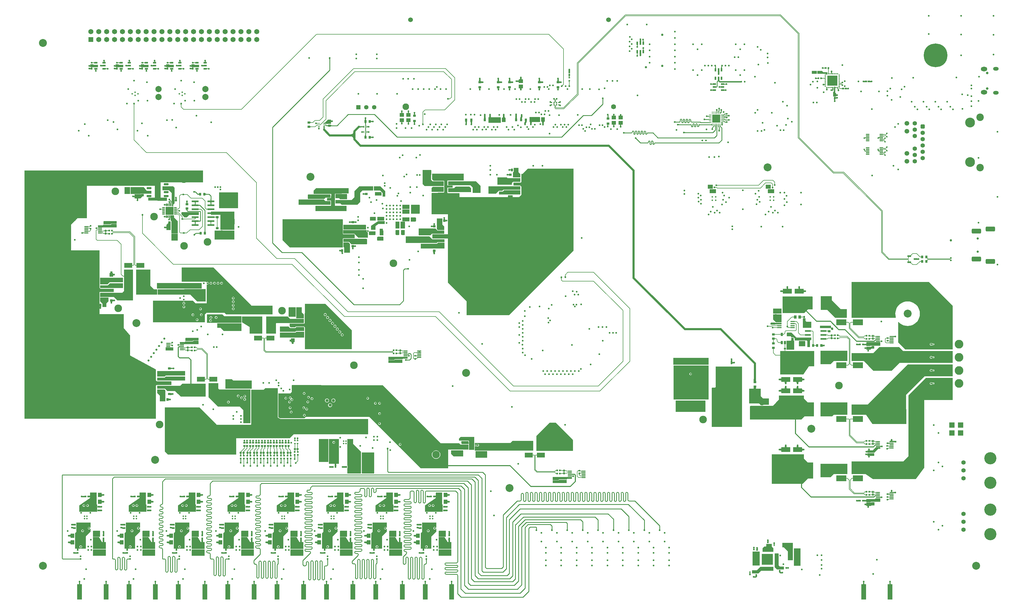
<source format=gbl>
G04*
G04 #@! TF.GenerationSoftware,Altium Limited,Altium Designer,22.10.1 (41)*
G04*
G04 Layer_Physical_Order=12*
G04 Layer_Color=16711680*
%FSLAX25Y25*%
%MOIN*%
G70*
G04*
G04 #@! TF.SameCoordinates,72A4C529-D447-4618-9FEB-1D22E0D21F89*
G04*
G04*
G04 #@! TF.FilePolarity,Positive*
G04*
G01*
G75*
%ADD11C,0.00984*%
%ADD14C,0.01000*%
%ADD18C,0.00787*%
%ADD19C,0.00500*%
%ADD20C,0.01575*%
%ADD36R,0.02600X0.00900*%
%ADD53R,0.03150X0.03740*%
%ADD56R,0.02756X0.03543*%
%ADD57R,0.02165X0.01772*%
%ADD59R,0.02362X0.02165*%
%ADD78R,0.02323X0.02441*%
%ADD81O,0.05315X0.01181*%
G04:AMPARAMS|DCode=84|XSize=21.65mil|YSize=31.5mil|CornerRadius=1.95mil|HoleSize=0mil|Usage=FLASHONLY|Rotation=90.000|XOffset=0mil|YOffset=0mil|HoleType=Round|Shape=RoundedRectangle|*
%AMROUNDEDRECTD84*
21,1,0.02165,0.02760,0,0,90.0*
21,1,0.01776,0.03150,0,0,90.0*
1,1,0.00390,0.01380,0.00888*
1,1,0.00390,0.01380,-0.00888*
1,1,0.00390,-0.01380,-0.00888*
1,1,0.00390,-0.01380,0.00888*
%
%ADD84ROUNDEDRECTD84*%
%ADD88R,0.03543X0.02756*%
%ADD91R,0.02441X0.02598*%
%ADD92R,0.03937X0.04134*%
%ADD97R,0.03740X0.03150*%
%ADD98R,0.03543X0.02953*%
%ADD100R,0.04528X0.05512*%
%ADD101R,0.02953X0.03701*%
%ADD102R,0.02598X0.02441*%
%ADD103R,0.05512X0.04528*%
%ADD107R,0.02953X0.03543*%
%ADD109R,0.02441X0.02323*%
%ADD114R,0.04921X0.02362*%
%ADD118R,0.06299X0.19291*%
G04:AMPARAMS|DCode=187|XSize=45.28mil|YSize=70.87mil|CornerRadius=22.64mil|HoleSize=0mil|Usage=FLASHONLY|Rotation=90.000|XOffset=0mil|YOffset=0mil|HoleType=Round|Shape=RoundedRectangle|*
%AMROUNDEDRECTD187*
21,1,0.04528,0.02559,0,0,90.0*
21,1,0.00000,0.07087,0,0,90.0*
1,1,0.04528,0.01280,0.00000*
1,1,0.04528,0.01280,0.00000*
1,1,0.04528,-0.01280,0.00000*
1,1,0.04528,-0.01280,0.00000*
%
%ADD187ROUNDEDRECTD187*%
G04:AMPARAMS|DCode=188|XSize=57.09mil|YSize=78.74mil|CornerRadius=28.54mil|HoleSize=0mil|Usage=FLASHONLY|Rotation=90.000|XOffset=0mil|YOffset=0mil|HoleType=Round|Shape=RoundedRectangle|*
%AMROUNDEDRECTD188*
21,1,0.05709,0.02165,0,0,90.0*
21,1,0.00000,0.07874,0,0,90.0*
1,1,0.05709,0.01083,0.00000*
1,1,0.05709,0.01083,0.00000*
1,1,0.05709,-0.01083,0.00000*
1,1,0.05709,-0.01083,0.00000*
%
%ADD188ROUNDEDRECTD188*%
%ADD189C,0.03150*%
%ADD199C,0.05469*%
%ADD200R,0.05469X0.05469*%
%ADD201C,0.09646*%
%ADD202C,0.06300*%
%ADD210C,0.05500*%
%ADD218C,0.00870*%
%ADD224C,0.02165*%
%ADD225C,0.01378*%
%ADD226C,0.01181*%
%ADD229C,0.01968*%
%ADD230C,0.00780*%
%ADD231C,0.00675*%
%ADD233C,0.01200*%
%ADD234C,0.00872*%
%ADD235C,0.00799*%
%ADD237C,0.00872*%
%ADD238C,0.00800*%
%ADD245C,0.02756*%
%ADD246C,0.00613*%
%ADD251C,0.10000*%
%ADD252R,0.06496X0.06496*%
%ADD253C,0.06496*%
%ADD254C,0.02000*%
%ADD255C,0.30000*%
%ADD256C,0.06000*%
%ADD257C,0.07874*%
%ADD258C,0.11000*%
%ADD259C,0.03000*%
%ADD260R,0.06791X0.06791*%
%ADD261C,0.08300*%
%ADD262C,0.05512*%
G04:AMPARAMS|DCode=263|XSize=55.12mil|YSize=55.12mil|CornerRadius=13.78mil|HoleSize=0mil|Usage=FLASHONLY|Rotation=270.000|XOffset=0mil|YOffset=0mil|HoleType=Round|Shape=RoundedRectangle|*
%AMROUNDEDRECTD263*
21,1,0.05512,0.02756,0,0,270.0*
21,1,0.02756,0.05512,0,0,270.0*
1,1,0.02756,-0.01378,-0.01378*
1,1,0.02756,-0.01378,0.01378*
1,1,0.02756,0.01378,0.01378*
1,1,0.02756,0.01378,-0.01378*
%
%ADD263ROUNDEDRECTD263*%
%ADD264C,0.05984*%
%ADD265C,0.09449*%
%ADD266C,0.12402*%
%ADD267C,0.15400*%
%ADD268C,0.02854*%
G04:AMPARAMS|DCode=269|XSize=62.99mil|YSize=120.08mil|CornerRadius=15.75mil|HoleSize=0mil|Usage=FLASHONLY|Rotation=90.000|XOffset=0mil|YOffset=0mil|HoleType=Round|Shape=RoundedRectangle|*
%AMROUNDEDRECTD269*
21,1,0.06299,0.08858,0,0,90.0*
21,1,0.03150,0.12008,0,0,90.0*
1,1,0.03150,0.04429,0.01575*
1,1,0.03150,0.04429,-0.01575*
1,1,0.03150,-0.04429,-0.01575*
1,1,0.03150,-0.04429,0.01575*
%
%ADD269ROUNDEDRECTD269*%
%ADD270C,0.02500*%
%ADD271C,0.01968*%
%ADD272C,0.04000*%
%ADD273C,0.01900*%
%ADD274C,0.02756*%
%ADD276C,0.00724*%
%ADD277C,0.00980*%
%ADD281C,0.01500*%
%ADD283R,0.06890X0.14567*%
%ADD284R,0.08465X0.02756*%
%ADD285R,0.08465X0.12598*%
G04:AMPARAMS|DCode=286|XSize=43.31mil|YSize=23.62mil|CornerRadius=2.01mil|HoleSize=0mil|Usage=FLASHONLY|Rotation=90.000|XOffset=0mil|YOffset=0mil|HoleType=Round|Shape=RoundedRectangle|*
%AMROUNDEDRECTD286*
21,1,0.04331,0.01961,0,0,90.0*
21,1,0.03929,0.02362,0,0,90.0*
1,1,0.00402,0.00980,0.01965*
1,1,0.00402,0.00980,-0.01965*
1,1,0.00402,-0.00980,-0.01965*
1,1,0.00402,-0.00980,0.01965*
%
%ADD286ROUNDEDRECTD286*%
%ADD287R,0.14567X0.06890*%
%ADD288R,0.03543X0.04134*%
%ADD289R,0.04331X0.04331*%
%ADD290R,0.02559X0.02165*%
%ADD291R,0.01500X0.01400*%
%ADD292R,0.03740X0.02953*%
%ADD293R,0.03700X0.02800*%
%ADD294R,0.09000X0.02400*%
%ADD295R,0.03937X0.01968*%
%ADD296R,0.01417X0.00984*%
%ADD297R,0.12800X0.07500*%
%ADD298R,0.10000X0.06100*%
%ADD299R,0.08661X0.04134*%
%ADD300R,0.32677X0.41732*%
%ADD301R,0.05315X0.01575*%
%ADD302R,0.02165X0.01378*%
%ADD303R,0.06378X0.09370*%
G04:AMPARAMS|DCode=304|XSize=11.81mil|YSize=53.15mil|CornerRadius=1.95mil|HoleSize=0mil|Usage=FLASHONLY|Rotation=90.000|XOffset=0mil|YOffset=0mil|HoleType=Round|Shape=RoundedRectangle|*
%AMROUNDEDRECTD304*
21,1,0.01181,0.04925,0,0,90.0*
21,1,0.00791,0.05315,0,0,90.0*
1,1,0.00390,0.02463,0.00396*
1,1,0.00390,0.02463,-0.00396*
1,1,0.00390,-0.02463,-0.00396*
1,1,0.00390,-0.02463,0.00396*
%
%ADD304ROUNDEDRECTD304*%
%ADD305R,0.09843X0.09843*%
%ADD306O,0.03740X0.00984*%
%ADD307O,0.00984X0.03740*%
%ADD308R,0.12598X0.12598*%
%ADD309R,0.01772X0.01181*%
%ADD310R,0.01181X0.01772*%
%ADD311R,0.01575X0.02165*%
G04:AMPARAMS|DCode=312|XSize=23.62mil|YSize=82.68mil|CornerRadius=2.01mil|HoleSize=0mil|Usage=FLASHONLY|Rotation=90.000|XOffset=0mil|YOffset=0mil|HoleType=Round|Shape=RoundedRectangle|*
%AMROUNDEDRECTD312*
21,1,0.02362,0.07866,0,0,90.0*
21,1,0.01961,0.08268,0,0,90.0*
1,1,0.00402,0.03933,0.00980*
1,1,0.00402,0.03933,-0.00980*
1,1,0.00402,-0.03933,-0.00980*
1,1,0.00402,-0.03933,0.00980*
%
%ADD312ROUNDEDRECTD312*%
G04:AMPARAMS|DCode=313|XSize=125.98mil|YSize=82.68mil|CornerRadius=2.07mil|HoleSize=0mil|Usage=FLASHONLY|Rotation=90.000|XOffset=0mil|YOffset=0mil|HoleType=Round|Shape=RoundedRectangle|*
%AMROUNDEDRECTD313*
21,1,0.12598,0.07854,0,0,90.0*
21,1,0.12185,0.08268,0,0,90.0*
1,1,0.00413,0.03927,0.06093*
1,1,0.00413,0.03927,-0.06093*
1,1,0.00413,-0.03927,-0.06093*
1,1,0.00413,-0.03927,0.06093*
%
%ADD313ROUNDEDRECTD313*%
G04:AMPARAMS|DCode=314|XSize=124.02mil|YSize=70.87mil|CornerRadius=2.13mil|HoleSize=0mil|Usage=FLASHONLY|Rotation=270.000|XOffset=0mil|YOffset=0mil|HoleType=Round|Shape=RoundedRectangle|*
%AMROUNDEDRECTD314*
21,1,0.12402,0.06661,0,0,270.0*
21,1,0.11976,0.07087,0,0,270.0*
1,1,0.00425,-0.03331,-0.05988*
1,1,0.00425,-0.03331,0.05988*
1,1,0.00425,0.03331,0.05988*
1,1,0.00425,0.03331,-0.05988*
%
%ADD314ROUNDEDRECTD314*%
G04:AMPARAMS|DCode=315|XSize=23.62mil|YSize=70.87mil|CornerRadius=2.01mil|HoleSize=0mil|Usage=FLASHONLY|Rotation=270.000|XOffset=0mil|YOffset=0mil|HoleType=Round|Shape=RoundedRectangle|*
%AMROUNDEDRECTD315*
21,1,0.02362,0.06685,0,0,270.0*
21,1,0.01961,0.07087,0,0,270.0*
1,1,0.00402,-0.03343,-0.00980*
1,1,0.00402,-0.03343,0.00980*
1,1,0.00402,0.03343,0.00980*
1,1,0.00402,0.03343,-0.00980*
%
%ADD315ROUNDEDRECTD315*%
%ADD316R,0.07800X0.02200*%
G04:AMPARAMS|DCode=317|XSize=23.62mil|YSize=57.09mil|CornerRadius=2.01mil|HoleSize=0mil|Usage=FLASHONLY|Rotation=270.000|XOffset=0mil|YOffset=0mil|HoleType=Round|Shape=RoundedRectangle|*
%AMROUNDEDRECTD317*
21,1,0.02362,0.05307,0,0,270.0*
21,1,0.01961,0.05709,0,0,270.0*
1,1,0.00402,-0.02653,-0.00980*
1,1,0.00402,-0.02653,0.00980*
1,1,0.00402,0.02653,0.00980*
1,1,0.00402,0.02653,-0.00980*
%
%ADD317ROUNDEDRECTD317*%
%ADD318R,0.01181X0.03562*%
%ADD319R,0.03562X0.01181*%
%ADD320R,0.10236X0.10236*%
%ADD321R,0.01654X0.02441*%
%ADD322R,0.03937X0.04331*%
%ADD323R,0.06890X0.04528*%
%ADD324R,0.11811X0.06496*%
%ADD325R,0.02441X0.01654*%
%ADD326R,0.03583X0.05472*%
%ADD327R,0.02365X0.04375*%
%ADD328R,0.01968X0.03937*%
%ADD329R,0.00900X0.02600*%
%ADD330R,0.02800X0.03700*%
%ADD331C,0.00673*%
%ADD332C,0.00673*%
%ADD333C,0.01201*%
%ADD334C,0.00673*%
%ADD335C,0.00902*%
%ADD336C,0.00725*%
%ADD337C,0.01800*%
%ADD338C,0.00872*%
G36*
X794858Y709371D02*
X794811Y709282D01*
X794769Y709192D01*
X794733Y709100D01*
X794703Y709007D01*
X794678Y708912D01*
X794659Y708816D01*
X794645Y708717D01*
X794637Y708617D01*
X794634Y708516D01*
X793847Y708322D01*
X793842Y708428D01*
X793830Y708528D01*
X793809Y708623D01*
X793780Y708711D01*
X793743Y708794D01*
X793697Y708871D01*
X793644Y708942D01*
X793581Y709008D01*
X793511Y709067D01*
X793433Y709121D01*
X794910Y709457D01*
X794858Y709371D01*
D02*
G37*
G36*
X791295Y708547D02*
X791358Y707523D01*
X791381Y707413D01*
X791408Y707335D01*
X791438Y707287D01*
X791472Y707271D01*
X789528D01*
X789564Y707287D01*
X789596Y707335D01*
X789625Y707413D01*
X789650Y707523D01*
X789671Y707665D01*
X789701Y708043D01*
X789718Y708846D01*
X791293D01*
X791295Y708547D01*
D02*
G37*
G36*
X794638Y707907D02*
X794650Y707771D01*
X794669Y707651D01*
X794697Y707547D01*
X794732Y707459D01*
X794776Y707387D01*
X794827Y707331D01*
X794886Y707291D01*
X794953Y707268D01*
X795028Y707260D01*
X793453D01*
X793528Y707268D01*
X793595Y707291D01*
X793653Y707331D01*
X793705Y707387D01*
X793748Y707459D01*
X793784Y707547D01*
X793811Y707651D01*
X793831Y707771D01*
X793843Y707907D01*
X793847Y708059D01*
X794634D01*
X794638Y707907D01*
D02*
G37*
G36*
X787477Y703351D02*
X787410Y703327D01*
X787351Y703288D01*
X787300Y703232D01*
X787256Y703162D01*
X787221Y703075D01*
X787193Y702973D01*
X787174Y702854D01*
X787162Y702721D01*
X787158Y702571D01*
X786371D01*
X786367Y702721D01*
X786355Y702854D01*
X786335Y702973D01*
X786308Y703075D01*
X786272Y703162D01*
X786229Y703232D01*
X786178Y703288D01*
X786119Y703327D01*
X786052Y703351D01*
X785977Y703359D01*
X787552D01*
X787477Y703351D01*
D02*
G37*
G36*
X787162Y702262D02*
X787173Y702162D01*
X787191Y702065D01*
X787216Y701971D01*
X787249Y701881D01*
X787289Y701794D01*
X787336Y701711D01*
X787391Y701631D01*
X787453Y701554D01*
X787522Y701481D01*
X786006D01*
X786076Y701554D01*
X786138Y701631D01*
X786192Y701711D01*
X786240Y701794D01*
X786280Y701881D01*
X786312Y701971D01*
X786338Y702065D01*
X786356Y702162D01*
X786367Y702262D01*
X786371Y702366D01*
X787158D01*
X787162Y702262D01*
D02*
G37*
G36*
X794929Y698546D02*
X794867Y698470D01*
X794812Y698390D01*
X794765Y698306D01*
X794725Y698220D01*
X794692Y698129D01*
X794667Y698036D01*
X794648Y697939D01*
X794637Y697838D01*
X794634Y697734D01*
X793847D01*
X793843Y697838D01*
X793832Y697939D01*
X793814Y698036D01*
X793788Y698129D01*
X793755Y698220D01*
X793715Y698306D01*
X793668Y698390D01*
X793613Y698470D01*
X793551Y698546D01*
X793482Y698619D01*
X794998D01*
X794929Y698546D01*
D02*
G37*
G36*
X794638Y697277D02*
X794650Y697141D01*
X794669Y697021D01*
X794697Y696917D01*
X794732Y696829D01*
X794776Y696757D01*
X794827Y696701D01*
X794886Y696662D01*
X794953Y696637D01*
X795028Y696629D01*
X793453D01*
X793528Y696637D01*
X793595Y696662D01*
X793653Y696701D01*
X793705Y696757D01*
X793748Y696829D01*
X793784Y696917D01*
X793811Y697021D01*
X793831Y697141D01*
X793843Y697277D01*
X793847Y697429D01*
X794634D01*
X794638Y697277D01*
D02*
G37*
G36*
X787427Y692721D02*
X787360Y692697D01*
X787301Y692658D01*
X787250Y692603D01*
X787206Y692532D01*
X787171Y692445D01*
X787143Y692343D01*
X787124Y692225D01*
X787112Y692091D01*
X787108Y691941D01*
X786320D01*
X786317Y692091D01*
X786305Y692225D01*
X786285Y692343D01*
X786258Y692445D01*
X786222Y692532D01*
X786179Y692603D01*
X786128Y692658D01*
X786069Y692697D01*
X786002Y692721D01*
X785927Y692729D01*
X787502D01*
X787427Y692721D01*
D02*
G37*
G36*
X791437Y692713D02*
X791406Y692665D01*
X791378Y692587D01*
X791354Y692477D01*
X791334Y692335D01*
X791304Y691957D01*
X791287Y691154D01*
X789713D01*
X789711Y691453D01*
X789646Y692477D01*
X789622Y692587D01*
X789594Y692665D01*
X789563Y692713D01*
X789528Y692729D01*
X791472D01*
X791437Y692713D01*
D02*
G37*
G36*
X787108Y690997D02*
X787111Y690894D01*
X787122Y690793D01*
X787139Y690696D01*
X787164Y690602D01*
X787195Y690510D01*
X787234Y690422D01*
X787280Y690336D01*
X787332Y690254D01*
X787392Y690175D01*
X787458Y690098D01*
X785944Y690164D01*
X786015Y690234D01*
X786079Y690307D01*
X786136Y690384D01*
X786185Y690466D01*
X786226Y690551D01*
X786260Y690640D01*
X786287Y690732D01*
X786306Y690829D01*
X786317Y690930D01*
X786320Y691034D01*
X787108Y690997D01*
D02*
G37*
G36*
X397941Y685882D02*
X397886Y685811D01*
X397837Y685736D01*
X397795Y685656D01*
X397760Y685572D01*
X397731Y685483D01*
X397708Y685389D01*
X397692Y685291D01*
X397682Y685187D01*
X397679Y685079D01*
X396809D01*
X396806Y685187D01*
X396796Y685291D01*
X396780Y685389D01*
X396757Y685483D01*
X396728Y685572D01*
X396693Y685656D01*
X396651Y685736D01*
X396602Y685811D01*
X396548Y685882D01*
X396486Y685947D01*
X398002D01*
X397941Y685882D01*
D02*
G37*
G36*
X240493Y682631D02*
X240421Y682546D01*
X240358Y682460D01*
X240303Y682372D01*
X240257Y682282D01*
X240219Y682191D01*
X240190Y682098D01*
X240179Y682052D01*
X240182Y682036D01*
X240205Y681947D01*
X240236Y681872D01*
X240273Y681810D01*
X240317Y681762D01*
X240367Y681728D01*
X240424Y681707D01*
X240488Y681700D01*
X239142D01*
X239206Y681707D01*
X239263Y681728D01*
X239313Y681762D01*
X239357Y681810D01*
X239394Y681872D01*
X239424Y681947D01*
X239448Y682036D01*
X239451Y682052D01*
X239440Y682098D01*
X239411Y682191D01*
X239373Y682282D01*
X239327Y682372D01*
X239272Y682460D01*
X239209Y682546D01*
X239137Y682631D01*
X239057Y682715D01*
X240573D01*
X240493Y682631D01*
D02*
G37*
G36*
X208493D02*
X208421Y682546D01*
X208358Y682460D01*
X208303Y682372D01*
X208257Y682282D01*
X208219Y682191D01*
X208190Y682098D01*
X208179Y682052D01*
X208182Y682036D01*
X208205Y681947D01*
X208236Y681872D01*
X208273Y681810D01*
X208316Y681762D01*
X208367Y681728D01*
X208424Y681707D01*
X208488Y681700D01*
X207142D01*
X207206Y681707D01*
X207263Y681728D01*
X207313Y681762D01*
X207357Y681810D01*
X207394Y681872D01*
X207424Y681947D01*
X207448Y682036D01*
X207451Y682052D01*
X207440Y682098D01*
X207411Y682191D01*
X207373Y682282D01*
X207327Y682372D01*
X207272Y682460D01*
X207209Y682546D01*
X207137Y682631D01*
X207057Y682715D01*
X208573D01*
X208493Y682631D01*
D02*
G37*
G36*
X176493D02*
X176421Y682546D01*
X176358Y682460D01*
X176303Y682372D01*
X176257Y682282D01*
X176219Y682191D01*
X176189Y682098D01*
X176179Y682052D01*
X176182Y682036D01*
X176205Y681947D01*
X176236Y681872D01*
X176273Y681810D01*
X176316Y681762D01*
X176367Y681728D01*
X176424Y681707D01*
X176488Y681700D01*
X175142D01*
X175206Y681707D01*
X175263Y681728D01*
X175313Y681762D01*
X175357Y681810D01*
X175394Y681872D01*
X175425Y681947D01*
X175448Y682036D01*
X175451Y682052D01*
X175440Y682098D01*
X175411Y682191D01*
X175373Y682282D01*
X175327Y682372D01*
X175272Y682460D01*
X175209Y682546D01*
X175137Y682631D01*
X175057Y682715D01*
X176573D01*
X176493Y682631D01*
D02*
G37*
G36*
X144493D02*
X144421Y682546D01*
X144358Y682460D01*
X144303Y682372D01*
X144257Y682282D01*
X144219Y682191D01*
X144190Y682098D01*
X144179Y682052D01*
X144182Y682036D01*
X144205Y681947D01*
X144236Y681872D01*
X144273Y681810D01*
X144316Y681762D01*
X144367Y681728D01*
X144424Y681707D01*
X144488Y681700D01*
X143142D01*
X143206Y681707D01*
X143263Y681728D01*
X143313Y681762D01*
X143357Y681810D01*
X143394Y681872D01*
X143424Y681947D01*
X143448Y682036D01*
X143451Y682052D01*
X143440Y682098D01*
X143411Y682191D01*
X143373Y682282D01*
X143327Y682372D01*
X143272Y682460D01*
X143209Y682546D01*
X143137Y682631D01*
X143057Y682715D01*
X144573D01*
X144493Y682631D01*
D02*
G37*
G36*
X112493D02*
X112421Y682546D01*
X112358Y682460D01*
X112303Y682372D01*
X112257Y682282D01*
X112219Y682191D01*
X112189Y682098D01*
X112179Y682052D01*
X112182Y682036D01*
X112205Y681947D01*
X112236Y681872D01*
X112273Y681810D01*
X112317Y681762D01*
X112367Y681728D01*
X112424Y681707D01*
X112488Y681700D01*
X111142D01*
X111206Y681707D01*
X111263Y681728D01*
X111313Y681762D01*
X111357Y681810D01*
X111394Y681872D01*
X111425Y681947D01*
X111448Y682036D01*
X111451Y682052D01*
X111440Y682098D01*
X111411Y682191D01*
X111373Y682282D01*
X111327Y682372D01*
X111272Y682460D01*
X111209Y682546D01*
X111137Y682631D01*
X111057Y682715D01*
X112573D01*
X112493Y682631D01*
D02*
G37*
G36*
X227240Y680067D02*
X227234Y680131D01*
X227213Y680188D01*
X227179Y680239D01*
X227131Y680282D01*
X227069Y680319D01*
X226994Y680350D01*
X226905Y680373D01*
X226802Y680390D01*
X226686Y680400D01*
X226555Y680404D01*
Y681077D01*
X226686Y681080D01*
X226802Y681090D01*
X226905Y681107D01*
X226994Y681131D01*
X227069Y681161D01*
X227131Y681198D01*
X227179Y681242D01*
X227213Y681292D01*
X227234Y681350D01*
X227240Y681413D01*
Y680067D01*
D02*
G37*
G36*
X195240D02*
X195234Y680131D01*
X195213Y680188D01*
X195179Y680239D01*
X195131Y680282D01*
X195069Y680319D01*
X194994Y680350D01*
X194905Y680373D01*
X194802Y680390D01*
X194685Y680400D01*
X194555Y680404D01*
Y681077D01*
X194685Y681080D01*
X194802Y681090D01*
X194905Y681107D01*
X194994Y681131D01*
X195069Y681161D01*
X195131Y681198D01*
X195179Y681242D01*
X195213Y681292D01*
X195234Y681350D01*
X195240Y681413D01*
Y680067D01*
D02*
G37*
G36*
X163241D02*
X163234Y680131D01*
X163213Y680188D01*
X163179Y680239D01*
X163131Y680282D01*
X163069Y680319D01*
X162994Y680350D01*
X162905Y680373D01*
X162802Y680390D01*
X162686Y680400D01*
X162555Y680404D01*
Y681077D01*
X162686Y681080D01*
X162802Y681090D01*
X162905Y681107D01*
X162994Y681131D01*
X163069Y681161D01*
X163131Y681198D01*
X163179Y681242D01*
X163213Y681292D01*
X163234Y681350D01*
X163241Y681413D01*
Y680067D01*
D02*
G37*
G36*
X131240D02*
X131234Y680131D01*
X131213Y680188D01*
X131179Y680239D01*
X131131Y680282D01*
X131069Y680319D01*
X130994Y680350D01*
X130905Y680373D01*
X130802Y680390D01*
X130685Y680400D01*
X130555Y680404D01*
Y681077D01*
X130685Y681080D01*
X130802Y681090D01*
X130905Y681107D01*
X130994Y681131D01*
X131069Y681161D01*
X131131Y681198D01*
X131179Y681242D01*
X131213Y681292D01*
X131234Y681350D01*
X131240Y681413D01*
Y680067D01*
D02*
G37*
G36*
X99240D02*
X99234Y680131D01*
X99213Y680188D01*
X99179Y680239D01*
X99131Y680282D01*
X99069Y680319D01*
X98994Y680350D01*
X98905Y680373D01*
X98802Y680390D01*
X98685Y680400D01*
X98555Y680404D01*
Y681077D01*
X98685Y681080D01*
X98802Y681090D01*
X98905Y681107D01*
X98994Y681131D01*
X99069Y681161D01*
X99131Y681198D01*
X99179Y681242D01*
X99213Y681292D01*
X99234Y681350D01*
X99240Y681413D01*
Y680067D01*
D02*
G37*
G36*
X224874Y681418D02*
X224959Y681346D01*
X225045Y681283D01*
X225133Y681228D01*
X225223Y681182D01*
X225314Y681144D01*
X225407Y681115D01*
X225502Y681094D01*
X225598Y681081D01*
X225696Y681077D01*
Y680404D01*
X225598Y680399D01*
X225502Y680387D01*
X225407Y680366D01*
X225314Y680336D01*
X225223Y680298D01*
X225133Y680252D01*
X225045Y680197D01*
X224959Y680134D01*
X224874Y680062D01*
X224790Y679982D01*
Y681498D01*
X224874Y681418D01*
D02*
G37*
G36*
X192874D02*
X192959Y681346D01*
X193045Y681283D01*
X193133Y681228D01*
X193223Y681182D01*
X193314Y681144D01*
X193407Y681115D01*
X193502Y681094D01*
X193598Y681081D01*
X193696Y681077D01*
Y680404D01*
X193598Y680399D01*
X193502Y680387D01*
X193407Y680366D01*
X193314Y680336D01*
X193223Y680298D01*
X193133Y680252D01*
X193045Y680197D01*
X192959Y680134D01*
X192874Y680062D01*
X192790Y679982D01*
Y681498D01*
X192874Y681418D01*
D02*
G37*
G36*
X160874D02*
X160959Y681346D01*
X161045Y681283D01*
X161133Y681228D01*
X161223Y681182D01*
X161314Y681144D01*
X161407Y681115D01*
X161502Y681094D01*
X161598Y681081D01*
X161696Y681077D01*
Y680404D01*
X161598Y680399D01*
X161502Y680387D01*
X161407Y680366D01*
X161314Y680336D01*
X161223Y680298D01*
X161133Y680252D01*
X161045Y680197D01*
X160959Y680134D01*
X160874Y680062D01*
X160790Y679982D01*
Y681498D01*
X160874Y681418D01*
D02*
G37*
G36*
X128874D02*
X128959Y681346D01*
X129045Y681283D01*
X129133Y681228D01*
X129223Y681182D01*
X129314Y681144D01*
X129407Y681115D01*
X129502Y681094D01*
X129598Y681081D01*
X129696Y681077D01*
Y680404D01*
X129598Y680399D01*
X129502Y680387D01*
X129407Y680366D01*
X129314Y680336D01*
X129223Y680298D01*
X129133Y680252D01*
X129045Y680197D01*
X128959Y680134D01*
X128874Y680062D01*
X128790Y679982D01*
Y681498D01*
X128874Y681418D01*
D02*
G37*
G36*
X96874D02*
X96959Y681346D01*
X97045Y681283D01*
X97133Y681228D01*
X97223Y681182D01*
X97314Y681144D01*
X97407Y681115D01*
X97502Y681094D01*
X97598Y681081D01*
X97696Y681077D01*
Y680404D01*
X97598Y680399D01*
X97502Y680387D01*
X97407Y680366D01*
X97314Y680336D01*
X97223Y680298D01*
X97133Y680252D01*
X97045Y680197D01*
X96959Y680134D01*
X96874Y680062D01*
X96790Y679982D01*
Y681498D01*
X96874Y681418D01*
D02*
G37*
G36*
X237859Y676028D02*
X237843Y676063D01*
X237795Y676094D01*
X237717Y676122D01*
X237607Y676146D01*
X237465Y676166D01*
X237087Y676196D01*
X236284Y676213D01*
Y677787D01*
X236583Y677789D01*
X237607Y677854D01*
X237717Y677878D01*
X237795Y677906D01*
X237843Y677937D01*
X237859Y677972D01*
Y676028D01*
D02*
G37*
G36*
X205858D02*
X205843Y676063D01*
X205796Y676094D01*
X205717Y676122D01*
X205607Y676146D01*
X205465Y676166D01*
X205087Y676196D01*
X204284Y676213D01*
Y677787D01*
X204583Y677789D01*
X205607Y677854D01*
X205717Y677878D01*
X205796Y677906D01*
X205843Y677937D01*
X205858Y677972D01*
Y676028D01*
D02*
G37*
G36*
X173858D02*
X173843Y676063D01*
X173795Y676094D01*
X173717Y676122D01*
X173607Y676146D01*
X173465Y676166D01*
X173087Y676196D01*
X172284Y676213D01*
Y677787D01*
X172583Y677789D01*
X173607Y677854D01*
X173717Y677878D01*
X173795Y677906D01*
X173843Y677937D01*
X173858Y677972D01*
Y676028D01*
D02*
G37*
G36*
X141858D02*
X141843Y676063D01*
X141796Y676094D01*
X141717Y676122D01*
X141606Y676146D01*
X141465Y676166D01*
X141087Y676196D01*
X140284Y676213D01*
Y677787D01*
X140583Y677789D01*
X141606Y677854D01*
X141717Y677878D01*
X141796Y677906D01*
X141843Y677937D01*
X141858Y677972D01*
Y676028D01*
D02*
G37*
G36*
X109859D02*
X109843Y676063D01*
X109795Y676094D01*
X109717Y676122D01*
X109607Y676146D01*
X109465Y676166D01*
X109087Y676196D01*
X108284Y676213D01*
Y677787D01*
X108583Y677789D01*
X109607Y677854D01*
X109717Y677878D01*
X109795Y677906D01*
X109843Y677937D01*
X109859Y677972D01*
Y676028D01*
D02*
G37*
G36*
X886261Y676808D02*
X886247Y676739D01*
X886235Y676654D01*
X886215Y676436D01*
X886196Y675812D01*
X886195Y675617D01*
X885325Y675494D01*
X885321Y675605D01*
X885310Y675707D01*
X885291Y675800D01*
X885264Y675883D01*
X885230Y675957D01*
X885188Y676022D01*
X885139Y676077D01*
X885082Y676123D01*
X885017Y676160D01*
X884945Y676187D01*
X886276Y676862D01*
X886261Y676808D01*
D02*
G37*
G36*
X226628Y678118D02*
X231858D01*
Y675253D01*
X222724Y675253D01*
X222370Y675607D01*
X222370Y675827D01*
X222225Y675865D01*
X222020Y675900D01*
X221784Y675925D01*
X221217Y675945D01*
Y677520D01*
X221516Y677525D01*
X222020Y677565D01*
X222225Y677600D01*
X222372Y677638D01*
X222372Y678740D01*
X226005Y678740D01*
X226628Y678118D01*
D02*
G37*
G36*
X194628D02*
X199858D01*
Y675253D01*
X190724Y675253D01*
X190370Y675607D01*
X190370Y675827D01*
X190225Y675865D01*
X190020Y675900D01*
X189784Y675925D01*
X189217Y675945D01*
Y677520D01*
X189516Y677525D01*
X190020Y677565D01*
X190225Y677600D01*
X190372Y677638D01*
X190372Y678740D01*
X194005Y678740D01*
X194628Y678118D01*
D02*
G37*
G36*
X162628D02*
X167858D01*
Y675253D01*
X158723Y675253D01*
X158370Y675607D01*
X158370Y675827D01*
X158225Y675865D01*
X158020Y675900D01*
X157784Y675925D01*
X157217Y675945D01*
Y677520D01*
X157516Y677525D01*
X158020Y677565D01*
X158225Y677600D01*
X158371Y677638D01*
X158372Y678740D01*
X162005Y678740D01*
X162628Y678118D01*
D02*
G37*
G36*
X130628D02*
X135858D01*
Y675253D01*
X126724Y675253D01*
X126370Y675607D01*
X126370Y675827D01*
X126225Y675865D01*
X126020Y675900D01*
X125784Y675925D01*
X125217Y675945D01*
Y677520D01*
X125516Y677525D01*
X126020Y677565D01*
X126225Y677600D01*
X126372Y677638D01*
X126372Y678740D01*
X130005Y678740D01*
X130628Y678118D01*
D02*
G37*
G36*
X98628D02*
X103858D01*
Y675253D01*
X94723Y675253D01*
X94370Y675607D01*
X94370Y675827D01*
X94225Y675865D01*
X94020Y675900D01*
X93784Y675925D01*
X93217Y675945D01*
Y677520D01*
X93516Y677525D01*
X94020Y677565D01*
X94225Y677600D01*
X94371Y677638D01*
X94372Y678740D01*
X98005Y678740D01*
X98628Y678118D01*
D02*
G37*
G36*
X893680Y674476D02*
X893693Y674328D01*
X893714Y674198D01*
X893745Y674085D01*
X893784Y673989D01*
X893832Y673911D01*
X893888Y673850D01*
X893954Y673806D01*
X894028Y673780D01*
X894110Y673771D01*
X892370D01*
X892453Y673780D01*
X892527Y673806D01*
X892592Y673850D01*
X892649Y673911D01*
X892696Y673989D01*
X892735Y674085D01*
X892766Y674198D01*
X892788Y674328D01*
X892801Y674476D01*
X892805Y674642D01*
X893675D01*
X893680Y674476D01*
D02*
G37*
G36*
X886199D02*
X886212Y674328D01*
X886234Y674198D01*
X886265Y674085D01*
X886304Y673989D01*
X886351Y673911D01*
X886408Y673850D01*
X886473Y673806D01*
X886547Y673780D01*
X886630Y673771D01*
X884890D01*
X884972Y673780D01*
X885046Y673806D01*
X885112Y673850D01*
X885168Y673911D01*
X885216Y673989D01*
X885255Y674085D01*
X885286Y674198D01*
X885307Y674328D01*
X885320Y674476D01*
X885325Y674642D01*
X886195D01*
X886199Y674476D01*
D02*
G37*
G36*
X1022281Y674689D02*
X1022357Y674627D01*
X1022437Y674572D01*
X1022521Y674525D01*
X1022607Y674485D01*
X1022698Y674452D01*
X1022791Y674427D01*
X1022888Y674408D01*
X1022989Y674397D01*
X1023093Y674394D01*
Y673606D01*
X1022989Y673603D01*
X1022888Y673592D01*
X1022791Y673573D01*
X1022698Y673548D01*
X1022607Y673515D01*
X1022521Y673475D01*
X1022437Y673428D01*
X1022357Y673373D01*
X1022281Y673311D01*
X1022208Y673242D01*
Y674758D01*
X1022281Y674689D01*
D02*
G37*
G36*
X1024170Y673213D02*
X1024162Y673287D01*
X1024138Y673354D01*
X1024098Y673413D01*
X1024042Y673465D01*
X1023970Y673508D01*
X1023882Y673543D01*
X1023778Y673571D01*
X1023658Y673591D01*
X1023522Y673602D01*
X1023370Y673606D01*
Y674394D01*
X1023522Y674398D01*
X1023658Y674409D01*
X1023778Y674429D01*
X1023882Y674457D01*
X1023970Y674492D01*
X1024042Y674535D01*
X1024098Y674587D01*
X1024138Y674646D01*
X1024162Y674713D01*
X1024170Y674787D01*
Y673213D01*
D02*
G37*
G36*
X241778Y673869D02*
X241798Y673812D01*
X241832Y673761D01*
X241879Y673718D01*
X241940Y673681D01*
X242014Y673650D01*
X242101Y673627D01*
X242202Y673610D01*
X242317Y673600D01*
X242445Y673596D01*
Y672923D01*
X242317Y672920D01*
X242202Y672910D01*
X242101Y672893D01*
X242014Y672869D01*
X241940Y672839D01*
X241879Y672802D01*
X241832Y672758D01*
X241798Y672708D01*
X241778Y672650D01*
X241772Y672587D01*
Y673933D01*
X241778Y673869D01*
D02*
G37*
G36*
X209778D02*
X209798Y673812D01*
X209832Y673761D01*
X209879Y673718D01*
X209940Y673681D01*
X210014Y673650D01*
X210101Y673627D01*
X210202Y673610D01*
X210317Y673600D01*
X210445Y673596D01*
Y672923D01*
X210317Y672920D01*
X210202Y672910D01*
X210101Y672893D01*
X210014Y672869D01*
X209940Y672839D01*
X209879Y672802D01*
X209832Y672758D01*
X209798Y672708D01*
X209778Y672650D01*
X209771Y672587D01*
Y673933D01*
X209778Y673869D01*
D02*
G37*
G36*
X177778D02*
X177798Y673812D01*
X177832Y673761D01*
X177879Y673718D01*
X177940Y673681D01*
X178014Y673650D01*
X178101Y673627D01*
X178202Y673610D01*
X178317Y673600D01*
X178445Y673596D01*
Y672923D01*
X178317Y672920D01*
X178202Y672910D01*
X178101Y672893D01*
X178014Y672869D01*
X177940Y672839D01*
X177879Y672802D01*
X177832Y672758D01*
X177798Y672708D01*
X177778Y672650D01*
X177771Y672587D01*
Y673933D01*
X177778Y673869D01*
D02*
G37*
G36*
X145778D02*
X145798Y673812D01*
X145832Y673761D01*
X145879Y673718D01*
X145940Y673681D01*
X146014Y673650D01*
X146101Y673627D01*
X146202Y673610D01*
X146317Y673600D01*
X146445Y673596D01*
Y672923D01*
X146317Y672920D01*
X146202Y672910D01*
X146101Y672893D01*
X146014Y672869D01*
X145940Y672839D01*
X145879Y672802D01*
X145832Y672758D01*
X145798Y672708D01*
X145778Y672650D01*
X145772Y672587D01*
Y673933D01*
X145778Y673869D01*
D02*
G37*
G36*
X113778D02*
X113798Y673812D01*
X113832Y673761D01*
X113879Y673718D01*
X113940Y673681D01*
X114014Y673650D01*
X114101Y673627D01*
X114202Y673610D01*
X114317Y673600D01*
X114445Y673596D01*
Y672923D01*
X114317Y672920D01*
X114202Y672910D01*
X114101Y672893D01*
X114014Y672869D01*
X113940Y672839D01*
X113879Y672802D01*
X113832Y672758D01*
X113798Y672708D01*
X113778Y672650D01*
X113771Y672587D01*
Y673933D01*
X113778Y673869D01*
D02*
G37*
G36*
X243650Y672502D02*
X243567Y672582D01*
X243482Y672654D01*
X243395Y672717D01*
X243307Y672772D01*
X243217Y672818D01*
X243126Y672856D01*
X243033Y672885D01*
X242938Y672906D01*
X242842Y672919D01*
X242745Y672923D01*
Y673596D01*
X242842Y673601D01*
X242938Y673613D01*
X243033Y673634D01*
X243126Y673664D01*
X243217Y673702D01*
X243307Y673748D01*
X243395Y673803D01*
X243482Y673866D01*
X243567Y673938D01*
X243650Y674018D01*
Y672502D01*
D02*
G37*
G36*
X211650D02*
X211567Y672582D01*
X211482Y672654D01*
X211395Y672717D01*
X211307Y672772D01*
X211217Y672818D01*
X211126Y672856D01*
X211033Y672885D01*
X210938Y672906D01*
X210842Y672919D01*
X210745Y672923D01*
Y673596D01*
X210842Y673601D01*
X210938Y673613D01*
X211033Y673634D01*
X211126Y673664D01*
X211217Y673702D01*
X211307Y673748D01*
X211395Y673803D01*
X211482Y673866D01*
X211567Y673938D01*
X211650Y674018D01*
Y672502D01*
D02*
G37*
G36*
X179650D02*
X179567Y672582D01*
X179482Y672654D01*
X179395Y672717D01*
X179307Y672772D01*
X179217Y672818D01*
X179126Y672856D01*
X179033Y672885D01*
X178938Y672906D01*
X178842Y672919D01*
X178745Y672923D01*
Y673596D01*
X178842Y673601D01*
X178938Y673613D01*
X179033Y673634D01*
X179126Y673664D01*
X179217Y673702D01*
X179307Y673748D01*
X179395Y673803D01*
X179482Y673866D01*
X179567Y673938D01*
X179650Y674018D01*
Y672502D01*
D02*
G37*
G36*
X147650D02*
X147567Y672582D01*
X147482Y672654D01*
X147395Y672717D01*
X147307Y672772D01*
X147217Y672818D01*
X147126Y672856D01*
X147033Y672885D01*
X146938Y672906D01*
X146842Y672919D01*
X146745Y672923D01*
Y673596D01*
X146842Y673601D01*
X146938Y673613D01*
X147033Y673634D01*
X147126Y673664D01*
X147217Y673702D01*
X147307Y673748D01*
X147395Y673803D01*
X147482Y673866D01*
X147567Y673938D01*
X147650Y674018D01*
Y672502D01*
D02*
G37*
G36*
X115650D02*
X115567Y672582D01*
X115482Y672654D01*
X115395Y672717D01*
X115307Y672772D01*
X115217Y672818D01*
X115126Y672856D01*
X115033Y672885D01*
X114938Y672906D01*
X114842Y672919D01*
X114745Y672923D01*
Y673596D01*
X114842Y673601D01*
X114938Y673613D01*
X115033Y673634D01*
X115126Y673664D01*
X115217Y673702D01*
X115307Y673748D01*
X115395Y673803D01*
X115482Y673866D01*
X115567Y673938D01*
X115650Y674018D01*
Y672502D01*
D02*
G37*
G36*
X1029291Y672933D02*
X1029224Y672909D01*
X1029165Y672869D01*
X1029114Y672813D01*
X1029071Y672742D01*
X1029035Y672653D01*
X1029008Y672550D01*
X1028988Y672430D01*
X1028976Y672294D01*
X1028972Y672142D01*
X1028185D01*
X1028181Y672294D01*
X1028169Y672430D01*
X1028150Y672550D01*
X1028122Y672653D01*
X1028087Y672742D01*
X1028043Y672813D01*
X1027992Y672869D01*
X1027933Y672909D01*
X1027866Y672933D01*
X1027791Y672941D01*
X1029366D01*
X1029291Y672933D01*
D02*
G37*
G36*
X222792Y671980D02*
X222776Y672076D01*
X222728Y672160D01*
X222650Y672235D01*
X222540Y672300D01*
X222398Y672355D01*
X222225Y672400D01*
X222020Y672435D01*
X221784Y672460D01*
X221217Y672480D01*
Y674055D01*
X221516Y674060D01*
X222020Y674100D01*
X222225Y674135D01*
X222398Y674180D01*
X222540Y674235D01*
X222650Y674300D01*
X222728Y674375D01*
X222776Y674460D01*
X222792Y674555D01*
Y671980D01*
D02*
G37*
G36*
X190791D02*
X190776Y672076D01*
X190728Y672160D01*
X190650Y672235D01*
X190540Y672300D01*
X190398Y672355D01*
X190225Y672400D01*
X190020Y672435D01*
X189784Y672460D01*
X189217Y672480D01*
Y674055D01*
X189516Y674060D01*
X190020Y674100D01*
X190225Y674135D01*
X190398Y674180D01*
X190540Y674235D01*
X190650Y674300D01*
X190728Y674375D01*
X190776Y674460D01*
X190791Y674555D01*
Y671980D01*
D02*
G37*
G36*
X158791D02*
X158776Y672076D01*
X158729Y672160D01*
X158650Y672235D01*
X158540Y672300D01*
X158398Y672355D01*
X158225Y672400D01*
X158020Y672435D01*
X157784Y672460D01*
X157217Y672480D01*
Y674055D01*
X157516Y674060D01*
X158020Y674100D01*
X158225Y674135D01*
X158398Y674180D01*
X158540Y674235D01*
X158650Y674300D01*
X158729Y674375D01*
X158776Y674460D01*
X158791Y674555D01*
Y671980D01*
D02*
G37*
G36*
X126792D02*
X126776Y672076D01*
X126728Y672160D01*
X126650Y672235D01*
X126540Y672300D01*
X126398Y672355D01*
X126225Y672400D01*
X126020Y672435D01*
X125784Y672460D01*
X125217Y672480D01*
Y674055D01*
X125516Y674060D01*
X126020Y674100D01*
X126225Y674135D01*
X126398Y674180D01*
X126540Y674235D01*
X126650Y674300D01*
X126728Y674375D01*
X126776Y674460D01*
X126792Y674555D01*
Y671980D01*
D02*
G37*
G36*
X94792D02*
X94776Y672076D01*
X94728Y672160D01*
X94650Y672235D01*
X94540Y672300D01*
X94398Y672355D01*
X94225Y672400D01*
X94020Y672435D01*
X93784Y672460D01*
X93217Y672480D01*
Y674055D01*
X93516Y674060D01*
X94020Y674100D01*
X94225Y674135D01*
X94398Y674180D01*
X94540Y674235D01*
X94650Y674300D01*
X94728Y674375D01*
X94776Y674460D01*
X94792Y674555D01*
Y671980D01*
D02*
G37*
G36*
X229794Y672293D02*
X229737Y672272D01*
X229687Y672238D01*
X229643Y672190D01*
X229606Y672128D01*
X229575Y672053D01*
X229552Y671964D01*
X229539Y671882D01*
X229560Y671788D01*
X229589Y671695D01*
X229627Y671603D01*
X229673Y671514D01*
X229728Y671425D01*
X229791Y671339D01*
X229863Y671254D01*
X229943Y671171D01*
X228427D01*
X228507Y671254D01*
X228579Y671339D01*
X228642Y671425D01*
X228697Y671514D01*
X228743Y671603D01*
X228781Y671695D01*
X228811Y671788D01*
X228832Y671882D01*
X228818Y671964D01*
X228795Y672053D01*
X228764Y672128D01*
X228727Y672190D01*
X228683Y672238D01*
X228633Y672272D01*
X228576Y672293D01*
X228512Y672300D01*
X229858D01*
X229794Y672293D01*
D02*
G37*
G36*
X197794D02*
X197737Y672272D01*
X197687Y672238D01*
X197643Y672190D01*
X197606Y672128D01*
X197575Y672053D01*
X197552Y671964D01*
X197539Y671882D01*
X197560Y671788D01*
X197589Y671695D01*
X197627Y671603D01*
X197673Y671514D01*
X197728Y671425D01*
X197791Y671339D01*
X197863Y671254D01*
X197943Y671171D01*
X196427D01*
X196507Y671254D01*
X196579Y671339D01*
X196642Y671425D01*
X196697Y671514D01*
X196743Y671603D01*
X196781Y671695D01*
X196810Y671788D01*
X196832Y671882D01*
X196818Y671964D01*
X196794Y672053D01*
X196764Y672128D01*
X196727Y672190D01*
X196683Y672238D01*
X196633Y672272D01*
X196576Y672293D01*
X196512Y672300D01*
X197858D01*
X197794Y672293D01*
D02*
G37*
G36*
X165794D02*
X165737Y672272D01*
X165687Y672238D01*
X165643Y672190D01*
X165606Y672128D01*
X165576Y672053D01*
X165552Y671964D01*
X165539Y671882D01*
X165560Y671788D01*
X165589Y671695D01*
X165627Y671603D01*
X165673Y671514D01*
X165728Y671425D01*
X165791Y671339D01*
X165863Y671254D01*
X165943Y671171D01*
X164427D01*
X164507Y671254D01*
X164579Y671339D01*
X164642Y671425D01*
X164697Y671514D01*
X164743Y671603D01*
X164781Y671695D01*
X164811Y671788D01*
X164831Y671882D01*
X164818Y671964D01*
X164795Y672053D01*
X164764Y672128D01*
X164727Y672190D01*
X164683Y672238D01*
X164633Y672272D01*
X164576Y672293D01*
X164512Y672300D01*
X165858D01*
X165794Y672293D01*
D02*
G37*
G36*
X133794D02*
X133737Y672272D01*
X133687Y672238D01*
X133643Y672190D01*
X133606Y672128D01*
X133575Y672053D01*
X133552Y671964D01*
X133539Y671882D01*
X133560Y671788D01*
X133589Y671695D01*
X133627Y671603D01*
X133673Y671514D01*
X133728Y671425D01*
X133791Y671339D01*
X133863Y671254D01*
X133943Y671171D01*
X132427D01*
X132507Y671254D01*
X132579Y671339D01*
X132642Y671425D01*
X132697Y671514D01*
X132743Y671603D01*
X132781Y671695D01*
X132810Y671788D01*
X132832Y671882D01*
X132818Y671964D01*
X132794Y672053D01*
X132764Y672128D01*
X132727Y672190D01*
X132683Y672238D01*
X132633Y672272D01*
X132576Y672293D01*
X132512Y672300D01*
X133858D01*
X133794Y672293D01*
D02*
G37*
G36*
X101794D02*
X101737Y672272D01*
X101687Y672238D01*
X101643Y672190D01*
X101606Y672128D01*
X101576Y672053D01*
X101552Y671964D01*
X101539Y671882D01*
X101560Y671788D01*
X101589Y671695D01*
X101627Y671603D01*
X101673Y671514D01*
X101728Y671425D01*
X101791Y671339D01*
X101863Y671254D01*
X101943Y671171D01*
X100427D01*
X100507Y671254D01*
X100579Y671339D01*
X100642Y671425D01*
X100697Y671514D01*
X100743Y671603D01*
X100781Y671695D01*
X100811Y671788D01*
X100831Y671882D01*
X100818Y671964D01*
X100794Y672053D01*
X100764Y672128D01*
X100727Y672190D01*
X100683Y672238D01*
X100633Y672272D01*
X100576Y672293D01*
X100512Y672300D01*
X101858D01*
X101794Y672293D01*
D02*
G37*
G36*
X701292Y671295D02*
X701325Y670791D01*
X701355Y670586D01*
X701393Y670413D01*
X701439Y670271D01*
X701494Y670161D01*
X701557Y670083D01*
X701628Y670035D01*
X701709Y670019D01*
X699292D01*
X699371Y670035D01*
X699443Y670083D01*
X699506Y670161D01*
X699561Y670271D01*
X699607Y670413D01*
X699645Y670586D01*
X699675Y670791D01*
X699696Y671027D01*
X699713Y671594D01*
X701287D01*
X701292Y671295D01*
D02*
G37*
G36*
X890430Y669843D02*
X890392Y669799D01*
X890359Y669724D01*
X890330Y669619D01*
X890306Y669484D01*
X890286Y669318D01*
X890259Y668898D01*
X890250Y668359D01*
X888750D01*
X888748Y668644D01*
X888694Y669484D01*
X888670Y669619D01*
X888641Y669724D01*
X888608Y669799D01*
X888570Y669843D01*
X888528Y669859D01*
X890472D01*
X890430Y669843D01*
D02*
G37*
G36*
X1033221Y668962D02*
X1033177Y668900D01*
X1033137Y668831D01*
X1033103Y668757D01*
X1033074Y668676D01*
X1033050Y668588D01*
X1033032Y668494D01*
X1033018Y668394D01*
X1033016Y668358D01*
X1033050Y667769D01*
X1033063Y667720D01*
X1033078Y667691D01*
X1033094Y667681D01*
X1031937D01*
X1031954Y667691D01*
X1031968Y667720D01*
X1031981Y667769D01*
X1031993Y667838D01*
X1032002Y667927D01*
X1032019Y668295D01*
X1031999Y668486D01*
X1031981Y668580D01*
X1031957Y668667D01*
X1031927Y668748D01*
X1031892Y668822D01*
X1031852Y668890D01*
X1031807Y668951D01*
X1031756Y669006D01*
X1033271Y669017D01*
X1033221Y668962D01*
D02*
G37*
G36*
X1028974Y668319D02*
X1029002Y667964D01*
X1029019Y667878D01*
X1029039Y667807D01*
X1029063Y667752D01*
X1029091Y667712D01*
X1029122Y667689D01*
X1029157Y667681D01*
X1028000D01*
X1028035Y667689D01*
X1028067Y667712D01*
X1028094Y667752D01*
X1028119Y667807D01*
X1028139Y667878D01*
X1028156Y667964D01*
X1028168Y668067D01*
X1028183Y668319D01*
X1028185Y668468D01*
X1028972D01*
X1028974Y668319D01*
D02*
G37*
G36*
X890258Y667281D02*
X888742D01*
X888744Y667289D01*
X888745Y667310D01*
X888750Y667814D01*
X888750Y667938D01*
X890250D01*
X890258Y667281D01*
D02*
G37*
G36*
X1014059Y670400D02*
Y666807D01*
X1007854Y666794D01*
X1007500Y667147D01*
X1007500Y670400D01*
X1014059Y670400D01*
D02*
G37*
G36*
X1022200Y668900D02*
X1027400Y668900D01*
Y665900D01*
X1026126D01*
Y666027D01*
X1025772D01*
X1025000Y666800D01*
X1014600D01*
Y670400D01*
X1020700D01*
X1022200Y668900D01*
D02*
G37*
G36*
X701206Y663985D02*
X701140Y663961D01*
X701081Y663921D01*
X701030Y663866D01*
X700987Y663795D01*
X700952Y663707D01*
X700925Y663604D01*
X700906Y663486D01*
X700894Y663351D01*
X700893Y663313D01*
X700894Y663275D01*
X700906Y663140D01*
X700925Y663022D01*
X700952Y662919D01*
X700987Y662831D01*
X701030Y662760D01*
X701081Y662705D01*
X701140Y662665D01*
X701206Y662641D01*
X701280Y662634D01*
X699720D01*
X699794Y662641D01*
X699860Y662665D01*
X699919Y662705D01*
X699970Y662760D01*
X700012Y662831D01*
X700048Y662919D01*
X700075Y663022D01*
X700094Y663140D01*
X700106Y663275D01*
X700107Y663313D01*
X700106Y663351D01*
X700094Y663486D01*
X700075Y663604D01*
X700048Y663707D01*
X700012Y663795D01*
X699970Y663866D01*
X699919Y663921D01*
X699860Y663961D01*
X699794Y663985D01*
X699720Y663993D01*
X701280D01*
X701206Y663985D01*
D02*
G37*
G36*
X1014670Y660213D02*
X1014662Y660287D01*
X1014638Y660354D01*
X1014598Y660413D01*
X1014542Y660465D01*
X1014470Y660508D01*
X1014382Y660543D01*
X1014278Y660571D01*
X1014158Y660591D01*
X1014144Y660592D01*
X1014144Y660592D01*
X1014046Y660573D01*
X1013953Y660548D01*
X1013863Y660515D01*
X1013776Y660475D01*
X1013692Y660428D01*
X1013613Y660373D01*
X1013536Y660311D01*
X1013463Y660242D01*
Y661758D01*
X1013536Y661689D01*
X1013613Y661627D01*
X1013692Y661572D01*
X1013776Y661525D01*
X1013863Y661485D01*
X1013953Y661452D01*
X1014046Y661426D01*
X1014144Y661408D01*
X1014144Y661408D01*
X1014158Y661410D01*
X1014278Y661429D01*
X1014382Y661457D01*
X1014470Y661492D01*
X1014542Y661535D01*
X1014598Y661587D01*
X1014638Y661646D01*
X1014662Y661713D01*
X1014670Y661787D01*
Y660213D01*
D02*
G37*
G36*
X1023866Y660421D02*
X1023859Y660457D01*
X1023835Y660488D01*
X1023796Y660516D01*
X1023740Y660540D01*
X1023670Y660560D01*
X1023583Y660577D01*
X1023481Y660590D01*
X1023228Y660604D01*
X1023079Y660606D01*
Y661394D01*
X1023228Y661396D01*
X1023583Y661423D01*
X1023670Y661440D01*
X1023740Y661460D01*
X1023796Y661484D01*
X1023835Y661512D01*
X1023859Y661543D01*
X1023866Y661579D01*
Y660421D01*
D02*
G37*
G36*
X1020350Y661713D02*
X1020374Y661646D01*
X1020413Y661587D01*
X1020468Y661535D01*
X1020539Y661492D01*
X1020626Y661457D01*
X1020728Y661429D01*
X1020846Y661409D01*
X1020980Y661398D01*
X1021130Y661394D01*
Y660606D01*
X1020980Y660602D01*
X1020846Y660591D01*
X1020728Y660571D01*
X1020626Y660543D01*
X1020539Y660508D01*
X1020468Y660465D01*
X1020413Y660413D01*
X1020374Y660354D01*
X1020350Y660287D01*
X1020342Y660213D01*
Y661787D01*
X1020350Y661713D01*
D02*
G37*
G36*
X639957Y661045D02*
X639980Y660775D01*
X640020Y660537D01*
X640075Y660331D01*
X640146Y660156D01*
X640232Y660013D01*
X640335Y659902D01*
X640453Y659823D01*
X640587Y659775D01*
X640736Y659760D01*
X637587D01*
X637736Y659775D01*
X637870Y659823D01*
X637988Y659902D01*
X638091Y660013D01*
X638177Y660156D01*
X638248Y660331D01*
X638303Y660537D01*
X638343Y660775D01*
X638366Y661045D01*
X638374Y661346D01*
X639949D01*
X639957Y661045D01*
D02*
G37*
G36*
X687197Y659086D02*
X687220Y658819D01*
X687260Y658582D01*
X687315Y658378D01*
X687386Y658205D01*
X687472Y658063D01*
X687575Y657953D01*
X687693Y657874D01*
X687827Y657827D01*
X687976Y657811D01*
X684827D01*
X684976Y657827D01*
X685110Y657874D01*
X685228Y657953D01*
X685331Y658063D01*
X685417Y658205D01*
X685488Y658378D01*
X685543Y658582D01*
X685583Y658819D01*
X685606Y659086D01*
X685614Y659386D01*
X687189D01*
X687197Y659086D01*
D02*
G37*
G36*
X663579D02*
X663602Y658819D01*
X663642Y658582D01*
X663697Y658378D01*
X663768Y658205D01*
X663854Y658063D01*
X663957Y657953D01*
X664075Y657874D01*
X664209Y657827D01*
X664358Y657811D01*
X661209D01*
X661358Y657827D01*
X661492Y657874D01*
X661610Y657953D01*
X661713Y658063D01*
X661799Y658205D01*
X661870Y658378D01*
X661925Y658582D01*
X661965Y658819D01*
X661988Y659086D01*
X661996Y659386D01*
X663571D01*
X663579Y659086D01*
D02*
G37*
G36*
X625787D02*
X625811Y658819D01*
X625850Y658582D01*
X625906Y658378D01*
X625976Y658205D01*
X626063Y658063D01*
X626165Y657953D01*
X626284Y657874D01*
X626417Y657827D01*
X626567Y657811D01*
X623417D01*
X623567Y657827D01*
X623701Y657874D01*
X623819Y657953D01*
X623921Y658063D01*
X624008Y658205D01*
X624079Y658378D01*
X624134Y658582D01*
X624173Y658819D01*
X624197Y659086D01*
X624205Y659386D01*
X625779D01*
X625787Y659086D01*
D02*
G37*
G36*
X611614D02*
X611638Y658819D01*
X611677Y658582D01*
X611732Y658378D01*
X611803Y658205D01*
X611890Y658063D01*
X611992Y657953D01*
X612110Y657874D01*
X612244Y657827D01*
X612394Y657811D01*
X609244D01*
X609394Y657827D01*
X609528Y657874D01*
X609646Y657953D01*
X609748Y658063D01*
X609835Y658205D01*
X609905Y658378D01*
X609961Y658582D01*
X610000Y658819D01*
X610024Y659086D01*
X610032Y659386D01*
X611606D01*
X611614Y659086D01*
D02*
G37*
G36*
X587992D02*
X588016Y658819D01*
X588055Y658582D01*
X588110Y658378D01*
X588181Y658205D01*
X588268Y658063D01*
X588370Y657953D01*
X588488Y657874D01*
X588622Y657827D01*
X588772Y657811D01*
X585622D01*
X585772Y657827D01*
X585906Y657874D01*
X586024Y657953D01*
X586126Y658063D01*
X586213Y658205D01*
X586283Y658378D01*
X586339Y658582D01*
X586378Y658819D01*
X586402Y659086D01*
X586410Y659386D01*
X587984D01*
X587992Y659086D01*
D02*
G37*
G36*
X701206Y657347D02*
X701140Y657323D01*
X701081Y657284D01*
X701030Y657230D01*
X700987Y657160D01*
X700952Y657074D01*
X700925Y656972D01*
X700906Y656855D01*
X700894Y656723D01*
X700890Y656574D01*
X700110D01*
X700106Y656723D01*
X700094Y656855D01*
X700075Y656972D01*
X700048Y657074D01*
X700012Y657160D01*
X699970Y657230D01*
X699919Y657284D01*
X699860Y657323D01*
X699794Y657347D01*
X699720Y657354D01*
X701280D01*
X701206Y657347D01*
D02*
G37*
G36*
X890402Y659231D02*
X890378Y659203D01*
X890357Y659156D01*
X890338Y659090D01*
X890323Y659005D01*
X890310Y658902D01*
X890293Y658639D01*
X890287Y658300D01*
X888713D01*
X889501Y657513D01*
X889474Y657502D01*
X889427Y657468D01*
X889359Y657413D01*
X889033Y657113D01*
X888310Y656403D01*
X887603Y657110D01*
X888713Y658300D01*
X888711Y658479D01*
X888677Y659005D01*
X888662Y659090D01*
X888643Y659156D01*
X888622Y659203D01*
X888598Y659231D01*
X888571Y659240D01*
X890429D01*
X890402Y659231D01*
D02*
G37*
G36*
X636430Y655945D02*
X636414Y656095D01*
X636366Y656228D01*
X636287Y656347D01*
X636176Y656449D01*
X636033Y656535D01*
X635858Y656606D01*
X635652Y656661D01*
X635414Y656701D01*
X635144Y656724D01*
X634843Y656732D01*
Y658307D01*
X635144Y658315D01*
X635414Y658339D01*
X635652Y658378D01*
X635858Y658433D01*
X636033Y658504D01*
X636176Y658591D01*
X636287Y658693D01*
X636366Y658811D01*
X636414Y658945D01*
X636430Y659094D01*
Y655945D01*
D02*
G37*
G36*
X1081035Y658193D02*
X1081083Y658121D01*
X1081161Y658058D01*
X1081271Y658004D01*
X1081413Y657957D01*
X1081586Y657919D01*
X1081791Y657890D01*
X1082027Y657869D01*
X1082594Y657852D01*
Y656277D01*
X1082295Y656273D01*
X1081791Y656239D01*
X1081586Y656210D01*
X1081413Y656172D01*
X1081271Y656126D01*
X1081161Y656071D01*
X1081083Y656008D01*
X1081035Y655936D01*
X1081019Y655856D01*
Y658273D01*
X1081035Y658193D01*
D02*
G37*
G36*
X1074981Y655856D02*
X1074965Y655936D01*
X1074918Y656008D01*
X1074839Y656071D01*
X1074728Y656126D01*
X1074587Y656172D01*
X1074414Y656210D01*
X1074209Y656239D01*
X1073973Y656260D01*
X1073406Y656277D01*
Y657852D01*
X1073705Y657856D01*
X1074209Y657890D01*
X1074414Y657919D01*
X1074587Y657957D01*
X1074728Y658004D01*
X1074839Y658058D01*
X1074918Y658121D01*
X1074965Y658193D01*
X1074981Y658273D01*
Y655856D01*
D02*
G37*
G36*
X1046194Y654804D02*
X1046104Y654808D01*
X1046014Y654804D01*
X1045926Y654790D01*
X1045840Y654769D01*
X1045755Y654739D01*
X1045671Y654700D01*
X1045588Y654653D01*
X1045507Y654597D01*
X1045428Y654532D01*
X1045349Y654459D01*
X1044872Y654936D01*
X1044946Y655014D01*
X1045010Y655094D01*
X1045066Y655175D01*
X1045114Y655257D01*
X1045152Y655341D01*
X1045183Y655426D01*
X1045204Y655513D01*
X1045217Y655601D01*
X1045222Y655690D01*
X1045217Y655781D01*
X1046194Y654804D01*
D02*
G37*
G36*
X688275Y657663D02*
X688323Y657532D01*
X688401Y657415D01*
X688512Y657315D01*
X688653Y657229D01*
X688827Y657160D01*
X689031Y657105D01*
X689267Y657066D01*
X689535Y657043D01*
X689834Y657035D01*
Y655461D01*
X689535Y655453D01*
X689267Y655430D01*
X689031Y655391D01*
X688827Y655337D01*
X688653Y655267D01*
X688512Y655182D01*
X688401Y655081D01*
X688323Y654964D01*
X688275Y654833D01*
X688260Y654685D01*
Y657811D01*
X688275Y657663D01*
D02*
G37*
G36*
X664657D02*
X664705Y657532D01*
X664783Y657415D01*
X664893Y657315D01*
X665035Y657229D01*
X665208Y657160D01*
X665413Y657105D01*
X665649Y657066D01*
X665917Y657043D01*
X666216Y657035D01*
Y655461D01*
X665917Y655453D01*
X665649Y655430D01*
X665413Y655391D01*
X665208Y655337D01*
X665035Y655267D01*
X664893Y655182D01*
X664783Y655081D01*
X664705Y654964D01*
X664657Y654833D01*
X664642Y654685D01*
Y657811D01*
X664657Y657663D01*
D02*
G37*
G36*
X626866D02*
X626913Y657532D01*
X626992Y657415D01*
X627102Y657315D01*
X627244Y657229D01*
X627417Y657160D01*
X627622Y657105D01*
X627858Y657066D01*
X628126Y657043D01*
X628425Y657035D01*
Y655461D01*
X628126Y655453D01*
X627858Y655430D01*
X627622Y655391D01*
X627417Y655337D01*
X627244Y655267D01*
X627102Y655182D01*
X626992Y655081D01*
X626913Y654964D01*
X626866Y654833D01*
X626850Y654685D01*
Y657811D01*
X626866Y657663D01*
D02*
G37*
G36*
X612693D02*
X612740Y657532D01*
X612819Y657415D01*
X612929Y657315D01*
X613071Y657229D01*
X613244Y657160D01*
X613449Y657105D01*
X613685Y657066D01*
X613953Y657043D01*
X614252Y657035D01*
Y655461D01*
X613953Y655453D01*
X613685Y655430D01*
X613449Y655391D01*
X613244Y655337D01*
X613071Y655267D01*
X612929Y655182D01*
X612819Y655081D01*
X612740Y654964D01*
X612693Y654833D01*
X612677Y654685D01*
Y657811D01*
X612693Y657663D01*
D02*
G37*
G36*
X589071D02*
X589118Y657532D01*
X589197Y657415D01*
X589307Y657315D01*
X589449Y657229D01*
X589622Y657160D01*
X589827Y657105D01*
X590063Y657066D01*
X590331Y657043D01*
X590630Y657035D01*
Y655461D01*
X590331Y655453D01*
X590063Y655430D01*
X589827Y655391D01*
X589622Y655337D01*
X589449Y655267D01*
X589307Y655182D01*
X589197Y655081D01*
X589118Y654964D01*
X589071Y654833D01*
X589055Y654685D01*
Y657811D01*
X589071Y657663D01*
D02*
G37*
G36*
X882240Y652868D02*
X882232Y652951D01*
X882205Y653025D01*
X882161Y653091D01*
X882099Y653147D01*
X882020Y653195D01*
X881922Y653235D01*
X881808Y653265D01*
X881675Y653287D01*
X881537Y653299D01*
X881457Y653291D01*
X881358Y653275D01*
X881264Y653253D01*
X881175Y653224D01*
X881091Y653188D01*
X881011Y653147D01*
X880936Y653098D01*
X880866Y653044D01*
X880801Y652982D01*
Y654498D01*
X880866Y654437D01*
X880936Y654382D01*
X881011Y654334D01*
X881091Y654292D01*
X881175Y654256D01*
X881264Y654227D01*
X881358Y654205D01*
X881457Y654189D01*
X881537Y654181D01*
X881675Y654193D01*
X881808Y654215D01*
X881922Y654246D01*
X882020Y654285D01*
X882099Y654333D01*
X882161Y654390D01*
X882205Y654455D01*
X882232Y654529D01*
X882240Y654612D01*
Y652868D01*
D02*
G37*
G36*
X898767Y652982D02*
X898701Y653044D01*
X898631Y653098D01*
X898556Y653147D01*
X898477Y653188D01*
X898392Y653224D01*
X898303Y653253D01*
X898209Y653275D01*
X898111Y653291D01*
X898007Y653301D01*
X897899Y653304D01*
Y654176D01*
X898007Y654179D01*
X898111Y654189D01*
X898209Y654205D01*
X898303Y654227D01*
X898392Y654256D01*
X898477Y654292D01*
X898556Y654334D01*
X898631Y654382D01*
X898701Y654437D01*
X898767Y654498D01*
Y652982D01*
D02*
G37*
G36*
X896780Y654529D02*
X896806Y654455D01*
X896850Y654390D01*
X896911Y654333D01*
X896989Y654285D01*
X897085Y654246D01*
X897199Y654215D01*
X897329Y654193D01*
X897478Y654180D01*
X897643Y654176D01*
Y653304D01*
X897478Y653300D01*
X897329Y653287D01*
X897199Y653265D01*
X897085Y653235D01*
X896989Y653195D01*
X896911Y653147D01*
X896850Y653091D01*
X896806Y653025D01*
X896780Y652951D01*
X896772Y652868D01*
Y654612D01*
X896780Y654529D01*
D02*
G37*
G36*
X1023072Y653833D02*
X1023134Y653788D01*
X1023202Y653748D01*
X1023277Y653714D01*
X1023357Y653685D01*
X1023445Y653661D01*
X1023521Y653645D01*
X1023778Y653660D01*
X1023827Y653673D01*
X1023857Y653688D01*
X1023866Y653705D01*
Y652547D01*
X1023857Y652564D01*
X1023827Y652578D01*
X1023778Y652592D01*
X1023709Y652603D01*
X1023620Y652612D01*
X1023580Y652614D01*
X1023538Y652610D01*
X1023445Y652591D01*
X1023357Y652567D01*
X1023277Y652538D01*
X1023202Y652504D01*
X1023134Y652464D01*
X1023072Y652419D01*
X1023017Y652368D01*
Y652633D01*
X1022882Y652634D01*
Y653618D01*
X1023017Y653619D01*
Y653884D01*
X1023072Y653833D01*
D02*
G37*
G36*
X1045428Y653688D02*
X1045507Y653623D01*
X1045588Y653567D01*
X1045671Y653520D01*
X1045755Y653481D01*
X1045840Y653451D01*
X1045926Y653429D01*
X1046014Y653416D01*
X1046104Y653412D01*
X1046194Y653416D01*
X1045217Y652439D01*
X1045222Y652530D01*
X1045217Y652619D01*
X1045204Y652707D01*
X1045183Y652794D01*
X1045152Y652879D01*
X1045114Y652963D01*
X1045066Y653045D01*
X1045010Y653126D01*
X1044946Y653206D01*
X1044872Y653284D01*
X1045349Y653761D01*
X1045428Y653688D01*
D02*
G37*
G36*
X700894Y652624D02*
X700906Y652524D01*
X700925Y652428D01*
X700952Y652336D01*
X700987Y652248D01*
X701029Y652164D01*
X701080Y652083D01*
X701138Y652007D01*
X701204Y651935D01*
X701277Y651867D01*
X699765Y651762D01*
X699831Y651841D01*
X699889Y651923D01*
X699941Y652007D01*
X699986Y652094D01*
X700024Y652183D01*
X700055Y652276D01*
X700079Y652370D01*
X700096Y652468D01*
X700106Y652568D01*
X700110Y652671D01*
X700890Y652729D01*
X700894Y652624D01*
D02*
G37*
G36*
X692578Y651937D02*
X692507Y651861D01*
X692444Y651783D01*
X692388Y651701D01*
X692340Y651617D01*
X692299Y651530D01*
X692266Y651440D01*
X692240Y651348D01*
X692222Y651253D01*
X692212Y651155D01*
X692209Y651054D01*
X691138Y652126D01*
X691238Y652129D01*
X691336Y652139D01*
X691431Y652157D01*
X691524Y652182D01*
X691613Y652215D01*
X691700Y652256D01*
X691785Y652304D01*
X691866Y652360D01*
X691945Y652423D01*
X692021Y652494D01*
X692578Y651937D01*
D02*
G37*
G36*
X892859Y649028D02*
X892847Y649100D01*
X892811Y649165D01*
X892752Y649222D01*
X892669Y649272D01*
X892563Y649314D01*
X892433Y649348D01*
X892280Y649375D01*
X892103Y649394D01*
X891951Y649400D01*
X891747Y649383D01*
X891664Y649368D01*
X891590Y649349D01*
X891525Y649328D01*
X891470Y649302D01*
X891423Y649274D01*
X891386Y649242D01*
Y650758D01*
X891423Y650726D01*
X891470Y650698D01*
X891525Y650672D01*
X891590Y650651D01*
X891664Y650632D01*
X891747Y650617D01*
X891839Y650606D01*
X891952Y650598D01*
X892280Y650625D01*
X892433Y650652D01*
X892563Y650686D01*
X892669Y650728D01*
X892752Y650778D01*
X892811Y650835D01*
X892847Y650900D01*
X892859Y650972D01*
Y649028D01*
D02*
G37*
G36*
X1042972Y650583D02*
X1042906Y650559D01*
X1042846Y650519D01*
X1042795Y650463D01*
X1042752Y650391D01*
X1042717Y650303D01*
X1042689Y650199D01*
X1042669Y650079D01*
X1042657Y649943D01*
X1042653Y649791D01*
X1041866D01*
X1041862Y649943D01*
X1041850Y650079D01*
X1041831Y650199D01*
X1041803Y650303D01*
X1041768Y650391D01*
X1041724Y650463D01*
X1041673Y650519D01*
X1041614Y650559D01*
X1041547Y650583D01*
X1041473Y650591D01*
X1043047D01*
X1042972Y650583D01*
D02*
G37*
G36*
X886150Y650766D02*
X886175Y650710D01*
X886216Y650661D01*
X886274Y650618D01*
X886349Y650582D01*
X886440Y650552D01*
X886547Y650529D01*
X886671Y650513D01*
X886812Y650503D01*
X886969Y650500D01*
Y649500D01*
X886812Y649497D01*
X886547Y649471D01*
X886440Y649448D01*
X886349Y649418D01*
X886274Y649382D01*
X886216Y649339D01*
X886175Y649290D01*
X886150Y649234D01*
X886141Y649172D01*
Y650828D01*
X886150Y650766D01*
D02*
G37*
G36*
X1027172Y648404D02*
X1027158Y648374D01*
X1027145Y648325D01*
X1027133Y648256D01*
X1027124Y648168D01*
X1027122Y648127D01*
X1027126Y648086D01*
X1027145Y647992D01*
X1027169Y647905D01*
X1027198Y647824D01*
X1027233Y647749D01*
X1027272Y647681D01*
X1027318Y647620D01*
X1027368Y647564D01*
X1027104D01*
X1027102Y647429D01*
X1026118D01*
X1026118Y647564D01*
X1025852D01*
X1025903Y647620D01*
X1025948Y647681D01*
X1025988Y647749D01*
X1026023Y647824D01*
X1026052Y647905D01*
X1026076Y647992D01*
X1026091Y648069D01*
X1026076Y648325D01*
X1026063Y648374D01*
X1026048Y648404D01*
X1026032Y648414D01*
X1027189D01*
X1027172Y648404D01*
D02*
G37*
G36*
X1052027Y648713D02*
X1052051Y648646D01*
X1052090Y648587D01*
X1052145Y648535D01*
X1052216Y648492D01*
X1052303Y648457D01*
X1052380Y648436D01*
X1052436Y648451D01*
X1052527Y648483D01*
X1052615Y648522D01*
X1052699Y648568D01*
X1052781Y648621D01*
X1052859Y648681D01*
X1052935Y648749D01*
X1052893Y647234D01*
X1052822Y647305D01*
X1052747Y647368D01*
X1052669Y647424D01*
X1052587Y647472D01*
X1052501Y647513D01*
X1052412Y647547D01*
X1052365Y647560D01*
X1052303Y647543D01*
X1052216Y647508D01*
X1052145Y647465D01*
X1052090Y647413D01*
X1052051Y647354D01*
X1052027Y647287D01*
X1052020Y647213D01*
Y647606D01*
X1052017Y647606D01*
X1052020Y647687D01*
Y648787D01*
X1052027Y648713D01*
D02*
G37*
G36*
X1045992Y647213D02*
X1045984Y647287D01*
X1045961Y647354D01*
X1045921Y647413D01*
X1045865Y647465D01*
X1045793Y647508D01*
X1045705Y647543D01*
X1045601Y647571D01*
X1045481Y647590D01*
X1045345Y647602D01*
X1045193Y647606D01*
Y648394D01*
X1045345Y648398D01*
X1045481Y648410D01*
X1045601Y648429D01*
X1045705Y648457D01*
X1045793Y648492D01*
X1045865Y648535D01*
X1045921Y648587D01*
X1045961Y648646D01*
X1045984Y648713D01*
X1045992Y648787D01*
Y647213D01*
D02*
G37*
G36*
X686994Y648240D02*
X686997Y648201D01*
X687583D01*
X687470Y648189D01*
X687370Y648153D01*
X687282Y648094D01*
X687205Y648010D01*
X687140Y647903D01*
X687087Y647772D01*
X687074Y647725D01*
X687077Y647716D01*
X687103Y647661D01*
X687133Y647614D01*
X687166Y647577D01*
X687038Y647574D01*
X687016Y647438D01*
X686998Y647235D01*
X686992Y647008D01*
X685811D01*
X685805Y647235D01*
X685787Y647438D01*
X685769Y647547D01*
X685650Y647545D01*
X685681Y647582D01*
X685708Y647629D01*
X685732Y647684D01*
X685736Y647697D01*
X685716Y647772D01*
X685663Y647903D01*
X685598Y648010D01*
X685522Y648094D01*
X685433Y648153D01*
X685333Y648189D01*
X685220Y648201D01*
X685809D01*
X685809Y648210D01*
X685811Y648330D01*
X686992Y648360D01*
X686994Y648240D01*
D02*
G37*
G36*
X663376D02*
X663379Y648201D01*
X663965D01*
X663852Y648189D01*
X663752Y648153D01*
X663663Y648094D01*
X663587Y648010D01*
X663522Y647903D01*
X663469Y647772D01*
X663456Y647725D01*
X663459Y647716D01*
X663485Y647661D01*
X663515Y647614D01*
X663548Y647577D01*
X663420Y647574D01*
X663398Y647438D01*
X663380Y647235D01*
X663374Y647008D01*
X662193D01*
X662187Y647235D01*
X662169Y647438D01*
X662151Y647547D01*
X662032Y647545D01*
X662063Y647582D01*
X662090Y647629D01*
X662114Y647684D01*
X662118Y647697D01*
X662098Y647772D01*
X662045Y647903D01*
X661980Y648010D01*
X661903Y648094D01*
X661815Y648153D01*
X661715Y648189D01*
X661602Y648201D01*
X662191D01*
X662191Y648210D01*
X662193Y648330D01*
X663374Y648360D01*
X663376Y648240D01*
D02*
G37*
G36*
X625584D02*
X625588Y648201D01*
X626173D01*
X626061Y648189D01*
X625961Y648153D01*
X625872Y648094D01*
X625795Y648010D01*
X625730Y647903D01*
X625677Y647772D01*
X625665Y647725D01*
X625668Y647716D01*
X625694Y647661D01*
X625723Y647614D01*
X625756Y647577D01*
X625629Y647574D01*
X625606Y647438D01*
X625589Y647235D01*
X625583Y647008D01*
X624402D01*
X624396Y647235D01*
X624378Y647438D01*
X624360Y647547D01*
X624241Y647545D01*
X624271Y647582D01*
X624299Y647629D01*
X624323Y647684D01*
X624327Y647697D01*
X624307Y647772D01*
X624254Y647903D01*
X624189Y648010D01*
X624112Y648094D01*
X624024Y648153D01*
X623923Y648189D01*
X623811Y648201D01*
X624400D01*
X624400Y648210D01*
X624402Y648330D01*
X625583Y648360D01*
X625584Y648240D01*
D02*
G37*
G36*
X611411D02*
X611414Y648201D01*
X612000D01*
X611888Y648189D01*
X611787Y648153D01*
X611699Y648094D01*
X611622Y648010D01*
X611557Y647903D01*
X611504Y647772D01*
X611491Y647725D01*
X611495Y647716D01*
X611521Y647661D01*
X611550Y647614D01*
X611583Y647577D01*
X611456Y647574D01*
X611433Y647438D01*
X611415Y647235D01*
X611410Y647008D01*
X610228D01*
X610222Y647235D01*
X610205Y647438D01*
X610187Y647547D01*
X610068Y647545D01*
X610098Y647582D01*
X610126Y647629D01*
X610150Y647684D01*
X610154Y647697D01*
X610134Y647772D01*
X610081Y647903D01*
X610016Y648010D01*
X609939Y648094D01*
X609850Y648153D01*
X609750Y648189D01*
X609638Y648201D01*
X610226D01*
X610227Y648210D01*
X610228Y648330D01*
X611410Y648360D01*
X611411Y648240D01*
D02*
G37*
G36*
X587789D02*
X587792Y648201D01*
X588378D01*
X588266Y648189D01*
X588165Y648153D01*
X588077Y648094D01*
X588000Y648010D01*
X587935Y647903D01*
X587882Y647772D01*
X587869Y647725D01*
X587873Y647716D01*
X587899Y647661D01*
X587928Y647614D01*
X587961Y647577D01*
X587834Y647574D01*
X587811Y647438D01*
X587793Y647235D01*
X587787Y647008D01*
X586606D01*
X586600Y647235D01*
X586583Y647438D01*
X586565Y647547D01*
X586446Y647545D01*
X586476Y647582D01*
X586504Y647629D01*
X586528Y647684D01*
X586532Y647697D01*
X586512Y647772D01*
X586459Y647903D01*
X586394Y648010D01*
X586317Y648094D01*
X586228Y648153D01*
X586128Y648189D01*
X586016Y648201D01*
X586604D01*
X586605Y648210D01*
X586606Y648330D01*
X587787Y648360D01*
X587789Y648240D01*
D02*
G37*
G36*
X640587Y648559D02*
X640453Y648512D01*
X640335Y648433D01*
X640232Y648323D01*
X640146Y648181D01*
X640075Y648008D01*
X640020Y647803D01*
X639980Y647567D01*
X639957Y647299D01*
X639949Y647000D01*
X638374D01*
X638366Y647299D01*
X638343Y647567D01*
X638303Y647803D01*
X638248Y648008D01*
X638177Y648181D01*
X638091Y648323D01*
X637988Y648433D01*
X637870Y648512D01*
X637736Y648559D01*
X637587Y648575D01*
X640736D01*
X640587Y648559D01*
D02*
G37*
G36*
X882240Y645388D02*
X882232Y645471D01*
X882205Y645545D01*
X882161Y645610D01*
X882099Y645667D01*
X882020Y645715D01*
X881922Y645754D01*
X881808Y645785D01*
X881675Y645807D01*
X881537Y645819D01*
X881457Y645811D01*
X881358Y645795D01*
X881264Y645773D01*
X881175Y645744D01*
X881091Y645708D01*
X881011Y645666D01*
X880936Y645618D01*
X880866Y645563D01*
X880801Y645502D01*
Y647018D01*
X880866Y646956D01*
X880936Y646902D01*
X881011Y646853D01*
X881091Y646812D01*
X881175Y646776D01*
X881264Y646747D01*
X881358Y646725D01*
X881457Y646709D01*
X881537Y646701D01*
X881675Y646713D01*
X881808Y646735D01*
X881922Y646765D01*
X882020Y646805D01*
X882099Y646853D01*
X882161Y646909D01*
X882205Y646975D01*
X882232Y647049D01*
X882240Y647132D01*
Y645388D01*
D02*
G37*
G36*
X896780Y647049D02*
X896806Y646975D01*
X896850Y646909D01*
X896911Y646853D01*
X896989Y646805D01*
X897085Y646765D01*
X897199Y646735D01*
X897329Y646713D01*
X897348Y646711D01*
X897429Y646725D01*
X897523Y646747D01*
X897612Y646776D01*
X897696Y646812D01*
X897776Y646853D01*
X897851Y646902D01*
X897921Y646956D01*
X897987Y647018D01*
Y645502D01*
X897921Y645563D01*
X897851Y645618D01*
X897776Y645666D01*
X897696Y645708D01*
X897612Y645744D01*
X897523Y645773D01*
X897429Y645795D01*
X897348Y645808D01*
X897329Y645807D01*
X897199Y645785D01*
X897085Y645754D01*
X896989Y645715D01*
X896911Y645667D01*
X896850Y645610D01*
X896806Y645545D01*
X896780Y645471D01*
X896772Y645388D01*
Y647132D01*
X896780Y647049D01*
D02*
G37*
G36*
X1033009Y646807D02*
X1033054Y646780D01*
X1033108Y646756D01*
X1033172Y646736D01*
X1033245Y646718D01*
X1033327Y646704D01*
X1033520Y646685D01*
X1033631Y646680D01*
X1033751Y646679D01*
Y645479D01*
X1033631Y645477D01*
X1033327Y645454D01*
X1033245Y645439D01*
X1033172Y645422D01*
X1033108Y645401D01*
X1033054Y645378D01*
X1033009Y645351D01*
X1032973Y645321D01*
Y646837D01*
X1033009Y646807D01*
D02*
G37*
G36*
X1037300Y642900D02*
X1038500Y641700D01*
Y640563D01*
X1038716Y640540D01*
X1039283Y640520D01*
Y638945D01*
X1038984Y638940D01*
X1038500Y638902D01*
Y638200D01*
X1034500D01*
Y643700D01*
X1035700Y644900D01*
Y650400D01*
X1037300D01*
Y642900D01*
D02*
G37*
G36*
X1037709Y637354D02*
X1037745Y637252D01*
X1037806Y637162D01*
X1037890Y637084D01*
X1038000Y637018D01*
X1038133Y636964D01*
X1038290Y636922D01*
X1038472Y636892D01*
X1038554Y636884D01*
X1038662Y636893D01*
X1038745Y636907D01*
X1038818Y636925D01*
X1038882Y636945D01*
X1038936Y636969D01*
X1038981Y636996D01*
X1039017Y637026D01*
Y635510D01*
X1038981Y635540D01*
X1038936Y635567D01*
X1038882Y635590D01*
X1038818Y635611D01*
X1038745Y635628D01*
X1038662Y635642D01*
X1038566Y635652D01*
X1038472Y635644D01*
X1038290Y635614D01*
X1038133Y635572D01*
X1038000Y635518D01*
X1037890Y635452D01*
X1037806Y635374D01*
X1037745Y635284D01*
X1037709Y635182D01*
X1037696Y635068D01*
Y637468D01*
X1037709Y637354D01*
D02*
G37*
G36*
X547889Y635758D02*
X547964Y635697D01*
X548043Y635643D01*
X548126Y635597D01*
X548213Y635557D01*
X548303Y635525D01*
X548397Y635500D01*
X548494Y635482D01*
X548595Y635471D01*
X548699Y635468D01*
Y634668D01*
X548595Y634665D01*
X548494Y634654D01*
X548397Y634636D01*
X548303Y634611D01*
X548213Y634579D01*
X548126Y634539D01*
X548043Y634493D01*
X547964Y634439D01*
X547889Y634378D01*
X547817Y634310D01*
Y635826D01*
X547889Y635758D01*
D02*
G37*
G36*
X743803Y634927D02*
X743759Y634867D01*
X743721Y634800D01*
X743687Y634726D01*
X743659Y634646D01*
X743636Y634559D01*
X743617Y634465D01*
X743605Y634365D01*
X743597Y634258D01*
X743594Y634144D01*
X742594D01*
X742592Y634258D01*
X742571Y634465D01*
X742553Y634559D01*
X742530Y634646D01*
X742501Y634726D01*
X742468Y634800D01*
X742429Y634867D01*
X742385Y634927D01*
X742336Y634981D01*
X743852D01*
X743803Y634927D01*
D02*
G37*
G36*
X684334Y634014D02*
X684278Y634020D01*
X684220Y634018D01*
X684161Y634007D01*
X684099Y633989D01*
X684036Y633961D01*
X683970Y633925D01*
X683903Y633881D01*
X683834Y633829D01*
X683764Y633768D01*
X683691Y633698D01*
X683215Y634174D01*
X683281Y634244D01*
X683338Y634311D01*
X683387Y634378D01*
X683428Y634442D01*
X683460Y634505D01*
X683483Y634567D01*
X683498Y634627D01*
X683505Y634685D01*
X683503Y634742D01*
X683493Y634797D01*
X684334Y634014D01*
D02*
G37*
G36*
X682229Y634742D02*
X682227Y634685D01*
X682234Y634627D01*
X682249Y634567D01*
X682272Y634505D01*
X682304Y634442D01*
X682345Y634378D01*
X682394Y634311D01*
X682452Y634244D01*
X682517Y634174D01*
X682042Y633698D01*
X681969Y633768D01*
X681829Y633881D01*
X681762Y633925D01*
X681697Y633961D01*
X681633Y633989D01*
X681572Y634007D01*
X681512Y634018D01*
X681454Y634020D01*
X681398Y634014D01*
X682239Y634797D01*
X682229Y634742D01*
D02*
G37*
G36*
X1037586Y634969D02*
X1037484Y634933D01*
X1037394Y634872D01*
X1037316Y634789D01*
X1037250Y634681D01*
X1037196Y634549D01*
X1037154Y634392D01*
X1037124Y634212D01*
X1037106Y634009D01*
X1037100Y633788D01*
X1037102Y633683D01*
X1037125Y633380D01*
X1037140Y633297D01*
X1037157Y633224D01*
X1037177Y633160D01*
X1037201Y633106D01*
X1037228Y633061D01*
X1037258Y633025D01*
X1035742D01*
X1035772Y633061D01*
X1035799Y633106D01*
X1035823Y633160D01*
X1035843Y633224D01*
X1035861Y633297D01*
X1035875Y633380D01*
X1035894Y633572D01*
X1035898Y633683D01*
X1035900Y633788D01*
X1035894Y634009D01*
X1035876Y634212D01*
X1035846Y634392D01*
X1035804Y634549D01*
X1035750Y634681D01*
X1035684Y634789D01*
X1035606Y634872D01*
X1035516Y634933D01*
X1035414Y634969D01*
X1035300Y634980D01*
X1037700D01*
X1037586Y634969D01*
D02*
G37*
G36*
X682517Y630795D02*
X682392Y630668D01*
X682037Y630262D01*
X681984Y630187D01*
X681946Y630121D01*
X681922Y630066D01*
X681913Y630021D01*
X681918Y629986D01*
X681511Y630952D01*
X681528Y630928D01*
X681553Y630917D01*
X681585Y630918D01*
X681626Y630932D01*
X681675Y630958D01*
X681732Y630996D01*
X681797Y631046D01*
X681952Y631184D01*
X682041Y631271D01*
X682517Y630795D01*
D02*
G37*
G36*
X683780Y631184D02*
X683999Y630996D01*
X684057Y630958D01*
X684105Y630932D01*
X684146Y630918D01*
X684179Y630917D01*
X684204Y630928D01*
X684220Y630952D01*
X683813Y629986D01*
X683819Y630021D01*
X683809Y630066D01*
X683786Y630121D01*
X683747Y630187D01*
X683695Y630262D01*
X683628Y630348D01*
X683450Y630551D01*
X683214Y630795D01*
X683690Y631271D01*
X683780Y631184D01*
D02*
G37*
G36*
X688954Y629956D02*
X687701Y629685D01*
X687413Y630866D01*
X687534Y630868D01*
X687737Y630882D01*
X687820Y630894D01*
X687890Y630909D01*
X687948Y630928D01*
X687992Y630950D01*
X688025Y630976D01*
X688044Y631005D01*
X688051Y631037D01*
X688954Y629956D01*
D02*
G37*
G36*
X677687Y631005D02*
X677707Y630976D01*
X677739Y630950D01*
X677784Y630928D01*
X677841Y630909D01*
X677911Y630894D01*
X677994Y630882D01*
X678090Y630873D01*
X678319Y630866D01*
X678030Y629685D01*
X676778Y629956D01*
X677681Y631037D01*
X677687Y631005D01*
D02*
G37*
G36*
X685149Y629581D02*
X685092Y629561D01*
X685041Y629527D01*
X684997Y629480D01*
X684960Y629419D01*
X684930Y629345D01*
X684906Y629258D01*
X684890Y629157D01*
X684879Y629042D01*
X684877Y628937D01*
X684879Y628832D01*
X684890Y628717D01*
X684906Y628616D01*
X684930Y628529D01*
X684960Y628455D01*
X684997Y628394D01*
X685041Y628347D01*
X685092Y628313D01*
X685149Y628293D01*
X685213Y628286D01*
X683866D01*
X683930Y628293D01*
X683988Y628313D01*
X684038Y628347D01*
X684082Y628394D01*
X684119Y628455D01*
X684149Y628529D01*
X684173Y628616D01*
X684190Y628717D01*
X684200Y628832D01*
X684202Y628937D01*
X684200Y629042D01*
X684190Y629157D01*
X684173Y629258D01*
X684149Y629345D01*
X684119Y629419D01*
X684082Y629480D01*
X684038Y629527D01*
X683988Y629561D01*
X683930Y629581D01*
X683866Y629588D01*
X685213D01*
X685149Y629581D01*
D02*
G37*
G36*
X681802Y629593D02*
X681744Y629572D01*
X681694Y629538D01*
X681650Y629490D01*
X681613Y629428D01*
X681583Y629353D01*
X681559Y629264D01*
X681542Y629161D01*
X681532Y629044D01*
X681530Y628937D01*
X681532Y628829D01*
X681542Y628713D01*
X681559Y628610D01*
X681583Y628521D01*
X681613Y628446D01*
X681650Y628384D01*
X681694Y628336D01*
X681744Y628302D01*
X681802Y628281D01*
X681866Y628274D01*
X680519D01*
X680583Y628281D01*
X680640Y628302D01*
X680691Y628336D01*
X680734Y628384D01*
X680772Y628446D01*
X680802Y628521D01*
X680825Y628610D01*
X680842Y628713D01*
X680852Y628829D01*
X680855Y628937D01*
X680852Y629044D01*
X680842Y629161D01*
X680825Y629264D01*
X680802Y629353D01*
X680772Y629428D01*
X680734Y629490D01*
X680691Y629538D01*
X680640Y629572D01*
X680583Y629593D01*
X680519Y629600D01*
X681866D01*
X681802Y629593D01*
D02*
G37*
G36*
X209909Y628177D02*
X209847Y628101D01*
X209793Y628021D01*
X209745Y627938D01*
X209705Y627851D01*
X209672Y627761D01*
X209647Y627667D01*
X209629Y627570D01*
X209618Y627469D01*
X209614Y627365D01*
X208827D01*
X208823Y627469D01*
X208812Y627570D01*
X208794Y627667D01*
X208769Y627761D01*
X208736Y627851D01*
X208696Y627938D01*
X208648Y628021D01*
X208594Y628101D01*
X208532Y628177D01*
X208463Y628250D01*
X209978D01*
X209909Y628177D01*
D02*
G37*
G36*
X150409D02*
X150347Y628101D01*
X150293Y628021D01*
X150245Y627938D01*
X150205Y627851D01*
X150172Y627761D01*
X150147Y627667D01*
X150129Y627570D01*
X150118Y627469D01*
X150114Y627365D01*
X149327D01*
X149323Y627469D01*
X149312Y627570D01*
X149294Y627667D01*
X149268Y627761D01*
X149236Y627851D01*
X149196Y627938D01*
X149148Y628021D01*
X149094Y628101D01*
X149032Y628177D01*
X148963Y628250D01*
X150478D01*
X150409Y628177D01*
D02*
G37*
G36*
X684221Y626922D02*
X684204Y626946D01*
X684179Y626957D01*
X684147Y626956D01*
X684106Y626942D01*
X684057Y626916D01*
X684000Y626878D01*
X683935Y626828D01*
X683780Y626690D01*
X683691Y626603D01*
X683215Y627079D01*
X683340Y627206D01*
X683695Y627612D01*
X683748Y627687D01*
X683786Y627753D01*
X683810Y627808D01*
X683819Y627853D01*
X683814Y627888D01*
X684221Y626922D01*
D02*
G37*
G36*
X688954Y627918D02*
X688051Y626837D01*
X688045Y626869D01*
X688025Y626898D01*
X687993Y626924D01*
X687948Y626946D01*
X687891Y626965D01*
X687820Y626980D01*
X687738Y626993D01*
X687642Y627001D01*
X687413Y627008D01*
X687702Y628189D01*
X688954Y627918D01*
D02*
G37*
G36*
X678319Y627008D02*
X678198Y627006D01*
X677995Y626993D01*
X677912Y626980D01*
X677842Y626965D01*
X677784Y626946D01*
X677739Y626924D01*
X677707Y626898D01*
X677688Y626869D01*
X677681Y626837D01*
X676778Y627918D01*
X678031Y628189D01*
X678319Y627008D01*
D02*
G37*
G36*
X681913Y627853D02*
X681923Y627808D01*
X681946Y627753D01*
X681985Y627687D01*
X682037Y627612D01*
X682104Y627526D01*
X682282Y627323D01*
X682517Y627079D01*
X682042Y626603D01*
X681952Y626690D01*
X681732Y626878D01*
X681675Y626916D01*
X681626Y626942D01*
X681586Y626956D01*
X681553Y626957D01*
X681528Y626946D01*
X681512Y626922D01*
X681918Y627888D01*
X681913Y627853D01*
D02*
G37*
G36*
X891022Y621902D02*
X890967Y621832D01*
X890918Y621757D01*
X890876Y621677D01*
X890841Y621593D01*
X890812Y621504D01*
X890789Y621410D01*
X890773Y621311D01*
X890763Y621208D01*
X890760Y621100D01*
X889890D01*
X889887Y621208D01*
X889877Y621311D01*
X889861Y621410D01*
X889838Y621504D01*
X889809Y621593D01*
X889774Y621677D01*
X889732Y621757D01*
X889683Y621832D01*
X889628Y621902D01*
X889567Y621968D01*
X891083D01*
X891022Y621902D01*
D02*
G37*
G36*
X893655Y620200D02*
X893600Y620130D01*
X893551Y620055D01*
X893510Y619976D01*
X893474Y619891D01*
X893445Y619802D01*
X893423Y619708D01*
X893406Y619610D01*
X893397Y619507D01*
X893394Y619398D01*
X892522D01*
X892519Y619507D01*
X892509Y619610D01*
X892493Y619708D01*
X892470Y619802D01*
X892441Y619891D01*
X892406Y619976D01*
X892364Y620055D01*
X892316Y620130D01*
X892261Y620200D01*
X892200Y620266D01*
X893716D01*
X893655Y620200D01*
D02*
G37*
G36*
X888181Y620320D02*
X888126Y620250D01*
X888078Y620175D01*
X888036Y620095D01*
X888001Y620011D01*
X887972Y619921D01*
X887949Y619828D01*
X887933Y619729D01*
X887926Y619649D01*
X887936Y619046D01*
X887032D01*
X887035Y619059D01*
X887038Y619089D01*
X887044Y619282D01*
X887046Y619591D01*
X887045Y619626D01*
X887035Y619729D01*
X887019Y619828D01*
X886997Y619921D01*
X886968Y620011D01*
X886932Y620095D01*
X886891Y620175D01*
X886842Y620250D01*
X886788Y620320D01*
X886726Y620385D01*
X888242D01*
X888181Y620320D01*
D02*
G37*
G36*
X497709Y618453D02*
X497665Y618392D01*
X497626Y618325D01*
X497593Y618251D01*
X497565Y618171D01*
X497541Y618084D01*
X497523Y617990D01*
X497510Y617890D01*
X497508Y617865D01*
X497520Y617734D01*
X497545Y617582D01*
X497580Y617451D01*
X497625Y617339D01*
X497680Y617248D01*
X497745Y617177D01*
X497820Y617127D01*
X497905Y617096D01*
X498000Y617086D01*
X496000D01*
X496095Y617096D01*
X496180Y617127D01*
X496255Y617177D01*
X496320Y617248D01*
X496375Y617339D01*
X496420Y617451D01*
X496455Y617582D01*
X496480Y617734D01*
X496490Y617853D01*
X496477Y617990D01*
X496459Y618084D01*
X496435Y618171D01*
X496407Y618251D01*
X496374Y618325D01*
X496335Y618392D01*
X496291Y618453D01*
X496242Y618506D01*
X497758D01*
X497709Y618453D01*
D02*
G37*
G36*
X489209Y618453D02*
X489165Y618393D01*
X489126Y618325D01*
X489093Y618252D01*
X489064Y618171D01*
X489041Y618084D01*
X489023Y617991D01*
X489010Y617890D01*
X489009Y617866D01*
X489020Y617734D01*
X489045Y617582D01*
X489080Y617451D01*
X489125Y617339D01*
X489180Y617248D01*
X489245Y617177D01*
X489320Y617127D01*
X489405Y617096D01*
X489500Y617086D01*
X487500D01*
X487595Y617096D01*
X487680Y617127D01*
X487755Y617177D01*
X487820Y617248D01*
X487875Y617339D01*
X487920Y617451D01*
X487955Y617582D01*
X487980Y617734D01*
X487990Y617853D01*
X487977Y617990D01*
X487959Y618083D01*
X487935Y618170D01*
X487907Y618251D01*
X487874Y618324D01*
X487835Y618392D01*
X487791Y618452D01*
X487742Y618506D01*
X489258Y618507D01*
X489209Y618453D01*
D02*
G37*
G36*
X505215Y616493D02*
X505171Y616432D01*
X505132Y616365D01*
X505099Y616292D01*
X505071Y616211D01*
X505047Y616124D01*
X505029Y616031D01*
X505023Y615982D01*
X505026Y615946D01*
X505051Y615795D01*
X505086Y615663D01*
X505131Y615552D01*
X505186Y615461D01*
X505251Y615390D01*
X505326Y615339D01*
X505411Y615309D01*
X505506Y615299D01*
X503506D01*
X503601Y615309D01*
X503686Y615339D01*
X503761Y615390D01*
X503826Y615461D01*
X503881Y615552D01*
X503926Y615663D01*
X503961Y615795D01*
X503986Y615946D01*
X503989Y615974D01*
X503983Y616031D01*
X503965Y616124D01*
X503942Y616211D01*
X503913Y616292D01*
X503880Y616365D01*
X503841Y616432D01*
X503797Y616493D01*
X503748Y616547D01*
X505264D01*
X505215Y616493D01*
D02*
G37*
G36*
X899188Y615201D02*
X899122Y615261D01*
X899050Y615314D01*
X898975Y615362D01*
X898894Y615403D01*
X898809Y615438D01*
X898720Y615466D01*
X898626Y615488D01*
X898527Y615504D01*
X898424Y615514D01*
X898316Y615517D01*
X898298Y616389D01*
X898407Y616392D01*
X898510Y616402D01*
X898608Y616418D01*
X898702Y616441D01*
X898790Y616470D01*
X898874Y616506D01*
X898953Y616549D01*
X899027Y616598D01*
X899096Y616654D01*
X899161Y616716D01*
X899188Y615201D01*
D02*
G37*
G36*
X750183Y614336D02*
X750144Y614273D01*
X750110Y614204D01*
X750081Y614129D01*
X750056Y614047D01*
X750036Y613958D01*
X750020Y613864D01*
X750009Y613763D01*
X750000Y613542D01*
X749000Y613435D01*
X748997Y613549D01*
X748989Y613655D01*
X748975Y613754D01*
X748955Y613847D01*
X748929Y613932D01*
X748898Y614010D01*
X748861Y614081D01*
X748818Y614144D01*
X748770Y614201D01*
X748716Y614251D01*
X750225Y614393D01*
X750183Y614336D01*
D02*
G37*
G36*
X757505Y614406D02*
X757518Y614254D01*
X757758D01*
X757709Y614200D01*
X757665Y614139D01*
X757626Y614072D01*
X757593Y613999D01*
X757578Y613957D01*
X757580Y613951D01*
X757625Y613839D01*
X757680Y613748D01*
X757745Y613677D01*
X757820Y613627D01*
X757905Y613596D01*
X758000Y613586D01*
X757507D01*
X757503Y613530D01*
X757500Y613417D01*
X756500D01*
X756497Y613530D01*
X756492Y613586D01*
X756000D01*
X756095Y613596D01*
X756180Y613627D01*
X756255Y613677D01*
X756320Y613748D01*
X756375Y613839D01*
X756420Y613951D01*
X756422Y613957D01*
X756407Y613999D01*
X756374Y614072D01*
X756335Y614139D01*
X756291Y614200D01*
X756242Y614254D01*
X756482D01*
X756495Y614406D01*
X756500Y614598D01*
X757500D01*
X757505Y614406D01*
D02*
G37*
G36*
X766005D02*
X766020Y614234D01*
X766045Y614082D01*
X766061Y614021D01*
X766258D01*
X766209Y613968D01*
X766165Y613907D01*
X766126Y613840D01*
X766126Y613838D01*
X766180Y613748D01*
X766245Y613677D01*
X766320Y613627D01*
X766405Y613596D01*
X766500Y613586D01*
X766039D01*
X766023Y613505D01*
X766010Y613405D01*
X766003Y613298D01*
X766000Y613185D01*
X765000D01*
X764997Y613298D01*
X764977Y613505D01*
X764961Y613586D01*
X764500D01*
X764595Y613596D01*
X764680Y613627D01*
X764755Y613677D01*
X764820Y613748D01*
X764874Y613838D01*
X764874Y613840D01*
X764835Y613907D01*
X764791Y613968D01*
X764742Y614021D01*
X764939D01*
X764955Y614082D01*
X764980Y614234D01*
X764995Y614406D01*
X765000Y614598D01*
X766000D01*
X766005Y614406D01*
D02*
G37*
G36*
X901895Y613137D02*
X901829Y613198D01*
X901759Y613253D01*
X901684Y613301D01*
X901604Y613343D01*
X901520Y613378D01*
X901431Y613407D01*
X901337Y613430D01*
X901239Y613446D01*
X901135Y613456D01*
X901027Y613459D01*
Y614331D01*
X901135Y614334D01*
X901239Y614343D01*
X901337Y614360D01*
X901431Y614382D01*
X901520Y614411D01*
X901604Y614446D01*
X901684Y614488D01*
X901759Y614537D01*
X901829Y614591D01*
X901895Y614653D01*
Y613137D01*
D02*
G37*
G36*
X895559Y613402D02*
X895589Y613399D01*
X895782Y613393D01*
X896442Y613389D01*
Y612517D01*
X895546Y612500D01*
Y613405D01*
X895559Y613402D01*
D02*
G37*
G36*
X877454Y612500D02*
X877441Y612504D01*
X877410Y612507D01*
X877299Y612511D01*
X876558Y612518D01*
Y613388D01*
X877454Y613405D01*
Y612500D01*
D02*
G37*
G36*
X875402Y613649D02*
X875472Y613594D01*
X875547Y613546D01*
X875627Y613504D01*
X875711Y613469D01*
X875801Y613440D01*
X875894Y613417D01*
X875993Y613401D01*
X876096Y613391D01*
X876204Y613388D01*
Y612518D01*
X876096Y612514D01*
X875993Y612505D01*
X875894Y612489D01*
X875801Y612466D01*
X875711Y612437D01*
X875627Y612401D01*
X875547Y612360D01*
X875472Y612311D01*
X875402Y612256D01*
X875336Y612195D01*
Y613711D01*
X875402Y613649D01*
D02*
G37*
G36*
X750005Y612618D02*
X750020Y612446D01*
X750045Y612295D01*
X750080Y612163D01*
X750125Y612052D01*
X750180Y611961D01*
X750245Y611890D01*
X750320Y611839D01*
X750405Y611809D01*
X750500Y611799D01*
X748500D01*
X748595Y611809D01*
X748680Y611839D01*
X748755Y611890D01*
X748820Y611961D01*
X748875Y612052D01*
X748920Y612163D01*
X748955Y612295D01*
X748980Y612446D01*
X748995Y612618D01*
X749000Y612811D01*
X750000D01*
X750005Y612618D01*
D02*
G37*
G36*
X618702Y612836D02*
X618731Y612499D01*
X618781Y612202D01*
X618850Y611945D01*
X618938Y611727D01*
X619046Y611549D01*
X619174Y611410D01*
X619322Y611311D01*
X619489Y611252D01*
X619676Y611232D01*
X615739D01*
X615926Y611252D01*
X616094Y611311D01*
X616241Y611410D01*
X616369Y611549D01*
X616477Y611727D01*
X616566Y611945D01*
X616635Y612202D01*
X616684Y612499D01*
X616714Y612836D01*
X616723Y613212D01*
X618692D01*
X618702Y612836D01*
D02*
G37*
G36*
X895559Y611433D02*
X895589Y611431D01*
X895782Y611424D01*
X896442Y611420D01*
Y610548D01*
X895546Y610532D01*
Y611437D01*
X895559Y611433D01*
D02*
G37*
G36*
X899173Y610510D02*
X899107Y610571D01*
X899037Y610626D01*
X898962Y610674D01*
X898882Y610716D01*
X898798Y610751D01*
X898709Y610780D01*
X898615Y610803D01*
X898516Y610819D01*
X898413Y610829D01*
X898305Y610832D01*
Y611704D01*
X898413Y611707D01*
X898516Y611716D01*
X898615Y611732D01*
X898709Y611755D01*
X898798Y611784D01*
X898882Y611820D01*
X898962Y611861D01*
X899037Y611910D01*
X899107Y611964D01*
X899173Y612026D01*
Y610510D01*
D02*
G37*
G36*
X634242Y611953D02*
X634288Y611323D01*
X634329Y611067D01*
X634381Y610850D01*
X634445Y610673D01*
X634520Y610535D01*
X634607Y610437D01*
X634705Y610378D01*
X634815Y610358D01*
X631689D01*
X631799Y610378D01*
X631897Y610437D01*
X631984Y610535D01*
X632059Y610673D01*
X632123Y610850D01*
X632175Y611067D01*
X632216Y611323D01*
X632245Y611618D01*
X632268Y612327D01*
X634236D01*
X634242Y611953D01*
D02*
G37*
G36*
X594742D02*
X594788Y611323D01*
X594829Y611067D01*
X594881Y610850D01*
X594944Y610673D01*
X595020Y610535D01*
X595107Y610437D01*
X595205Y610378D01*
X595315Y610358D01*
X592189D01*
X592299Y610378D01*
X592397Y610437D01*
X592484Y610535D01*
X592559Y610673D01*
X592623Y610850D01*
X592675Y611067D01*
X592716Y611323D01*
X592745Y611618D01*
X592768Y612327D01*
X594736D01*
X594742Y611953D01*
D02*
G37*
G36*
X640734Y611264D02*
X640782Y610527D01*
X640799Y610448D01*
X640820Y610391D01*
X640843Y610357D01*
X640869Y610346D01*
X638627D01*
X638653Y610357D01*
X638676Y610391D01*
X638697Y610448D01*
X638715Y610527D01*
X638729Y610629D01*
X638752Y610901D01*
X638764Y611479D01*
X640732D01*
X640734Y611264D01*
D02*
G37*
G36*
X895559Y609465D02*
X895589Y609462D01*
X895782Y609456D01*
X896442Y609452D01*
Y608580D01*
X895546Y608564D01*
Y609468D01*
X895559Y609465D01*
D02*
G37*
G36*
X877454Y608564D02*
X877441Y608567D01*
X877411Y608569D01*
X877218Y608576D01*
X876558Y608580D01*
Y609452D01*
X877454Y609468D01*
Y608564D01*
D02*
G37*
G36*
X872650Y609713D02*
X872720Y609658D01*
X872795Y609610D01*
X872875Y609568D01*
X872959Y609533D01*
X873048Y609504D01*
X873142Y609481D01*
X873241Y609465D01*
X873344Y609455D01*
X873452Y609452D01*
X873452Y608580D01*
X873343Y608577D01*
X873240Y608567D01*
X873142Y608551D01*
X873048Y608529D01*
X872959Y608500D01*
X872874Y608464D01*
X872795Y608423D01*
X872720Y608374D01*
X872649Y608320D01*
X872584Y608258D01*
X872585Y609774D01*
X872650Y609713D01*
D02*
G37*
G36*
X443226Y610013D02*
X443198Y609967D01*
X443173Y609911D01*
X443151Y609846D01*
X443132Y609773D01*
X443117Y609690D01*
X443106Y609598D01*
X443092Y609386D01*
X443092Y609380D01*
X443096Y609214D01*
X443114Y609011D01*
X443144Y608832D01*
X443185Y608677D01*
X443238Y608546D01*
X443303Y608438D01*
X443380Y608355D01*
X443469Y608295D01*
X443569Y608260D01*
X443681Y608248D01*
X441319D01*
X441431Y608260D01*
X441532Y608295D01*
X441620Y608355D01*
X441697Y608438D01*
X441762Y608546D01*
X441815Y608677D01*
X441856Y608832D01*
X441886Y609011D01*
X441903Y609214D01*
X441908Y609380D01*
X441908Y609386D01*
X441883Y609690D01*
X441868Y609773D01*
X441849Y609846D01*
X441827Y609911D01*
X441802Y609967D01*
X441774Y610013D01*
X441742Y610051D01*
X443258Y610051D01*
X443226Y610013D01*
D02*
G37*
G36*
X901860Y607632D02*
X901794Y607693D01*
X901724Y607748D01*
X901649Y607796D01*
X901569Y607838D01*
X901485Y607873D01*
X901396Y607902D01*
X901302Y607925D01*
X901204Y607941D01*
X901100Y607951D01*
X900992Y607954D01*
Y608826D01*
X901100Y608829D01*
X901204Y608839D01*
X901302Y608855D01*
X901396Y608877D01*
X901485Y608906D01*
X901569Y608942D01*
X901649Y608983D01*
X901724Y609032D01*
X901794Y609086D01*
X901860Y609148D01*
Y607632D01*
D02*
G37*
G36*
X663727Y611747D02*
Y605800D01*
X653211Y605800D01*
X653191Y605677D01*
X653162Y605382D01*
X653138Y604673D01*
X651169D01*
X651164Y605047D01*
X651119Y605677D01*
X651100Y605800D01*
X650472D01*
Y612100D01*
X663373Y612100D01*
X663727Y611747D01*
D02*
G37*
G36*
X449378Y607569D02*
X449413Y607469D01*
X449473Y607380D01*
X449557Y607303D01*
X449664Y607238D01*
X449795Y607185D01*
X449950Y607144D01*
X450129Y607114D01*
X450332Y607096D01*
X450420Y607094D01*
X450700Y607117D01*
X450783Y607132D01*
X450857Y607151D01*
X450922Y607172D01*
X450977Y607198D01*
X451024Y607226D01*
X451061Y607258D01*
X451061Y605742D01*
X451024Y605774D01*
X450977Y605802D01*
X450922Y605828D01*
X450857Y605849D01*
X450783Y605868D01*
X450700Y605883D01*
X450608Y605894D01*
X450425Y605906D01*
X450332Y605903D01*
X450129Y605886D01*
X449950Y605856D01*
X449795Y605815D01*
X449664Y605762D01*
X449557Y605697D01*
X449473Y605620D01*
X449413Y605532D01*
X449378Y605431D01*
X449366Y605319D01*
Y607681D01*
X449378Y607569D01*
D02*
G37*
G36*
X834995Y606543D02*
X835065Y606488D01*
X835140Y606439D01*
X835220Y606398D01*
X835304Y606362D01*
X835393Y606333D01*
X835487Y606310D01*
X835586Y606294D01*
X835689Y606285D01*
X835797Y606281D01*
Y605411D01*
X835689Y605408D01*
X835586Y605398D01*
X835487Y605382D01*
X835393Y605360D01*
X835304Y605331D01*
X835220Y605295D01*
X835140Y605253D01*
X835065Y605205D01*
X834995Y605150D01*
X834929Y605089D01*
Y606604D01*
X834995Y606543D01*
D02*
G37*
G36*
X577986Y606626D02*
X577854Y606579D01*
X577738Y606500D01*
X577637Y606390D01*
X577552Y606248D01*
X577482Y606075D01*
X577428Y605870D01*
X577389Y605634D01*
X577366Y605366D01*
X577358Y605067D01*
X575783D01*
X575776Y605366D01*
X575752Y605634D01*
X575714Y605870D01*
X575659Y606075D01*
X575590Y606248D01*
X575504Y606390D01*
X575403Y606500D01*
X575287Y606579D01*
X575155Y606626D01*
X575008Y606642D01*
X578134D01*
X577986Y606626D01*
D02*
G37*
G36*
X571490D02*
X571358Y606579D01*
X571242Y606500D01*
X571141Y606390D01*
X571056Y606248D01*
X570986Y606075D01*
X570932Y605870D01*
X570893Y605634D01*
X570870Y605366D01*
X570862Y605067D01*
X569287D01*
X569280Y605366D01*
X569256Y605634D01*
X569218Y605870D01*
X569163Y606075D01*
X569094Y606248D01*
X569008Y606390D01*
X568907Y606500D01*
X568791Y606579D01*
X568659Y606626D01*
X568512Y606642D01*
X571638D01*
X571490Y606626D01*
D02*
G37*
G36*
X601238Y611953D02*
X601241Y611908D01*
X613685Y611909D01*
X614039Y611555D01*
X614039Y604906D01*
X598418Y604906D01*
Y611908D01*
X599250D01*
X599264Y612327D01*
X601232D01*
X601238Y611953D01*
D02*
G37*
G36*
X899249Y604868D02*
X899184Y604929D01*
X899114Y604984D01*
X899039Y605032D01*
X898959Y605074D01*
X898875Y605110D01*
X898786Y605139D01*
X898692Y605161D01*
X898593Y605177D01*
X898490Y605187D01*
X898382Y605190D01*
Y606062D01*
X898490Y606065D01*
X898593Y606075D01*
X898692Y606091D01*
X898786Y606113D01*
X898875Y606142D01*
X898959Y606178D01*
X899039Y606220D01*
X899114Y606268D01*
X899184Y606323D01*
X899249Y606384D01*
Y604868D01*
D02*
G37*
G36*
X489405Y605892D02*
X489320Y605862D01*
X489245Y605812D01*
X489180Y605742D01*
X489125Y605652D01*
X489080Y605542D01*
X489045Y605412D01*
X489020Y605262D01*
X489018Y605245D01*
X489023Y605199D01*
X489041Y605105D01*
X489064Y605018D01*
X489093Y604938D01*
X489126Y604864D01*
X489165Y604797D01*
X489209Y604736D01*
X489258Y604682D01*
X487742Y604684D01*
X487791Y604737D01*
X487835Y604798D01*
X487874Y604865D01*
X487907Y604939D01*
X487935Y605019D01*
X487959Y605106D01*
X487977Y605200D01*
X487982Y605240D01*
X487980Y605262D01*
X487955Y605412D01*
X487920Y605542D01*
X487875Y605652D01*
X487820Y605742D01*
X487755Y605812D01*
X487680Y605862D01*
X487595Y605892D01*
X487500Y605902D01*
X489500D01*
X489405Y605892D01*
D02*
G37*
G36*
X877454Y604627D02*
X877441Y604630D01*
X877410Y604633D01*
X877299Y604637D01*
X876558Y604644D01*
Y605514D01*
X877454Y605531D01*
Y604627D01*
D02*
G37*
G36*
X372756Y605979D02*
X372780Y605911D01*
X372821Y605851D01*
X372877Y605799D01*
X372950Y605755D01*
X373040Y605719D01*
X373145Y605691D01*
X373267Y605672D01*
X373405Y605659D01*
X373559Y605655D01*
Y604856D01*
X373405Y604852D01*
X373267Y604840D01*
X373145Y604820D01*
X373040Y604792D01*
X372950Y604756D01*
X372877Y604712D01*
X372821Y604661D01*
X372780Y604601D01*
X372756Y604533D01*
X372748Y604457D01*
Y606055D01*
X372756Y605979D01*
D02*
G37*
G36*
X497905Y605892D02*
X497820Y605862D01*
X497745Y605812D01*
X497680Y605742D01*
X497625Y605652D01*
X497580Y605542D01*
X497545Y605412D01*
X497520Y605262D01*
X497505Y605092D01*
X497503Y605031D01*
X497523Y604833D01*
X497541Y604739D01*
X497565Y604652D01*
X497593Y604572D01*
X497626Y604498D01*
X497665Y604431D01*
X497709Y604370D01*
X497758Y604317D01*
X496242D01*
X496291Y604370D01*
X496335Y604431D01*
X496374Y604498D01*
X496407Y604572D01*
X496435Y604652D01*
X496459Y604739D01*
X496477Y604833D01*
X496490Y604933D01*
X496497Y605029D01*
X496495Y605092D01*
X496480Y605262D01*
X496455Y605412D01*
X496420Y605542D01*
X496375Y605652D01*
X496320Y605742D01*
X496255Y605812D01*
X496180Y605862D01*
X496095Y605892D01*
X496000Y605902D01*
X498000D01*
X497905Y605892D01*
D02*
G37*
G36*
X669091Y606248D02*
X668924Y606189D01*
X668776Y606090D01*
X668648Y605951D01*
X668540Y605773D01*
X668451Y605555D01*
X668383Y605298D01*
X668333Y605001D01*
X668304Y604664D01*
X668294Y604288D01*
X666326D01*
X666316Y604664D01*
X666286Y605001D01*
X666237Y605298D01*
X666168Y605555D01*
X666079Y605773D01*
X665971Y605951D01*
X665843Y606090D01*
X665696Y606189D01*
X665528Y606248D01*
X665341Y606268D01*
X669278D01*
X669091Y606248D01*
D02*
G37*
G36*
X505405Y605679D02*
X505320Y605649D01*
X505245Y605599D01*
X505180Y605529D01*
X505125Y605439D01*
X505080Y605329D01*
X505045Y605199D01*
X505020Y605049D01*
X505005Y604879D01*
X505002Y604772D01*
X505003Y604754D01*
X505023Y604547D01*
X505041Y604454D01*
X505064Y604367D01*
X505093Y604286D01*
X505126Y604213D01*
X505165Y604145D01*
X505209Y604085D01*
X505258Y604031D01*
X503742D01*
X503791Y604085D01*
X503835Y604145D01*
X503874Y604213D01*
X503907Y604286D01*
X503935Y604367D01*
X503959Y604454D01*
X503977Y604547D01*
X503990Y604647D01*
X503997Y604754D01*
X503998Y604772D01*
X503995Y604879D01*
X503980Y605049D01*
X503955Y605199D01*
X503920Y605329D01*
X503875Y605439D01*
X503820Y605529D01*
X503755Y605599D01*
X503680Y605649D01*
X503595Y605679D01*
X503500Y605689D01*
X505500D01*
X505405Y605679D01*
D02*
G37*
G36*
X443316Y604743D02*
X443239Y604716D01*
X443172Y604670D01*
X443113Y604606D01*
X443063Y604524D01*
X443023Y604423D01*
X442991Y604305D01*
X442969Y604168D01*
X442955Y604012D01*
X442951Y603839D01*
X442049D01*
X442045Y604012D01*
X442031Y604168D01*
X442009Y604305D01*
X441977Y604423D01*
X441936Y604524D01*
X441887Y604606D01*
X441828Y604670D01*
X441761Y604716D01*
X441684Y604743D01*
X441598Y604752D01*
X443402D01*
X443316Y604743D01*
D02*
G37*
G36*
X382462Y603531D02*
X382457Y603566D01*
X382442Y603598D01*
X382417Y603626D01*
X382382Y603651D01*
X382337Y603672D01*
X382282Y603688D01*
X382217Y603702D01*
X382142Y603711D01*
X382057Y603717D01*
X381962Y603719D01*
Y604218D01*
X382057Y604220D01*
X382217Y604235D01*
X382282Y604249D01*
X382337Y604265D01*
X382382Y604286D01*
X382417Y604311D01*
X382442Y604339D01*
X382457Y604371D01*
X382462Y604406D01*
Y603531D01*
D02*
G37*
G36*
X515584Y604239D02*
X515594Y604138D01*
X515612Y604041D01*
X515637Y603947D01*
X515670Y603857D01*
X515709Y603770D01*
X515756Y603688D01*
X515809Y603608D01*
X515870Y603533D01*
X515938Y603461D01*
X514423D01*
X514491Y603533D01*
X514552Y603608D01*
X514605Y603688D01*
X514652Y603770D01*
X514691Y603857D01*
X514724Y603947D01*
X514749Y604041D01*
X514767Y604138D01*
X514777Y604239D01*
X514781Y604343D01*
X515580D01*
X515584Y604239D01*
D02*
G37*
G36*
X399055Y607732D02*
X399153Y607688D01*
X399327Y607636D01*
X399531Y607595D01*
X399767Y607566D01*
X400035Y607549D01*
X400334Y607543D01*
Y605969D01*
X400035Y605963D01*
X399531Y605916D01*
X399327Y605876D01*
X399153Y605824D01*
X399055Y605780D01*
Y603346D01*
X389898D01*
Y604904D01*
X391159Y604904D01*
X394877Y608622D01*
X399055D01*
Y607732D01*
D02*
G37*
G36*
X894769Y604592D02*
X894695Y604566D01*
X894630Y604522D01*
X894573Y604460D01*
X894525Y604380D01*
X894486Y604283D01*
X894455Y604168D01*
X894434Y604036D01*
X894428Y603973D01*
X894429Y603964D01*
X894445Y603866D01*
X894468Y603772D01*
X894497Y603683D01*
X894532Y603598D01*
X894574Y603519D01*
X894622Y603444D01*
X894677Y603373D01*
X894738Y603308D01*
X893222D01*
X893284Y603373D01*
X893338Y603444D01*
X893387Y603519D01*
X893429Y603598D01*
X893464Y603683D01*
X893493Y603772D01*
X893515Y603866D01*
X893532Y603964D01*
X893532Y603973D01*
X893527Y604036D01*
X893505Y604168D01*
X893475Y604283D01*
X893435Y604380D01*
X893388Y604460D01*
X893331Y604522D01*
X893266Y604566D01*
X893191Y604592D01*
X893109Y604601D01*
X894852D01*
X894769Y604592D01*
D02*
G37*
G36*
X380819Y604630D02*
X381013Y604467D01*
X381108Y604401D01*
X381201Y604346D01*
X381294Y604300D01*
X381385Y604264D01*
X381474Y604239D01*
X381563Y604224D01*
X381650Y604218D01*
Y603719D01*
X381563Y603713D01*
X381474Y603698D01*
X381385Y603673D01*
X381294Y603637D01*
X381201Y603591D01*
X381108Y603536D01*
X381013Y603470D01*
X380917Y603394D01*
X380819Y603307D01*
X380720Y603211D01*
Y604726D01*
X380819Y604630D01*
D02*
G37*
G36*
X838795Y603216D02*
X838865Y603161D01*
X838940Y603113D01*
X839020Y603071D01*
X839104Y603035D01*
X839193Y603006D01*
X839287Y602984D01*
X839386Y602968D01*
X839489Y602958D01*
X839597Y602955D01*
Y602085D01*
X839489Y602081D01*
X839386Y602072D01*
X839287Y602056D01*
X839193Y602033D01*
X839104Y602004D01*
X839020Y601968D01*
X838940Y601927D01*
X838865Y601878D01*
X838795Y601823D01*
X838729Y601762D01*
Y603278D01*
X838795Y603216D01*
D02*
G37*
G36*
X881101Y601650D02*
X881092Y601732D01*
X881066Y601806D01*
X881022Y601871D01*
X880960Y601928D01*
X880881Y601976D01*
X880784Y602015D01*
X880669Y602045D01*
X880537Y602067D01*
X880387Y602080D01*
X880219Y602085D01*
Y602955D01*
X880387Y602959D01*
X880537Y602972D01*
X880669Y602994D01*
X880784Y603024D01*
X880881Y603063D01*
X880960Y603111D01*
X881022Y603168D01*
X881066Y603233D01*
X881092Y603307D01*
X881101Y603390D01*
Y601650D01*
D02*
G37*
G36*
X382462Y601562D02*
X382454Y601569D01*
X382430Y601576D01*
X382390Y601582D01*
X382334Y601587D01*
X381950Y601599D01*
X381663Y601600D01*
Y602400D01*
X382462Y602438D01*
Y601562D01*
D02*
G37*
G36*
X757905Y602392D02*
X757820Y602362D01*
X757745Y602312D01*
X757680Y602242D01*
X757625Y602152D01*
X757580Y602042D01*
X757545Y601912D01*
X757520Y601762D01*
X757505Y601592D01*
X757503Y601529D01*
X757523Y601329D01*
X757541Y601235D01*
X757564Y601148D01*
X757593Y601068D01*
X757626Y600994D01*
X757665Y600927D01*
X757709Y600867D01*
X757757Y600813D01*
X756242Y600815D01*
X756291Y600869D01*
X756335Y600929D01*
X756373Y600996D01*
X756407Y601070D01*
X756435Y601150D01*
X756459Y601237D01*
X756477Y601331D01*
X756490Y601431D01*
X756497Y601528D01*
X756495Y601592D01*
X756480Y601762D01*
X756455Y601912D01*
X756420Y602042D01*
X756375Y602152D01*
X756320Y602242D01*
X756255Y602312D01*
X756180Y602362D01*
X756095Y602392D01*
X756000Y602402D01*
X758000D01*
X757905Y602392D01*
D02*
G37*
G36*
X750303Y602179D02*
X750218Y602149D01*
X750143Y602099D01*
X750078Y602029D01*
X750023Y601939D01*
X749978Y601829D01*
X749943Y601699D01*
X749918Y601549D01*
X749908Y601430D01*
X749922Y601293D01*
X749940Y601199D01*
X749963Y601112D01*
X749991Y601032D01*
X750025Y600958D01*
X750064Y600891D01*
X750107Y600831D01*
X750157Y600777D01*
X748641Y600775D01*
X748690Y600829D01*
X748734Y600889D01*
X748772Y600957D01*
X748806Y601030D01*
X748834Y601111D01*
X748857Y601198D01*
X748875Y601291D01*
X748888Y601392D01*
X748890Y601418D01*
X748878Y601549D01*
X748853Y601699D01*
X748818Y601829D01*
X748773Y601939D01*
X748718Y602029D01*
X748653Y602099D01*
X748578Y602149D01*
X748493Y602179D01*
X748398Y602189D01*
X750398D01*
X750303Y602179D01*
D02*
G37*
G36*
X766405Y602392D02*
X766320Y602362D01*
X766245Y602312D01*
X766180Y602242D01*
X766125Y602152D01*
X766080Y602042D01*
X766045Y601912D01*
X766020Y601762D01*
X766005Y601592D01*
X766000Y601409D01*
X766003Y601305D01*
X766023Y601097D01*
X766041Y601004D01*
X766065Y600917D01*
X766093Y600837D01*
X766126Y600763D01*
X766165Y600696D01*
X766209Y600635D01*
X766258Y600581D01*
X764742Y600581D01*
X764791Y600635D01*
X764835Y600696D01*
X764874Y600763D01*
X764907Y600837D01*
X764935Y600917D01*
X764959Y601004D01*
X764977Y601097D01*
X764990Y601198D01*
X764997Y601305D01*
X765000Y601409D01*
X764995Y601592D01*
X764980Y601762D01*
X764955Y601912D01*
X764920Y602042D01*
X764875Y602152D01*
X764820Y602242D01*
X764755Y602312D01*
X764680Y602362D01*
X764595Y602392D01*
X764500Y602402D01*
X766500D01*
X766405Y602392D01*
D02*
G37*
G36*
X398758Y602149D02*
X398788Y602064D01*
X398839Y601989D01*
X398910Y601924D01*
X399001Y601869D01*
X399112Y601824D01*
X399243Y601789D01*
X399395Y601764D01*
X399567Y601749D01*
X399760Y601744D01*
Y600744D01*
X399567Y600739D01*
X399395Y600724D01*
X399243Y600699D01*
X399112Y600664D01*
X399001Y600619D01*
X398910Y600564D01*
X398839Y600499D01*
X398788Y600424D01*
X398758Y600339D01*
X398748Y600244D01*
Y602244D01*
X398758Y602149D01*
D02*
G37*
G36*
X395252Y600244D02*
X395242Y600339D01*
X395212Y600424D01*
X395161Y600499D01*
X395090Y600564D01*
X394999Y600619D01*
X394888Y600664D01*
X394757Y600699D01*
X394605Y600724D01*
X394433Y600739D01*
X394240Y600744D01*
Y601744D01*
X394433Y601749D01*
X394605Y601764D01*
X394757Y601789D01*
X394888Y601824D01*
X394999Y601869D01*
X395090Y601924D01*
X395161Y601989D01*
X395212Y602064D01*
X395242Y602149D01*
X395252Y602244D01*
Y600244D01*
D02*
G37*
G36*
X887933Y600941D02*
X887930Y600910D01*
X887926Y600799D01*
X887919Y600059D01*
X887049D01*
X887032Y600954D01*
X887936D01*
X887933Y600941D01*
D02*
G37*
G36*
X885965D02*
X885962Y600910D01*
X885957Y600799D01*
X885951Y600059D01*
X885081D01*
X885063Y600954D01*
X885968D01*
X885965Y600941D01*
D02*
G37*
G36*
X384203Y599600D02*
X384160Y599585D01*
X384122Y599559D01*
X384090Y599524D01*
X384063Y599477D01*
X384040Y599421D01*
X384022Y599355D01*
X384010Y599278D01*
X384002Y599191D01*
X384000Y599093D01*
X383500D01*
X383498Y599191D01*
X383490Y599278D01*
X383477Y599355D01*
X383460Y599421D01*
X383437Y599477D01*
X383410Y599524D01*
X383378Y599559D01*
X383340Y599585D01*
X383297Y599600D01*
X383250Y599606D01*
X384250D01*
X384203Y599600D01*
D02*
G37*
G36*
X444903Y600461D02*
X444927Y600394D01*
X444966Y600335D01*
X445022Y600283D01*
X445094Y600240D01*
X445182Y600205D01*
X445226Y600193D01*
X445251Y600200D01*
X445341Y600233D01*
X445428Y600273D01*
X445511Y600320D01*
X445591Y600375D01*
X445667Y600437D01*
X445740Y600506D01*
Y598990D01*
X445667Y599059D01*
X445591Y599121D01*
X445511Y599176D01*
X445428Y599223D01*
X445341Y599263D01*
X445251Y599296D01*
X445226Y599303D01*
X445182Y599291D01*
X445094Y599256D01*
X445022Y599213D01*
X444966Y599161D01*
X444927Y599102D01*
X444903Y599035D01*
X444895Y598961D01*
Y599353D01*
X444855Y599354D01*
Y600142D01*
X444895Y600143D01*
Y600535D01*
X444903Y600461D01*
D02*
G37*
G36*
X372756Y600467D02*
X372780Y600399D01*
X372821Y600340D01*
X372877Y600288D01*
X372950Y600244D01*
X373040Y600208D01*
X373145Y600180D01*
X373267Y600160D01*
X373405Y600148D01*
X373559Y600144D01*
Y599344D01*
X373405Y599340D01*
X373267Y599329D01*
X373145Y599308D01*
X373040Y599281D01*
X372950Y599245D01*
X372877Y599201D01*
X372821Y599149D01*
X372780Y599089D01*
X372756Y599021D01*
X372748Y598945D01*
Y600543D01*
X372756Y600467D01*
D02*
G37*
G36*
X435293Y600671D02*
X435423Y600622D01*
X435600Y600579D01*
X435825Y600542D01*
X436421Y600485D01*
X437674Y600442D01*
X438187Y600439D01*
Y599061D01*
X437674Y599058D01*
X435600Y598921D01*
X435423Y598878D01*
X435293Y598829D01*
X435212Y598775D01*
Y600725D01*
X435293Y600671D01*
D02*
G37*
G36*
X440094Y598462D02*
X440080Y598576D01*
X440038Y598678D01*
X439969Y598768D01*
X439873Y598845D01*
X439749Y598911D01*
X439597Y598965D01*
X439418Y599007D01*
X439212Y599037D01*
X438977Y599055D01*
X438716Y599061D01*
Y600439D01*
X438977Y600445D01*
X439212Y600463D01*
X439418Y600493D01*
X439597Y600535D01*
X439749Y600589D01*
X439873Y600655D01*
X439969Y600733D01*
X440038Y600822D01*
X440080Y600924D01*
X440094Y601038D01*
Y598462D01*
D02*
G37*
G36*
X384005Y598912D02*
X384020Y598824D01*
X384046Y598734D01*
X384081Y598643D01*
X384127Y598551D01*
X384183Y598457D01*
X384249Y598362D01*
X384325Y598266D01*
X384411Y598168D01*
X384508Y598069D01*
X382992D01*
X383089Y598168D01*
X383251Y598362D01*
X383317Y598457D01*
X383373Y598551D01*
X383419Y598643D01*
X383454Y598734D01*
X383480Y598824D01*
X383495Y598912D01*
X383500Y598999D01*
X384000D01*
X384005Y598912D01*
D02*
G37*
G36*
X882171Y598430D02*
X882181Y598326D01*
X882196Y598227D01*
X882218Y598134D01*
X882246Y598045D01*
X882280Y597963D01*
X882320Y597885D01*
X882367Y597812D01*
X882420Y597745D01*
X882479Y597683D01*
X880986D01*
X881045Y597745D01*
X881098Y597812D01*
X881144Y597885D01*
X881184Y597963D01*
X881219Y598045D01*
X881247Y598134D01*
X881268Y598227D01*
X881284Y598326D01*
X881293Y598430D01*
X881296Y598540D01*
X882168D01*
X882171Y598430D01*
D02*
G37*
G36*
X390941Y599593D02*
X391538D01*
X391424Y599580D01*
X391322Y599538D01*
X391232Y599470D01*
X391155Y599373D01*
X391089Y599249D01*
X391035Y599097D01*
X390993Y598918D01*
X390983Y598851D01*
X391086Y597368D01*
X391131Y597188D01*
X391182Y597055D01*
X391238Y596970D01*
X389262D01*
X389318Y597055D01*
X389369Y597188D01*
X389414Y597368D01*
X389453Y597596D01*
X389513Y598194D01*
X389537Y598713D01*
X389507Y598918D01*
X389465Y599097D01*
X389411Y599249D01*
X389345Y599373D01*
X389267Y599470D01*
X389178Y599538D01*
X389076Y599580D01*
X388962Y599593D01*
X389557D01*
X389561Y599959D01*
X390939D01*
X390941Y599593D01*
D02*
G37*
G36*
X890673Y596454D02*
X890683Y596351D01*
X890699Y596253D01*
X890722Y596159D01*
X890751Y596070D01*
X890786Y595985D01*
X890828Y595906D01*
X890876Y595831D01*
X890931Y595760D01*
X890992Y595695D01*
X889476D01*
X889538Y595760D01*
X889592Y595831D01*
X889641Y595906D01*
X889683Y595985D01*
X889718Y596070D01*
X889747Y596159D01*
X889769Y596253D01*
X889786Y596351D01*
X889795Y596454D01*
X889799Y596562D01*
X890670D01*
X890673Y596454D01*
D02*
G37*
G36*
X440094Y593647D02*
X440145Y593646D01*
Y592858D01*
X440094Y592857D01*
Y592465D01*
X440086Y592539D01*
X440062Y592606D01*
X440023Y592665D01*
X439967Y592717D01*
X439897Y592760D01*
X439810Y592795D01*
X439771Y592806D01*
X439749Y592800D01*
X439659Y592767D01*
X439572Y592727D01*
X439489Y592680D01*
X439409Y592625D01*
X439333Y592563D01*
X439260Y592494D01*
Y594010D01*
X439333Y593941D01*
X439409Y593879D01*
X439489Y593824D01*
X439572Y593777D01*
X439659Y593737D01*
X439749Y593704D01*
X439771Y593698D01*
X439810Y593709D01*
X439897Y593744D01*
X439967Y593787D01*
X440023Y593839D01*
X440062Y593898D01*
X440086Y593965D01*
X440094Y594039D01*
Y593647D01*
D02*
G37*
G36*
X444903Y593961D02*
X444927Y593894D01*
X444966Y593835D01*
X445022Y593784D01*
X445094Y593740D01*
X445182Y593705D01*
X445226Y593693D01*
X445251Y593700D01*
X445341Y593733D01*
X445428Y593773D01*
X445511Y593820D01*
X445591Y593875D01*
X445667Y593937D01*
X445740Y594006D01*
Y592490D01*
X445667Y592559D01*
X445591Y592621D01*
X445511Y592676D01*
X445428Y592723D01*
X445341Y592763D01*
X445251Y592796D01*
X445226Y592803D01*
X445182Y592791D01*
X445094Y592756D01*
X445022Y592713D01*
X444966Y592661D01*
X444927Y592602D01*
X444903Y592535D01*
X444895Y592461D01*
Y592853D01*
X444855Y592854D01*
Y593642D01*
X444895Y593643D01*
Y594035D01*
X444903Y593961D01*
D02*
G37*
G36*
X846500Y593216D02*
X846570Y593161D01*
X846645Y593113D01*
X846725Y593071D01*
X846809Y593035D01*
X846899Y593006D01*
X846992Y592984D01*
X847091Y592968D01*
X847194Y592958D01*
X847302Y592955D01*
Y592085D01*
X847194Y592081D01*
X847091Y592072D01*
X846992Y592056D01*
X846899Y592033D01*
X846809Y592004D01*
X846725Y591968D01*
X846645Y591926D01*
X846570Y591878D01*
X846500Y591823D01*
X846434Y591762D01*
Y593278D01*
X846500Y593216D01*
D02*
G37*
G36*
X770501Y592764D02*
X770571Y592709D01*
X770646Y592660D01*
X770726Y592618D01*
X770810Y592583D01*
X770899Y592554D01*
X770993Y592531D01*
X771092Y592515D01*
X771195Y592505D01*
X771303Y592502D01*
Y591632D01*
X771195Y591629D01*
X771092Y591619D01*
X770993Y591603D01*
X770899Y591580D01*
X770810Y591551D01*
X770726Y591516D01*
X770646Y591474D01*
X770571Y591425D01*
X770501Y591370D01*
X770435Y591309D01*
Y592825D01*
X770501Y592764D01*
D02*
G37*
G36*
X1102770Y590329D02*
X1102679Y590327D01*
X1102591Y590318D01*
X1102506Y590303D01*
X1102424Y590280D01*
X1102344Y590252D01*
X1102267Y590217D01*
X1102193Y590175D01*
X1102121Y590127D01*
X1102052Y590072D01*
X1101986Y590010D01*
X1101510Y590486D01*
X1101572Y590552D01*
X1101626Y590621D01*
X1101675Y590693D01*
X1101717Y590767D01*
X1101752Y590844D01*
X1101781Y590924D01*
X1101803Y591006D01*
X1101818Y591091D01*
X1101827Y591179D01*
X1101829Y591270D01*
X1102770Y590329D01*
D02*
G37*
G36*
X1098118Y590442D02*
X1098189Y590407D01*
X1098266Y590376D01*
X1098349Y590349D01*
X1098438Y590326D01*
X1098533Y590307D01*
X1098740Y590282D01*
X1098853Y590276D01*
X1098971Y590274D01*
Y589600D01*
X1098853Y589598D01*
X1098633Y589582D01*
X1098533Y589567D01*
X1098349Y589525D01*
X1098266Y589498D01*
X1098189Y589467D01*
X1098118Y589432D01*
X1098053Y589392D01*
Y590482D01*
X1098118Y590442D01*
D02*
G37*
G36*
X442955Y588988D02*
X442969Y588832D01*
X442991Y588695D01*
X443023Y588577D01*
X443063Y588476D01*
X443113Y588394D01*
X443172Y588330D01*
X443239Y588284D01*
X443316Y588257D01*
X443402Y588248D01*
X441598D01*
X441684Y588257D01*
X441761Y588284D01*
X441828Y588330D01*
X441887Y588394D01*
X441936Y588476D01*
X441977Y588577D01*
X442009Y588695D01*
X442031Y588832D01*
X442045Y588988D01*
X442049Y589161D01*
X442951D01*
X442955Y588988D01*
D02*
G37*
G36*
X1098118Y588474D02*
X1098189Y588439D01*
X1098266Y588407D01*
X1098349Y588380D01*
X1098438Y588357D01*
X1098533Y588339D01*
X1098740Y588313D01*
X1098853Y588307D01*
X1098971Y588305D01*
Y587632D01*
X1098853Y587630D01*
X1098633Y587613D01*
X1098533Y587599D01*
X1098349Y587557D01*
X1098266Y587530D01*
X1098189Y587499D01*
X1098118Y587463D01*
X1098053Y587424D01*
Y588514D01*
X1098118Y588474D01*
D02*
G37*
G36*
X1102052Y588177D02*
X1102121Y588122D01*
X1102193Y588073D01*
X1102267Y588032D01*
X1102344Y587996D01*
X1102424Y587968D01*
X1102506Y587946D01*
X1102591Y587930D01*
X1102679Y587921D01*
X1102770Y587919D01*
X1101829Y586978D01*
X1101827Y587069D01*
X1101818Y587157D01*
X1101803Y587242D01*
X1101781Y587324D01*
X1101752Y587404D01*
X1101717Y587481D01*
X1101675Y587556D01*
X1101626Y587627D01*
X1101572Y587696D01*
X1101510Y587762D01*
X1101986Y588238D01*
X1102052Y588177D01*
D02*
G37*
G36*
X449378Y587569D02*
X449413Y587468D01*
X449473Y587380D01*
X449557Y587303D01*
X449664Y587238D01*
X449795Y587185D01*
X449950Y587144D01*
X450129Y587114D01*
X450332Y587097D01*
X450420Y587094D01*
X450700Y587117D01*
X450783Y587132D01*
X450857Y587151D01*
X450922Y587173D01*
X450977Y587198D01*
X451024Y587226D01*
X451061Y587258D01*
Y585742D01*
X451024Y585774D01*
X450977Y585802D01*
X450922Y585827D01*
X450857Y585849D01*
X450783Y585868D01*
X450700Y585883D01*
X450608Y585894D01*
X450425Y585906D01*
X450332Y585904D01*
X450129Y585886D01*
X449950Y585856D01*
X449795Y585815D01*
X449664Y585762D01*
X449557Y585697D01*
X449473Y585620D01*
X449413Y585532D01*
X449378Y585431D01*
X449366Y585319D01*
Y587681D01*
X449378Y587569D01*
D02*
G37*
G36*
X1075947Y585455D02*
X1075923Y585465D01*
X1075883Y585474D01*
X1075826Y585482D01*
X1075662Y585495D01*
X1075137Y585507D01*
X1074965Y585508D01*
Y586492D01*
X1075947Y586545D01*
Y585455D01*
D02*
G37*
G36*
X429882Y588917D02*
X427126Y584784D01*
X427098Y585307D01*
X427016Y585776D01*
X426878Y586189D01*
X426685Y586547D01*
X426437Y586850D01*
X426134Y587098D01*
X425776Y587291D01*
X425362Y587429D01*
X424894Y587512D01*
X424370Y587539D01*
Y590295D01*
X424894Y590323D01*
X425362Y590406D01*
X425776Y590543D01*
X426134Y590736D01*
X426437Y590984D01*
X426685Y591287D01*
X426878Y591646D01*
X427016Y592059D01*
X427098Y592528D01*
X427126Y593051D01*
X429882Y588917D01*
D02*
G37*
G36*
X1100607Y584405D02*
X1100517Y584384D01*
X1100430Y584359D01*
X1100346Y584330D01*
X1100265Y584296D01*
X1100187Y584257D01*
X1100112Y584214D01*
X1100039Y584167D01*
X1099969Y584116D01*
X1099903Y584060D01*
X1099839Y583999D01*
X1099252Y584365D01*
X1099315Y584433D01*
X1099369Y584503D01*
X1099414Y584574D01*
X1099451Y584648D01*
X1099479Y584723D01*
X1099498Y584800D01*
X1099509Y584879D01*
X1099512Y584960D01*
X1099505Y585043D01*
X1099490Y585127D01*
X1100607Y584405D01*
D02*
G37*
G36*
X785755Y585262D02*
X785758Y585174D01*
X785770Y585088D01*
X785791Y585002D01*
X785821Y584918D01*
X785860Y584835D01*
X785908Y584752D01*
X785964Y584671D01*
X786029Y584591D01*
X786104Y584511D01*
X785419Y583966D01*
X785341Y584040D01*
X785262Y584107D01*
X785181Y584167D01*
X785100Y584220D01*
X785017Y584266D01*
X784933Y584306D01*
X784848Y584338D01*
X784761Y584364D01*
X784673Y584383D01*
X784585Y584394D01*
X785761Y585350D01*
X785755Y585262D01*
D02*
G37*
G36*
X1099945Y582169D02*
X1100011Y582113D01*
X1100080Y582061D01*
X1100152Y582013D01*
X1100227Y581969D01*
X1100305Y581929D01*
X1100385Y581893D01*
X1100468Y581861D01*
X1100554Y581833D01*
X1100643Y581809D01*
X1099499Y581130D01*
X1099517Y581213D01*
X1099526Y581294D01*
X1099526Y581374D01*
X1099516Y581452D01*
X1099498Y581528D01*
X1099471Y581603D01*
X1099436Y581676D01*
X1099391Y581747D01*
X1099337Y581817D01*
X1099274Y581885D01*
X1099881Y582230D01*
X1099945Y582169D01*
D02*
G37*
G36*
X1102824Y573081D02*
X1102733Y573074D01*
X1102645Y573061D01*
X1102559Y573041D01*
X1102477Y573016D01*
X1102397Y572985D01*
X1102320Y572948D01*
X1102246Y572904D01*
X1102174Y572855D01*
X1102106Y572800D01*
X1102040Y572739D01*
X1101535Y573186D01*
X1101597Y573252D01*
X1101652Y573321D01*
X1101699Y573393D01*
X1101740Y573467D01*
X1101773Y573544D01*
X1101799Y573624D01*
X1101818Y573705D01*
X1101829Y573790D01*
X1101834Y573877D01*
X1101832Y573967D01*
X1102824Y573081D01*
D02*
G37*
G36*
X1102106Y570761D02*
X1102174Y570706D01*
X1102246Y570656D01*
X1102320Y570613D01*
X1102397Y570576D01*
X1102477Y570544D01*
X1102559Y570519D01*
X1102645Y570500D01*
X1102733Y570487D01*
X1102824Y570479D01*
X1101832Y569594D01*
X1101834Y569684D01*
X1101829Y569771D01*
X1101818Y569855D01*
X1101799Y569937D01*
X1101773Y570016D01*
X1101740Y570093D01*
X1101699Y570167D01*
X1101652Y570239D01*
X1101597Y570308D01*
X1101535Y570375D01*
X1102040Y570822D01*
X1102106Y570761D01*
D02*
G37*
G36*
X1100629Y566971D02*
X1100540Y566948D01*
X1100370Y566890D01*
X1100290Y566855D01*
X1100212Y566816D01*
X1100137Y566772D01*
X1100064Y566724D01*
X1099995Y566672D01*
X1099928Y566616D01*
X1099865Y566556D01*
X1099266Y566909D01*
X1099328Y566977D01*
X1099382Y567047D01*
X1099427Y567118D01*
X1099463Y567191D01*
X1099491Y567266D01*
X1099509Y567343D01*
X1099519Y567421D01*
X1099520Y567501D01*
X1099512Y567583D01*
X1099496Y567667D01*
X1100629Y566971D01*
D02*
G37*
G36*
X1100075Y565330D02*
X1100537Y564926D01*
X1100615Y564869D01*
X1100759Y564778D01*
X1100825Y564744D01*
X1099580Y564336D01*
X1099612Y564405D01*
X1099634Y564475D01*
X1099644Y564544D01*
X1099644Y564614D01*
X1099634Y564683D01*
X1099613Y564753D01*
X1099580Y564822D01*
X1099538Y564892D01*
X1099485Y564961D01*
X1099420Y565031D01*
X1099969Y565434D01*
X1100075Y565330D01*
D02*
G37*
G36*
X626685Y544461D02*
X626677Y544535D01*
X626653Y544602D01*
X626614Y544661D01*
X626557Y544713D01*
X626486Y544756D01*
X626398Y544791D01*
X626294Y544819D01*
X626174Y544839D01*
X626149Y544841D01*
X626140Y544840D01*
X626043Y544822D01*
X625949Y544796D01*
X625859Y544763D01*
X625772Y544723D01*
X625689Y544676D01*
X625609Y544621D01*
X625532Y544559D01*
X625459Y544490D01*
Y546006D01*
X625532Y545937D01*
X625609Y545875D01*
X625689Y545820D01*
X625772Y545773D01*
X625859Y545733D01*
X625949Y545700D01*
X626043Y545675D01*
X626140Y545656D01*
X626149Y545655D01*
X626174Y545657D01*
X626294Y545677D01*
X626398Y545705D01*
X626486Y545740D01*
X626557Y545784D01*
X626614Y545835D01*
X626653Y545894D01*
X626677Y545961D01*
X626685Y546035D01*
Y544461D01*
D02*
G37*
G36*
X624154Y537815D02*
X624142Y537927D01*
X624106Y538028D01*
X624047Y538116D01*
X623963Y538193D01*
X623856Y538258D01*
X623724Y538311D01*
X623569Y538352D01*
X623399Y538380D01*
X623378Y538379D01*
X623295Y538364D01*
X623221Y538345D01*
X623157Y538323D01*
X623101Y538298D01*
X623055Y538270D01*
X623017Y538238D01*
Y538404D01*
X622961Y538406D01*
Y539587D01*
X623017Y539588D01*
Y539754D01*
X623055Y539722D01*
X623101Y539694D01*
X623157Y539669D01*
X623221Y539647D01*
X623295Y539628D01*
X623378Y539613D01*
X623396Y539611D01*
X623569Y539640D01*
X623724Y539681D01*
X623856Y539734D01*
X623963Y539799D01*
X624047Y539876D01*
X624106Y539965D01*
X624142Y540065D01*
X624154Y540177D01*
Y537815D01*
D02*
G37*
G36*
X636221Y542323D02*
X638622Y539921D01*
Y535630D01*
X629213D01*
Y541778D01*
X630433Y542999D01*
Y547638D01*
X636221D01*
Y542323D01*
D02*
G37*
G36*
X961091Y527519D02*
X961103Y527421D01*
X961123Y527325D01*
X961150Y527232D01*
X961186Y527141D01*
X961229Y527052D01*
X961281Y526966D01*
X961340Y526883D01*
X961407Y526802D01*
X961483Y526723D01*
X959967D01*
X960042Y526802D01*
X960109Y526883D01*
X960169Y526966D01*
X960220Y527052D01*
X960264Y527141D01*
X960299Y527232D01*
X960327Y527325D01*
X960347Y527421D01*
X960359Y527519D01*
X960363Y527620D01*
X961087D01*
X961091Y527519D01*
D02*
G37*
G36*
X621445Y535906D02*
X622508Y534842D01*
X638622Y534842D01*
Y530158D01*
X629403D01*
X627998Y528752D01*
Y526535D01*
X609606Y526535D01*
X609606Y535906D01*
X621445Y535906D01*
D02*
G37*
G36*
X887396Y526326D02*
X887477Y526259D01*
X887561Y526200D01*
X887647Y526148D01*
X887735Y526105D01*
X887826Y526069D01*
X887920Y526041D01*
X888015Y526021D01*
X888113Y526010D01*
X888214Y526006D01*
Y525281D01*
X888113Y525277D01*
X888015Y525265D01*
X887920Y525246D01*
X887826Y525218D01*
X887735Y525182D01*
X887647Y525139D01*
X887561Y525087D01*
X887477Y525028D01*
X887396Y524961D01*
X887317Y524886D01*
Y526401D01*
X887396Y526326D01*
D02*
G37*
G36*
X525963Y544802D02*
X525807Y532798D01*
X527812Y530794D01*
X541693D01*
X541693Y524685D01*
X517441D01*
X514843Y527283D01*
Y545157D01*
X525612Y545158D01*
X525963Y544802D01*
D02*
G37*
G36*
X958305Y524265D02*
X958316Y524166D01*
X958336Y524071D01*
X958364Y523977D01*
X958399Y523886D01*
X958443Y523798D01*
X958494Y523712D01*
X958554Y523628D01*
X958621Y523547D01*
X958696Y523468D01*
X957181D01*
X957256Y523547D01*
X957323Y523628D01*
X957382Y523712D01*
X957434Y523798D01*
X957477Y523886D01*
X957513Y523977D01*
X957541Y524071D01*
X957560Y524166D01*
X957572Y524265D01*
X957576Y524365D01*
X958300D01*
X958305Y524265D01*
D02*
G37*
G36*
X885156Y523909D02*
X885237Y523842D01*
X885321Y523782D01*
X885407Y523731D01*
X885495Y523687D01*
X885586Y523652D01*
X885679Y523624D01*
X885775Y523604D01*
X885873Y523592D01*
X885974Y523588D01*
Y522864D01*
X885873Y522860D01*
X885775Y522848D01*
X885679Y522828D01*
X885586Y522801D01*
X885495Y522765D01*
X885407Y522721D01*
X885321Y522670D01*
X885237Y522611D01*
X885156Y522543D01*
X885077Y522468D01*
Y523984D01*
X885156Y523909D01*
D02*
G37*
G36*
X955800Y521723D02*
X955448Y521368D01*
X951833Y521368D01*
X951815Y521360D01*
X949680Y521360D01*
X949327Y521714D01*
X949327Y526400D01*
X955764Y526400D01*
X955800Y521723D01*
D02*
G37*
G36*
X882300D02*
X881948Y521368D01*
X878333Y521368D01*
X878315Y521360D01*
X876180Y521360D01*
X875827Y521714D01*
X875827Y526400D01*
X882264Y526400D01*
X882300Y521723D01*
D02*
G37*
G36*
X541693Y517441D02*
X526181D01*
Y522291D01*
X527630Y523740D01*
X541693D01*
Y517441D01*
D02*
G37*
G36*
X574213Y524055D02*
X576378Y521890D01*
Y516968D01*
X547323D01*
Y522077D01*
X554553D01*
X556531Y524055D01*
X574213Y524055D01*
D02*
G37*
G36*
X226359Y518168D02*
X226418Y518122D01*
X226483Y518081D01*
X226556Y518046D01*
X226635Y518016D01*
X226721Y517991D01*
X226814Y517973D01*
X226914Y517959D01*
X227021Y517951D01*
X227134Y517948D01*
X227082Y516948D01*
X226969Y516946D01*
X226761Y516926D01*
X226667Y516909D01*
X226579Y516887D01*
X226498Y516861D01*
X226423Y516829D01*
X226355Y516793D01*
X226293Y516751D01*
X226238Y516705D01*
X226307Y518219D01*
X226359Y518168D01*
D02*
G37*
G36*
X582657Y530787D02*
X588464Y524932D01*
X588465Y516063D01*
X578465D01*
X578465Y523189D01*
X575787Y525866D01*
X547323Y525866D01*
X547323Y530787D01*
X582657Y530787D01*
D02*
G37*
G36*
X959903Y520827D02*
X959939Y516259D01*
X959586Y515905D01*
X951833D01*
X951833Y520827D01*
X959903Y520827D01*
D02*
G37*
G36*
X886403D02*
X886438Y516259D01*
X886086Y515905D01*
X878333D01*
X878333Y520827D01*
X886403Y520827D01*
D02*
G37*
G36*
X441654Y515343D02*
X441660Y515343D01*
Y514161D01*
X441654Y514161D01*
Y513571D01*
X441642Y513683D01*
X441606Y513784D01*
X441546Y513872D01*
X441463Y513949D01*
X441356Y514014D01*
X441224Y514067D01*
X441088Y514103D01*
X441081Y514101D01*
X441016Y514079D01*
X440960Y514054D01*
X440914Y514026D01*
X440876Y513994D01*
Y514139D01*
X440688Y514155D01*
X440461Y514161D01*
Y515343D01*
X440688Y515348D01*
X440876Y515365D01*
Y515510D01*
X440914Y515478D01*
X440960Y515450D01*
X441016Y515424D01*
X441081Y515403D01*
X441088Y515401D01*
X441224Y515437D01*
X441356Y515490D01*
X441463Y515555D01*
X441546Y515632D01*
X441606Y515721D01*
X441642Y515821D01*
X441654Y515933D01*
Y515343D01*
D02*
G37*
G36*
X165800Y518800D02*
X171700D01*
Y515200D01*
X162138D01*
X162039Y515241D01*
X158800D01*
X158800D01*
X158800D01*
X158701Y515200D01*
X158086D01*
X157727Y514841D01*
X157727D01*
D01*
X150300Y514841D01*
X150201Y514800D01*
X145300Y514800D01*
X145300Y523409D01*
X161991Y523409D01*
X165800Y518800D01*
D02*
G37*
G36*
X638622Y520157D02*
X617041Y520033D01*
X615906Y518898D01*
X611496Y518898D01*
X607795Y515197D01*
X598425D01*
X598425Y524303D01*
X638622D01*
Y520157D01*
D02*
G37*
G36*
X144685Y514799D02*
X137800D01*
Y523410D01*
X144685D01*
Y514799D01*
D02*
G37*
G36*
X638622Y514046D02*
X611811D01*
Y517795D01*
X616260D01*
X617895Y519430D01*
X638622D01*
Y514046D01*
D02*
G37*
G36*
X240036Y515405D02*
X240067Y515320D01*
X240117Y515245D01*
X240188Y515180D01*
X240279Y515125D01*
X240390Y515080D01*
X240522Y515045D01*
X240674Y515020D01*
X240846Y515005D01*
X241038Y515000D01*
Y514000D01*
X240846Y513995D01*
X240674Y513980D01*
X240522Y513955D01*
X240390Y513920D01*
X240279Y513875D01*
X240188Y513820D01*
X240117Y513755D01*
X240067Y513680D01*
X240036Y513595D01*
X240026Y513500D01*
Y515500D01*
X240036Y515405D01*
D02*
G37*
G36*
X231974Y513500D02*
X231964Y513595D01*
X231933Y513680D01*
X231883Y513755D01*
X231812Y513820D01*
X231721Y513875D01*
X231610Y513920D01*
X231478Y513955D01*
X231326Y513980D01*
X231154Y513995D01*
X230962Y514000D01*
Y515000D01*
X231154Y515005D01*
X231326Y515020D01*
X231478Y515045D01*
X231610Y515080D01*
X231721Y515125D01*
X231812Y515180D01*
X231883Y515245D01*
X231933Y515320D01*
X231964Y515405D01*
X231974Y515500D01*
Y513500D01*
D02*
G37*
G36*
X212845Y514787D02*
X212921Y514726D01*
X213000Y514672D01*
X213083Y514626D01*
X213169Y514586D01*
X213259Y514554D01*
X213353Y514529D01*
X213450Y514511D01*
X213551Y514500D01*
X213656Y514497D01*
Y513697D01*
X213551Y513693D01*
X213450Y513683D01*
X213353Y513665D01*
X213259Y513640D01*
X213169Y513607D01*
X213083Y513568D01*
X213000Y513521D01*
X212921Y513468D01*
X212845Y513407D01*
X212773Y513339D01*
Y514855D01*
X212845Y514787D01*
D02*
G37*
G36*
X211227Y513339D02*
X211155Y513407D01*
X211079Y513468D01*
X211000Y513521D01*
X210917Y513568D01*
X210831Y513607D01*
X210741Y513640D01*
X210647Y513665D01*
X210550Y513683D01*
X210449Y513693D01*
X210344Y513697D01*
Y514497D01*
X210449Y514500D01*
X210550Y514511D01*
X210647Y514529D01*
X210741Y514554D01*
X210831Y514586D01*
X210917Y514626D01*
X211000Y514672D01*
X211079Y514726D01*
X211155Y514787D01*
X211227Y514855D01*
Y513339D01*
D02*
G37*
G36*
X463040Y516395D02*
Y512756D01*
X454803D01*
Y517008D01*
X462427D01*
X463040Y516395D01*
D02*
G37*
G36*
X162039Y511953D02*
X161685Y511600D01*
X160427Y511600D01*
X157827Y509000D01*
X154977D01*
X154913Y508843D01*
X154858Y508636D01*
X154819Y508398D01*
X154795Y508128D01*
X154787Y507827D01*
X153213D01*
X153205Y508128D01*
X153181Y508398D01*
X153142Y508636D01*
X153087Y508843D01*
X153023Y509000D01*
X150300D01*
Y510827D01*
X150252Y510835D01*
X149983Y510858D01*
X149681Y510866D01*
Y512441D01*
X149983Y512449D01*
X150252Y512472D01*
X150300Y512480D01*
Y514300D01*
X157727Y514300D01*
X158400Y514300D01*
X158800Y514700D01*
X162039D01*
X162039Y511953D01*
D02*
G37*
G36*
X467795Y518268D02*
Y511339D01*
X464175D01*
Y516180D01*
X461102Y519252D01*
X453307D01*
Y524567D01*
X461496D01*
X467795Y518268D01*
D02*
G37*
G36*
X706071Y546693D02*
X706071Y489176D01*
X706070D01*
Y443195D01*
X624291Y361417D01*
X570495Y361417D01*
Y379230D01*
X547087Y402638D01*
Y458406D01*
X532528D01*
X527283Y458500D01*
Y463868D01*
X542480D01*
X542605Y463920D01*
X547087D01*
X547087Y488979D01*
X526539Y488954D01*
X526185Y489307D01*
X526185Y510906D01*
X526190D01*
X526172Y515887D01*
X526525Y516242D01*
X541585Y516270D01*
X542402Y517088D01*
Y531446D01*
X529027Y531446D01*
X526968Y533504D01*
X526968Y540402D01*
X567034Y540402D01*
X567034Y531809D01*
X546468Y531779D01*
X546455Y525315D01*
X552927D01*
X552941Y523032D01*
X552589Y522677D01*
X546347D01*
X546307Y516421D01*
X547019Y515709D01*
X561575D01*
Y510906D01*
X622953D01*
X622953Y512935D01*
X629016Y512935D01*
X629016Y510906D01*
X637087D01*
X639964Y513783D01*
Y523973D01*
X638661Y525276D01*
X629895D01*
Y529132D01*
X638935Y529132D01*
X639924Y530121D01*
X639924Y540242D01*
X641704D01*
X648155Y546693D01*
X706071Y546693D01*
D02*
G37*
G36*
X398112Y514140D02*
X398465Y513785D01*
X398451Y510236D01*
X392008Y510236D01*
X390276Y508504D01*
X369567Y508504D01*
X369567Y513815D01*
X369921Y514169D01*
X398112Y514140D01*
D02*
G37*
G36*
X419350Y508032D02*
X410632D01*
X409175Y509488D01*
X404567D01*
Y514606D01*
X419350D01*
Y508032D01*
D02*
G37*
G36*
X203530Y508984D02*
X203570Y508480D01*
X203604Y508275D01*
X203649Y508102D01*
X203703Y507960D01*
X203767Y507850D01*
X203841Y507771D01*
X203925Y507724D01*
X204019Y507709D01*
X201445D01*
X201541Y507724D01*
X201627Y507771D01*
X201703Y507850D01*
X201768Y507960D01*
X201824Y508102D01*
X201869Y508275D01*
X201905Y508480D01*
X201930Y508716D01*
X201950Y509283D01*
X203525D01*
X203530Y508984D01*
D02*
G37*
G36*
X247405Y507498D02*
X247420Y507328D01*
X247445Y507178D01*
X247480Y507048D01*
X247525Y506938D01*
X247580Y506848D01*
X247645Y506778D01*
X247720Y506728D01*
X247805Y506698D01*
X247900Y506688D01*
X245900D01*
X245995Y506698D01*
X246080Y506728D01*
X246155Y506778D01*
X246220Y506848D01*
X246275Y506938D01*
X246320Y507048D01*
X246355Y507178D01*
X246380Y507328D01*
X246395Y507498D01*
X246400Y507688D01*
X247400D01*
X247405Y507498D01*
D02*
G37*
G36*
X195417Y507637D02*
X195429Y507561D01*
X195449Y507485D01*
X195477Y507408D01*
X195514Y507330D01*
X195559Y507251D01*
X195612Y507172D01*
X195673Y507092D01*
X195743Y507011D01*
X195820Y506929D01*
X195125Y506233D01*
X195043Y506311D01*
X194882Y506442D01*
X194802Y506495D01*
X194724Y506540D01*
X194646Y506576D01*
X194569Y506605D01*
X194492Y506625D01*
X194417Y506636D01*
X194342Y506640D01*
X195414Y507711D01*
X195417Y507637D01*
D02*
G37*
G36*
X237127Y529591D02*
X183456D01*
X183295Y529429D01*
Y510059D01*
X191300D01*
Y506559D01*
X190946Y506206D01*
X167700Y506272D01*
Y510059D01*
X176124Y510059D01*
X176125Y525100D01*
X90038D01*
Y484173D01*
X78187D01*
X69961Y475947D01*
Y443425D01*
X105827D01*
Y396220D01*
X106296Y395751D01*
X106393Y395517D01*
X106627Y395421D01*
X107165Y394882D01*
X124055Y394882D01*
Y390866D01*
X105886D01*
X105827Y390807D01*
X105827Y372240D01*
X108602D01*
X108474Y372225D01*
X108359Y372177D01*
X108257Y372099D01*
X108169Y371988D01*
X108094Y371847D01*
X108034Y371673D01*
X107986Y371469D01*
X107952Y371233D01*
X107932Y370965D01*
X107925Y370666D01*
X106350D01*
X106344Y370965D01*
X106323Y371233D01*
X106290Y371469D01*
X106242Y371673D01*
X106181Y371847D01*
X106107Y371988D01*
X106019Y372099D01*
X105917Y372177D01*
X105827Y372215D01*
X105827Y362874D01*
X136811D01*
Y344953D01*
X144810Y335602D01*
X144810Y310505D01*
X177344Y292756D01*
X177434Y278940D01*
X178705Y277677D01*
X197126D01*
Y272953D01*
X178150D01*
X177444Y272249D01*
X177340Y230551D01*
X10827Y230551D01*
X10827Y534527D01*
X10827D01*
Y544405D01*
X237127Y544405D01*
Y529591D01*
D02*
G37*
G36*
X247805Y504314D02*
X247720Y504284D01*
X247645Y504233D01*
X247580Y504162D01*
X247525Y504071D01*
X247480Y503960D01*
X247445Y503828D01*
X247420Y503676D01*
X247405Y503504D01*
X247400Y503312D01*
X246400D01*
X246395Y503504D01*
X246380Y503676D01*
X246355Y503828D01*
X246320Y503960D01*
X246275Y504071D01*
X246220Y504162D01*
X246155Y504233D01*
X246080Y504284D01*
X245995Y504314D01*
X245900Y504324D01*
X247900D01*
X247805Y504314D01*
D02*
G37*
G36*
X228005D02*
X227920Y504284D01*
X227845Y504233D01*
X227780Y504162D01*
X227725Y504071D01*
X227680Y503960D01*
X227645Y503828D01*
X227620Y503676D01*
X227605Y503504D01*
X227600Y503312D01*
X226600D01*
X226595Y503504D01*
X226580Y503676D01*
X226555Y503828D01*
X226520Y503960D01*
X226475Y504071D01*
X226420Y504162D01*
X226355Y504233D01*
X226280Y504284D01*
X226195Y504314D01*
X226100Y504324D01*
X228100D01*
X228005Y504314D01*
D02*
G37*
G36*
X217209Y504646D02*
X217165Y504585D01*
X217126Y504518D01*
X217093Y504445D01*
X217064Y504364D01*
X217041Y504277D01*
X217023Y504184D01*
X217010Y504083D01*
X217003Y503976D01*
X217002Y503956D01*
X217005Y503846D01*
X217020Y503674D01*
X217045Y503522D01*
X217080Y503390D01*
X217125Y503279D01*
X217180Y503188D01*
X217245Y503117D01*
X217320Y503066D01*
X217405Y503036D01*
X217500Y503026D01*
X215500D01*
X215595Y503036D01*
X215680Y503066D01*
X215755Y503117D01*
X215820Y503188D01*
X215875Y503279D01*
X215920Y503390D01*
X215955Y503522D01*
X215980Y503674D01*
X215995Y503846D01*
X215998Y503956D01*
X215997Y503976D01*
X215977Y504184D01*
X215959Y504277D01*
X215935Y504364D01*
X215907Y504445D01*
X215874Y504518D01*
X215835Y504585D01*
X215791Y504646D01*
X215742Y504700D01*
X217258D01*
X217209Y504646D01*
D02*
G37*
G36*
X196961Y503556D02*
X197003Y502847D01*
X197016Y502798D01*
X197031Y502769D01*
X197047Y502759D01*
X195890D01*
X195906Y502769D01*
X195921Y502798D01*
X195934Y502847D01*
X195945Y502916D01*
X195955Y503005D01*
X195973Y503389D01*
X195976Y503743D01*
X196961D01*
X196961Y503556D01*
D02*
G37*
G36*
X195133Y504104D02*
X195104Y504039D01*
X195077Y503969D01*
X195055Y503892D01*
X195036Y503809D01*
X195020Y503720D01*
X194999Y503523D01*
X194997Y503484D01*
X195035Y502847D01*
X195047Y502798D01*
X195062Y502769D01*
X195079Y502759D01*
X193921D01*
X193938Y502769D01*
X193953Y502798D01*
X193965Y502847D01*
X193977Y502916D01*
X193986Y503005D01*
X193997Y503233D01*
X193995Y503254D01*
X193979Y503351D01*
X193957Y503441D01*
X193929Y503523D01*
X193894Y503596D01*
X193853Y503662D01*
X193805Y503720D01*
X193751Y503770D01*
X193691Y503813D01*
X195166Y504162D01*
X195133Y504104D01*
D02*
G37*
G36*
X247405Y502498D02*
X247420Y502328D01*
X247445Y502178D01*
X247480Y502048D01*
X247525Y501938D01*
X247580Y501848D01*
X247645Y501778D01*
X247720Y501728D01*
X247805Y501698D01*
X247900Y501688D01*
X245900D01*
X245995Y501698D01*
X246080Y501728D01*
X246155Y501778D01*
X246220Y501848D01*
X246275Y501938D01*
X246320Y502048D01*
X246355Y502178D01*
X246380Y502328D01*
X246395Y502498D01*
X246400Y502688D01*
X247400D01*
X247405Y502498D01*
D02*
G37*
G36*
X227605D02*
X227620Y502328D01*
X227645Y502178D01*
X227680Y502048D01*
X227725Y501938D01*
X227780Y501848D01*
X227845Y501778D01*
X227920Y501728D01*
X228005Y501698D01*
X228100Y501688D01*
X226100D01*
X226195Y501698D01*
X226280Y501728D01*
X226355Y501778D01*
X226420Y501848D01*
X226475Y501938D01*
X226520Y502048D01*
X226555Y502178D01*
X226580Y502328D01*
X226595Y502498D01*
X226600Y502688D01*
X227600D01*
X227605Y502498D01*
D02*
G37*
G36*
X189996Y501388D02*
X190005Y501387D01*
X190108Y501383D01*
X190110Y500596D01*
X190006Y500592D01*
X189996Y500591D01*
Y500202D01*
X189988Y500277D01*
X189964Y500344D01*
X189925Y500403D01*
X189868Y500454D01*
X189797Y500498D01*
X189709Y500533D01*
X189705Y500534D01*
X189624Y500505D01*
X189538Y500465D01*
X189454Y500417D01*
X189374Y500363D01*
X189298Y500301D01*
X189225Y500232D01*
X189225Y500595D01*
X189197Y500596D01*
Y501383D01*
X189224Y501384D01*
X189223Y501747D01*
X189296Y501678D01*
X189373Y501616D01*
X189453Y501562D01*
X189536Y501514D01*
X189623Y501474D01*
X189704Y501445D01*
X189709Y501446D01*
X189797Y501482D01*
X189868Y501525D01*
X189925Y501576D01*
X189964Y501635D01*
X189988Y501702D01*
X189996Y501777D01*
Y501388D01*
D02*
G37*
G36*
X191965Y500202D02*
X191957Y500277D01*
X191933Y500344D01*
X191893Y500403D01*
X191837Y500454D01*
X191765Y500498D01*
X191677Y500533D01*
X191573Y500561D01*
X191547Y500565D01*
X191521Y500561D01*
X191417Y500533D01*
X191329Y500498D01*
X191257Y500454D01*
X191201Y500403D01*
X191162Y500344D01*
X191138Y500277D01*
X191130Y500202D01*
Y501777D01*
X191138Y501702D01*
X191162Y501635D01*
X191201Y501576D01*
X191257Y501525D01*
X191329Y501482D01*
X191417Y501446D01*
X191521Y501419D01*
X191547Y501415D01*
X191573Y501419D01*
X191677Y501446D01*
X191765Y501482D01*
X191837Y501525D01*
X191893Y501576D01*
X191933Y501635D01*
X191957Y501702D01*
X191965Y501777D01*
Y500202D01*
D02*
G37*
G36*
X452480Y519213D02*
X438543D01*
X435906Y516575D01*
Y504921D01*
X432244Y501260D01*
X412520D01*
X411063Y502716D01*
X404528Y502716D01*
X404528Y507047D01*
X425039D01*
X428740Y510748D01*
X428740Y518543D01*
X434764Y524567D01*
X452480D01*
Y519213D01*
D02*
G37*
G36*
X391929Y505709D02*
X398465Y505709D01*
Y501024D01*
X358110D01*
Y507913D01*
X389724D01*
X391929Y505709D01*
D02*
G37*
G36*
X231586Y501405D02*
X231616Y501320D01*
X231667Y501245D01*
X231738Y501180D01*
X231829Y501125D01*
X231940Y501080D01*
X232072Y501045D01*
X232224Y501020D01*
X232396Y501005D01*
X232588Y501000D01*
Y500000D01*
X232396Y499995D01*
X232224Y499980D01*
X232072Y499955D01*
X231940Y499920D01*
X231829Y499875D01*
X231738Y499820D01*
X231667Y499755D01*
X231616Y499680D01*
X231586Y499595D01*
X231576Y499500D01*
Y501500D01*
X231586Y501405D01*
D02*
G37*
G36*
X201000Y522782D02*
Y508220D01*
X200933D01*
Y507779D01*
X200904Y507709D01*
X200922Y507666D01*
X200911Y507621D01*
X200933Y507585D01*
Y504779D01*
X201000D01*
Y503114D01*
X199233Y501348D01*
Y499200D01*
X197559D01*
Y502688D01*
X197588Y502759D01*
X197562Y502822D01*
X197572Y502890D01*
X197559Y503271D01*
X197520D01*
X197503Y503573D01*
X197502Y503746D01*
X197483Y503792D01*
Y515888D01*
X194023Y519347D01*
X185800D01*
Y524531D01*
X199251D01*
X201000Y522782D01*
D02*
G37*
G36*
X281236Y516374D02*
X281236Y496900D01*
X257480D01*
Y516690D01*
X257530Y516811D01*
X280736D01*
X281236Y516374D01*
D02*
G37*
G36*
X498461Y495787D02*
X489459D01*
Y500984D01*
X498461D01*
Y495787D01*
D02*
G37*
G36*
X203767Y496013D02*
X203791Y495983D01*
X203831Y495956D01*
X203887Y495933D01*
X203959Y495913D01*
X204047Y495897D01*
X204151Y495885D01*
X204407Y495870D01*
X204559Y495868D01*
Y495069D01*
X204407Y495067D01*
X204047Y495040D01*
X203959Y495024D01*
X203887Y495004D01*
X203831Y494981D01*
X203791Y494954D01*
X203767Y494924D01*
X203759Y494890D01*
Y496047D01*
X203767Y496013D01*
D02*
G37*
G36*
X185241Y494890D02*
X185233Y494925D01*
X185210Y494956D01*
X185170Y494984D01*
X185115Y495008D01*
X185044Y495029D01*
X184958Y495045D01*
X184855Y495058D01*
X184603Y495073D01*
X184454Y495075D01*
Y495862D01*
X184603Y495864D01*
X184958Y495892D01*
X185044Y495908D01*
X185115Y495929D01*
X185170Y495953D01*
X185210Y495981D01*
X185233Y496012D01*
X185241Y496047D01*
Y494890D01*
D02*
G37*
G36*
X183586Y496157D02*
X183663Y496095D01*
X183743Y496041D01*
X183826Y495993D01*
X183913Y495953D01*
X184003Y495921D01*
X184097Y495895D01*
X184194Y495877D01*
X184294Y495866D01*
X184398Y495862D01*
Y495075D01*
X184294Y495071D01*
X184194Y495060D01*
X184097Y495042D01*
X184003Y495016D01*
X183913Y494984D01*
X183826Y494944D01*
X183743Y494896D01*
X183663Y494842D01*
X183586Y494780D01*
X183513Y494711D01*
Y496226D01*
X183586Y496157D01*
D02*
G37*
G36*
X242424Y494700D02*
X242416Y494776D01*
X242391Y494844D01*
X242351Y494904D01*
X242294Y494956D01*
X242221Y495000D01*
X242132Y495036D01*
X242026Y495064D01*
X241904Y495084D01*
X241766Y495096D01*
X241612Y495100D01*
Y495900D01*
X241766Y495904D01*
X241904Y495916D01*
X242026Y495936D01*
X242132Y495964D01*
X242221Y496000D01*
X242294Y496044D01*
X242351Y496096D01*
X242391Y496156D01*
X242416Y496224D01*
X242424Y496300D01*
Y494700D01*
D02*
G37*
G36*
X231584Y496224D02*
X231609Y496156D01*
X231649Y496096D01*
X231706Y496044D01*
X231779Y496000D01*
X231868Y495964D01*
X231974Y495936D01*
X232096Y495916D01*
X232234Y495904D01*
X232388Y495900D01*
Y495100D01*
X232234Y495096D01*
X232096Y495084D01*
X231974Y495064D01*
X231868Y495036D01*
X231779Y495000D01*
X231706Y494956D01*
X231649Y494904D01*
X231609Y494844D01*
X231584Y494776D01*
X231576Y494700D01*
Y496300D01*
X231584Y496224D01*
D02*
G37*
G36*
X217257Y494966D02*
X217203Y494941D01*
X217156Y494899D01*
X217114Y494841D01*
X217079Y494767D01*
X217051Y494675D01*
X217028Y494568D01*
X217013Y494443D01*
X217003Y494302D01*
X217000Y494145D01*
X216000D01*
X215997Y494302D01*
X215971Y494568D01*
X215949Y494675D01*
X215921Y494767D01*
X215886Y494841D01*
X215844Y494899D01*
X215797Y494941D01*
X215743Y494966D01*
X215683Y494974D01*
X217317D01*
X217257Y494966D01*
D02*
G37*
G36*
X421425Y515649D02*
X421072Y515295D01*
X403858Y515263D01*
X403858Y499921D01*
X418543D01*
Y493228D01*
X379370Y493228D01*
Y499886D01*
X399082Y499914D01*
X399094Y506378D01*
X393869Y506378D01*
X393851Y509333D01*
X394203Y509688D01*
X399141D01*
X399174Y514747D01*
X377008D01*
X377008Y519134D01*
X380056Y522182D01*
X421402D01*
X421425Y515649D01*
D02*
G37*
G36*
X203767Y494043D02*
X203790Y494012D01*
X203830Y493984D01*
X203885Y493960D01*
X203956Y493940D01*
X204042Y493923D01*
X204145Y493910D01*
X204397Y493896D01*
X204546Y493894D01*
Y493106D01*
X204397Y493104D01*
X204042Y493077D01*
X203956Y493060D01*
X203885Y493040D01*
X203830Y493016D01*
X203790Y492988D01*
X203767Y492957D01*
X203759Y492921D01*
Y494078D01*
X203767Y494043D01*
D02*
G37*
G36*
X206147Y492742D02*
X206074Y492811D01*
X205997Y492873D01*
X205917Y492928D01*
X205834Y492975D01*
X205747Y493015D01*
X205657Y493048D01*
X205563Y493074D01*
X205466Y493092D01*
X205366Y493103D01*
X205262Y493106D01*
Y493894D01*
X205366Y493897D01*
X205466Y493908D01*
X205563Y493926D01*
X205657Y493952D01*
X205747Y493985D01*
X205834Y494025D01*
X205917Y494072D01*
X205997Y494127D01*
X206074Y494189D01*
X206147Y494258D01*
Y492742D01*
D02*
G37*
G36*
X231500Y488060D02*
X219458Y488060D01*
Y487953D01*
X216605Y485100D01*
X213791D01*
X209658Y489253D01*
Y491330D01*
X210012Y491683D01*
X213058Y491683D01*
X231500Y491683D01*
Y488060D01*
D02*
G37*
G36*
X203767Y492076D02*
X203791Y492046D01*
X203831Y492019D01*
X203887Y491996D01*
X203959Y491976D01*
X204047Y491960D01*
X204151Y491948D01*
X204407Y491933D01*
X204559Y491931D01*
Y491131D01*
X204407Y491130D01*
X204047Y491103D01*
X203959Y491087D01*
X203887Y491067D01*
X203831Y491044D01*
X203791Y491017D01*
X203767Y490987D01*
X203759Y490953D01*
Y492110D01*
X203767Y492076D01*
D02*
G37*
G36*
X510866Y500984D02*
X511457Y500394D01*
Y490315D01*
X510984Y489843D01*
X500442D01*
Y500984D01*
X510866Y500984D01*
D02*
G37*
G36*
X498461Y489843D02*
X489459D01*
X489459Y494961D01*
X498461D01*
Y489843D01*
D02*
G37*
G36*
X203767Y490108D02*
X203791Y490077D01*
X203831Y490051D01*
X203887Y490027D01*
X203959Y490008D01*
X204047Y489992D01*
X204151Y489979D01*
X204407Y489965D01*
X204559Y489963D01*
Y489163D01*
X204407Y489161D01*
X204047Y489134D01*
X203959Y489118D01*
X203887Y489099D01*
X203831Y489076D01*
X203791Y489049D01*
X203767Y489018D01*
X203759Y488984D01*
Y490141D01*
X203767Y490108D01*
D02*
G37*
G36*
X160964Y487461D02*
X160902Y487384D01*
X160848Y487304D01*
X160800Y487221D01*
X160760Y487134D01*
X160728Y487044D01*
X160702Y486950D01*
X160684Y486853D01*
X160673Y486753D01*
X160669Y486649D01*
X159882D01*
X159878Y486753D01*
X159867Y486853D01*
X159849Y486950D01*
X159824Y487044D01*
X159791Y487134D01*
X159751Y487221D01*
X159703Y487304D01*
X159649Y487384D01*
X159587Y487461D01*
X159518Y487534D01*
X161033D01*
X160964Y487461D01*
D02*
G37*
G36*
X189996Y486409D02*
X190006Y486408D01*
X190110Y486404D01*
X190108Y485616D01*
X190005Y485613D01*
X189996Y485612D01*
Y485223D01*
X189988Y485298D01*
X189964Y485365D01*
X189925Y485424D01*
X189868Y485475D01*
X189797Y485518D01*
X189709Y485554D01*
X189704Y485555D01*
X189623Y485526D01*
X189536Y485486D01*
X189453Y485438D01*
X189373Y485384D01*
X189296Y485322D01*
X189223Y485253D01*
X189223Y485616D01*
X189197Y485616D01*
Y486404D01*
X189225Y486405D01*
X189225Y486769D01*
X189298Y486699D01*
X189374Y486637D01*
X189454Y486583D01*
X189538Y486535D01*
X189624Y486495D01*
X189705Y486466D01*
X189709Y486467D01*
X189797Y486502D01*
X189868Y486546D01*
X189925Y486597D01*
X189964Y486656D01*
X189988Y486723D01*
X189996Y486798D01*
Y486409D01*
D02*
G37*
G36*
X191965Y485223D02*
X191957Y485298D01*
X191933Y485365D01*
X191893Y485424D01*
X191837Y485475D01*
X191765Y485518D01*
X191677Y485554D01*
X191573Y485581D01*
X191547Y485585D01*
X191521Y485581D01*
X191417Y485554D01*
X191329Y485518D01*
X191257Y485475D01*
X191201Y485424D01*
X191162Y485365D01*
X191138Y485298D01*
X191130Y485223D01*
Y486798D01*
X191138Y486723D01*
X191162Y486656D01*
X191201Y486597D01*
X191257Y486546D01*
X191329Y486502D01*
X191417Y486467D01*
X191521Y486439D01*
X191547Y486435D01*
X191573Y486439D01*
X191677Y486467D01*
X191765Y486502D01*
X191837Y486546D01*
X191893Y486597D01*
X191933Y486656D01*
X191957Y486723D01*
X191965Y486798D01*
Y485223D01*
D02*
G37*
G36*
X253154Y484700D02*
X253146Y484776D01*
X253121Y484844D01*
X253081Y484904D01*
X253024Y484956D01*
X252951Y485000D01*
X252862Y485036D01*
X252756Y485064D01*
X252634Y485084D01*
X252496Y485096D01*
X252342Y485100D01*
Y485900D01*
X252496Y485904D01*
X252634Y485916D01*
X252756Y485936D01*
X252862Y485964D01*
X252951Y486000D01*
X253024Y486044D01*
X253081Y486096D01*
X253121Y486156D01*
X253146Y486224D01*
X253154Y486300D01*
Y484700D01*
D02*
G37*
G36*
X251384Y486224D02*
X251409Y486156D01*
X251449Y486096D01*
X251506Y486044D01*
X251579Y486000D01*
X251668Y485964D01*
X251774Y485936D01*
X251896Y485916D01*
X252034Y485904D01*
X252188Y485900D01*
Y485100D01*
X252034Y485096D01*
X251896Y485084D01*
X251774Y485064D01*
X251668Y485036D01*
X251579Y485000D01*
X251506Y484956D01*
X251449Y484904D01*
X251409Y484844D01*
X251384Y484776D01*
X251376Y484700D01*
Y486300D01*
X251384Y486224D01*
D02*
G37*
G36*
X211078Y484647D02*
X211088Y484546D01*
X211106Y484449D01*
X211131Y484355D01*
X211163Y484265D01*
X211203Y484179D01*
X211249Y484096D01*
X211303Y484017D01*
X211364Y483941D01*
X211432Y483869D01*
X209916D01*
X209984Y483941D01*
X210045Y484017D01*
X210099Y484096D01*
X210145Y484179D01*
X210185Y484265D01*
X210217Y484355D01*
X210242Y484449D01*
X210260Y484546D01*
X210270Y484647D01*
X210274Y484752D01*
X211074D01*
X211078Y484647D01*
D02*
G37*
G36*
X227824Y484316D02*
X227756Y484292D01*
X227696Y484251D01*
X227644Y484194D01*
X227600Y484121D01*
X227564Y484032D01*
X227536Y483926D01*
X227516Y483804D01*
X227504Y483666D01*
X227500Y483512D01*
X226700D01*
X226696Y483666D01*
X226684Y483804D01*
X226664Y483926D01*
X226636Y484032D01*
X226600Y484121D01*
X226556Y484194D01*
X226504Y484251D01*
X226444Y484292D01*
X226376Y484316D01*
X226300Y484324D01*
X227900D01*
X227824Y484316D01*
D02*
G37*
G36*
X255724Y483969D02*
X255656Y483945D01*
X255596Y483905D01*
X255544Y483849D01*
X255500Y483777D01*
X255464Y483689D01*
X255436Y483585D01*
X255416Y483465D01*
X255404Y483329D01*
X255400Y483177D01*
X254600D01*
X254596Y483329D01*
X254584Y483465D01*
X254564Y483585D01*
X254536Y483689D01*
X254500Y483777D01*
X254456Y483849D01*
X254404Y483905D01*
X254344Y483945D01*
X254276Y483969D01*
X254200Y483977D01*
X255800D01*
X255724Y483969D01*
D02*
G37*
G36*
X195062Y484231D02*
X195047Y484202D01*
X195035Y484153D01*
X195023Y484084D01*
X195014Y483995D01*
X194996Y483611D01*
X194995Y483531D01*
X195023Y483092D01*
X195035Y483022D01*
X195062Y482908D01*
X195079Y482862D01*
X194140Y483257D01*
X194008D01*
X194008Y483313D01*
X193681Y483450D01*
X193743Y483480D01*
X193799Y483520D01*
X193848Y483569D01*
X193890Y483628D01*
X193926Y483695D01*
X193956Y483772D01*
X193979Y483859D01*
X193982Y483877D01*
X193965Y484153D01*
X193953Y484202D01*
X193938Y484231D01*
X193921Y484241D01*
X195079D01*
X195062Y484231D01*
D02*
G37*
G36*
X542959Y483714D02*
X542976Y483517D01*
X543120D01*
X543088Y483480D01*
X543060Y483433D01*
X543035Y483378D01*
X543013Y483313D01*
X543012Y483309D01*
X543047Y483177D01*
X543100Y483046D01*
X543165Y482939D01*
X543242Y482855D01*
X543331Y482795D01*
X543431Y482760D01*
X543543Y482748D01*
X542953D01*
X542953Y482733D01*
X541772D01*
X541772Y482748D01*
X541181D01*
X541293Y482760D01*
X541394Y482795D01*
X541482Y482855D01*
X541559Y482939D01*
X541624Y483046D01*
X541677Y483177D01*
X541712Y483309D01*
X541711Y483313D01*
X541690Y483378D01*
X541665Y483433D01*
X541636Y483480D01*
X541604Y483517D01*
X541749D01*
X541766Y483714D01*
X541772Y483941D01*
X542953D01*
X542959Y483714D01*
D02*
G37*
G36*
X211606Y483663D02*
X211672Y483597D01*
X211742Y483537D01*
X211818Y483486D01*
X211899Y483443D01*
X211984Y483407D01*
X212075Y483380D01*
X212171Y483360D01*
X212271Y483349D01*
X212377Y483345D01*
X212255Y482545D01*
X212152Y482542D01*
X212051Y482532D01*
X211953Y482517D01*
X211857Y482495D01*
X211764Y482468D01*
X211673Y482434D01*
X211584Y482394D01*
X211498Y482348D01*
X211415Y482296D01*
X211334Y482237D01*
X211546Y483738D01*
X211606Y483663D01*
D02*
G37*
G36*
X466339Y485840D02*
X466339Y481244D01*
X457781Y481244D01*
X457781Y485840D01*
X462306D01*
X466339Y485840D01*
D02*
G37*
G36*
X455709Y481244D02*
X448269Y481244D01*
X448264Y485418D01*
X448617Y485772D01*
X455709D01*
X455709Y481244D01*
D02*
G37*
G36*
X543826Y482069D02*
X543862Y481968D01*
X543922Y481880D01*
X544005Y481803D01*
X544113Y481738D01*
X544244Y481685D01*
X544337Y481660D01*
X544373Y481672D01*
X544428Y481698D01*
X544475Y481726D01*
X544512Y481758D01*
Y481625D01*
X544578Y481614D01*
X544781Y481597D01*
X545008Y481591D01*
Y480409D01*
X544781Y480404D01*
X544578Y480386D01*
X544512Y480375D01*
Y480242D01*
X544475Y480274D01*
X544428Y480302D01*
X544373Y480328D01*
X544337Y480340D01*
X544244Y480315D01*
X544113Y480262D01*
X544005Y480197D01*
X543922Y480120D01*
X543862Y480031D01*
X543826Y479931D01*
X543815Y479819D01*
Y480408D01*
X543728Y480409D01*
Y481591D01*
X543815Y481592D01*
Y482181D01*
X543826Y482069D01*
D02*
G37*
G36*
X498398Y480158D02*
X489396D01*
X489396Y485145D01*
X498398D01*
Y480158D01*
D02*
G37*
G36*
X506589Y484375D02*
X506589Y480417D01*
X505697Y479867D01*
X500379Y479867D01*
X500026Y480221D01*
X500026Y485118D01*
X505829Y485135D01*
X506589Y484375D01*
D02*
G37*
G36*
X424654Y478067D02*
X424642Y478179D01*
X424606Y478279D01*
X424546Y478368D01*
X424463Y478445D01*
X424356Y478510D01*
X424224Y478563D01*
X424069Y478604D01*
X423890Y478634D01*
X423874Y478635D01*
X423819Y478631D01*
X423736Y478616D01*
X423662Y478597D01*
X423597Y478576D01*
X423542Y478550D01*
X423495Y478522D01*
X423458Y478490D01*
Y480006D01*
X423495Y479974D01*
X423542Y479946D01*
X423597Y479921D01*
X423662Y479899D01*
X423736Y479880D01*
X423819Y479865D01*
X423863Y479860D01*
X423890Y479862D01*
X424069Y479892D01*
X424224Y479933D01*
X424356Y479986D01*
X424463Y480051D01*
X424546Y480128D01*
X424606Y480217D01*
X424642Y480317D01*
X424654Y480429D01*
Y478067D01*
D02*
G37*
G36*
X231586Y481405D02*
X231616Y481320D01*
X231667Y481245D01*
X231738Y481180D01*
X231829Y481125D01*
X231940Y481080D01*
X232072Y481045D01*
X232224Y481020D01*
X232396Y481005D01*
X232588Y481000D01*
Y480000D01*
X232396Y479995D01*
X232224Y479980D01*
X232072Y479955D01*
X231940Y479920D01*
X231829Y479875D01*
X231738Y479820D01*
X231667Y479755D01*
X231616Y479680D01*
X231586Y479595D01*
X231576Y479500D01*
Y481500D01*
X231586Y481405D01*
D02*
G37*
G36*
X247624Y479316D02*
X247556Y479291D01*
X247496Y479251D01*
X247444Y479194D01*
X247400Y479121D01*
X247364Y479032D01*
X247336Y478926D01*
X247316Y478804D01*
X247304Y478666D01*
X247300Y478512D01*
X246500D01*
X246496Y478666D01*
X246484Y478804D01*
X246464Y478926D01*
X246436Y479032D01*
X246400Y479121D01*
X246356Y479194D01*
X246304Y479251D01*
X246244Y479291D01*
X246176Y479316D01*
X246100Y479324D01*
X247700D01*
X247624Y479316D01*
D02*
G37*
G36*
X428358Y480317D02*
X428394Y480217D01*
X428453Y480128D01*
X428537Y480051D01*
X428644Y479986D01*
X428776Y479933D01*
X428931Y479892D01*
X429110Y479862D01*
X429140Y479860D01*
X429210Y479865D01*
X429293Y479880D01*
X429366Y479899D01*
X429431Y479921D01*
X429487Y479946D01*
X429533Y479974D01*
X429571Y480006D01*
Y478490D01*
X429533Y478522D01*
X429487Y478550D01*
X429431Y478576D01*
X429366Y478597D01*
X429293Y478616D01*
X429210Y478631D01*
X429154Y478638D01*
X429110Y478634D01*
X428931Y478604D01*
X428776Y478563D01*
X428644Y478510D01*
X428537Y478445D01*
X428453Y478368D01*
X428394Y478279D01*
X428358Y478179D01*
X428346Y478067D01*
Y480429D01*
X428358Y480317D01*
D02*
G37*
G36*
X228005Y479314D02*
X227920Y479284D01*
X227845Y479233D01*
X227780Y479162D01*
X227725Y479071D01*
X227680Y478960D01*
X227645Y478828D01*
X227620Y478676D01*
X227605Y478504D01*
X227600Y478312D01*
X226600D01*
X226595Y478504D01*
X226580Y478676D01*
X226555Y478828D01*
X226520Y478960D01*
X226475Y479071D01*
X226420Y479162D01*
X226355Y479233D01*
X226280Y479284D01*
X226195Y479314D01*
X226100Y479324D01*
X228100D01*
X228005Y479314D01*
D02*
G37*
G36*
X247304Y477336D02*
X247316Y477200D01*
X247336Y477080D01*
X247364Y476976D01*
X247400Y476888D01*
X247444Y476816D01*
X247496Y476760D01*
X247556Y476720D01*
X247624Y476696D01*
X247700Y476688D01*
X246100D01*
X246176Y476696D01*
X246244Y476720D01*
X246304Y476760D01*
X246356Y476816D01*
X246400Y476888D01*
X246436Y476976D01*
X246464Y477080D01*
X246484Y477200D01*
X246496Y477336D01*
X246500Y477488D01*
X247300D01*
X247304Y477336D01*
D02*
G37*
G36*
X227605Y477498D02*
X227620Y477328D01*
X227645Y477178D01*
X227680Y477048D01*
X227725Y476938D01*
X227780Y476848D01*
X227845Y476778D01*
X227920Y476728D01*
X228005Y476698D01*
X228100Y476688D01*
X226100D01*
X226195Y476698D01*
X226280Y476728D01*
X226355Y476778D01*
X226420Y476848D01*
X226475Y476938D01*
X226520Y477048D01*
X226555Y477178D01*
X226580Y477328D01*
X226595Y477498D01*
X226600Y477688D01*
X227600D01*
X227605Y477498D01*
D02*
G37*
G36*
X127799Y480528D02*
Y477161D01*
X120754D01*
X120697Y477104D01*
X120697D01*
X120598Y477063D01*
X120522Y476987D01*
X120521Y476987D01*
X120521Y476987D01*
X120422Y476945D01*
X119923Y476447D01*
X111029D01*
Y480206D01*
X111383Y480560D01*
X127799Y480528D01*
D02*
G37*
G36*
X530096Y476267D02*
X530114Y476067D01*
X530142Y475898D01*
X530258D01*
X530226Y475861D01*
X530198Y475814D01*
X530177Y475768D01*
X530185Y475736D01*
X530238Y475606D01*
X530303Y475500D01*
X530380Y475417D01*
X530469Y475358D01*
X530569Y475323D01*
X530681Y475311D01*
X530097D01*
X530092Y475234D01*
X530091Y475114D01*
X528909D01*
X528908Y475234D01*
X528901Y475311D01*
X528319D01*
X528431Y475323D01*
X528532Y475358D01*
X528620Y475417D01*
X528697Y475500D01*
X528762Y475606D01*
X528815Y475736D01*
X528823Y475768D01*
X528802Y475814D01*
X528774Y475861D01*
X528742Y475898D01*
X528858D01*
X528886Y476067D01*
X528903Y476267D01*
X528909Y476492D01*
X530091D01*
X530096Y476267D01*
D02*
G37*
G36*
X527654Y474340D02*
X527767Y474339D01*
Y473158D01*
X527654Y473156D01*
Y472567D01*
X527642Y472679D01*
X527606Y472780D01*
X527547Y472868D01*
X527463Y472945D01*
X527356Y473010D01*
X527224Y473063D01*
X527147Y473084D01*
X527122Y473075D01*
X527067Y473050D01*
X527020Y473022D01*
X526983Y472990D01*
Y473119D01*
X526890Y473134D01*
X526687Y473152D01*
X526461Y473158D01*
Y474339D01*
X526687Y474344D01*
X526890Y474362D01*
X526983Y474377D01*
Y474506D01*
X527020Y474474D01*
X527067Y474446D01*
X527122Y474421D01*
X527147Y474412D01*
X527224Y474433D01*
X527356Y474486D01*
X527463Y474551D01*
X527547Y474628D01*
X527606Y474717D01*
X527642Y474817D01*
X527654Y474929D01*
Y474340D01*
D02*
G37*
G36*
X255404Y473671D02*
X255416Y473535D01*
X255436Y473415D01*
X255464Y473311D01*
X255500Y473223D01*
X255544Y473151D01*
X255596Y473095D01*
X255656Y473055D01*
X255724Y473031D01*
X255800Y473023D01*
X254200D01*
X254276Y473031D01*
X254344Y473055D01*
X254404Y473095D01*
X254456Y473151D01*
X254500Y473223D01*
X254536Y473311D01*
X254564Y473415D01*
X254584Y473535D01*
X254596Y473671D01*
X254600Y473823D01*
X255400D01*
X255404Y473671D01*
D02*
G37*
G36*
X91862Y473946D02*
X91895Y473922D01*
X91944Y473900D01*
X92006Y473882D01*
X92084Y473866D01*
X92175Y473853D01*
X92403Y473836D01*
X92688Y473831D01*
Y473043D01*
X92538Y473042D01*
X92084Y473008D01*
X92006Y472992D01*
X91944Y472974D01*
X91895Y472953D01*
X91862Y472928D01*
X91843Y472901D01*
Y473973D01*
X91862Y473946D01*
D02*
G37*
G36*
X120919Y476601D02*
X127447Y476601D01*
X127800Y476248D01*
X127799Y472500D01*
X109522D01*
X109494Y472519D01*
X109222Y472573D01*
X104297D01*
X103900Y472990D01*
Y475066D01*
X109971D01*
X110811Y475906D01*
X120148D01*
X120175Y475933D01*
X120220D01*
Y475978D01*
X120805Y476563D01*
X120904Y476604D01*
X120916D01*
X120919Y476601D01*
D02*
G37*
G36*
X485681Y479646D02*
Y471192D01*
X480582Y471192D01*
Y479646D01*
X485681Y479646D01*
D02*
G37*
G36*
X489325Y479646D02*
X489396Y479616D01*
X492643D01*
Y471192D01*
X487150Y471192D01*
Y479646D01*
X489325D01*
D02*
G37*
G36*
X102849Y472157D02*
X102926Y472095D01*
X103006Y472041D01*
X103089Y471993D01*
X103176Y471953D01*
X103266Y471920D01*
X103359Y471895D01*
X103456Y471877D01*
X103530Y471869D01*
X103917Y471898D01*
X103994Y471913D01*
X104057Y471932D01*
X104105Y471953D01*
X104138Y471977D01*
X104157Y472004D01*
Y470933D01*
X104138Y470960D01*
X104105Y470984D01*
X104057Y471005D01*
X103994Y471024D01*
X103917Y471039D01*
X103825Y471052D01*
X103597Y471069D01*
X103547Y471070D01*
X103456Y471060D01*
X103359Y471042D01*
X103266Y471017D01*
X103176Y470984D01*
X103089Y470944D01*
X103006Y470896D01*
X102926Y470842D01*
X102849Y470780D01*
X102776Y470711D01*
Y472226D01*
X102849Y472157D01*
D02*
G37*
G36*
X91862Y471977D02*
X91895Y471953D01*
X91944Y471932D01*
X92006Y471913D01*
X92084Y471898D01*
X92175Y471885D01*
X92403Y471868D01*
X92688Y471862D01*
Y471075D01*
X92538Y471073D01*
X92084Y471039D01*
X92006Y471024D01*
X91944Y471005D01*
X91895Y470984D01*
X91862Y470960D01*
X91843Y470933D01*
Y472004D01*
X91862Y471977D01*
D02*
G37*
G36*
X93602Y470659D02*
X93577Y470738D01*
X93543Y470809D01*
X93499Y470871D01*
X93446Y470925D01*
X93384Y470971D01*
X93312Y471008D01*
X93231Y471037D01*
X93141Y471058D01*
X93041Y471071D01*
X92933Y471075D01*
X93072Y471862D01*
X93261Y471863D01*
X94187Y471917D01*
X94262Y471932D01*
X94323Y471948D01*
X93602Y470659D01*
D02*
G37*
G36*
X443270Y475517D02*
X443259Y469711D01*
X414662Y469711D01*
Y475871D01*
X442917D01*
X443270Y475517D01*
D02*
G37*
G36*
X467087Y476693D02*
X458931D01*
X455354Y474134D01*
Y469410D01*
X449646Y469410D01*
Y474469D01*
X458823Y480590D01*
X467087D01*
Y476693D01*
D02*
G37*
G36*
X276800Y469400D02*
X258927D01*
Y488553D01*
X246900D01*
Y492553D01*
X276800D01*
X276800Y469400D01*
D02*
G37*
G36*
X95342Y470071D02*
X95280Y469994D01*
X95226Y469914D01*
X95178Y469831D01*
X95138Y469744D01*
X95105Y469654D01*
X95080Y469560D01*
X95062Y469463D01*
X95051Y469363D01*
X95047Y469259D01*
X94260D01*
X94256Y469363D01*
X94245Y469463D01*
X94227Y469560D01*
X94201Y469654D01*
X94169Y469744D01*
X94129Y469831D01*
X94081Y469914D01*
X94027Y469994D01*
X93965Y470071D01*
X93896Y470144D01*
X95411D01*
X95342Y470071D01*
D02*
G37*
G36*
X196100Y479843D02*
X196100Y469213D01*
X190500Y469213D01*
Y471535D01*
X190294Y471591D01*
X190056Y471630D01*
X189786Y471654D01*
X189484Y471661D01*
Y473236D01*
X189786Y473244D01*
X190056Y473268D01*
X190294Y473307D01*
X190500Y473362D01*
Y475671D01*
X193066Y478237D01*
X193066Y480197D01*
X195747Y480197D01*
X196100Y479843D01*
D02*
G37*
G36*
X539880Y476037D02*
X542488Y473429D01*
X542471Y469134D01*
X534095Y469134D01*
X533032Y470309D01*
Y483740D01*
X539880Y483740D01*
Y476037D01*
D02*
G37*
G36*
X104157Y468964D02*
X104138Y468991D01*
X104105Y469016D01*
X104057Y469037D01*
X103994Y469055D01*
X103917Y469071D01*
X103825Y469084D01*
X103597Y469101D01*
X103312Y469106D01*
Y469894D01*
X103462Y469895D01*
X103917Y469929D01*
X103994Y469945D01*
X104057Y469963D01*
X104105Y469984D01*
X104138Y470009D01*
X104157Y470036D01*
Y468964D01*
D02*
G37*
G36*
X117170Y467713D02*
X117162Y467787D01*
X117138Y467854D01*
X117098Y467913D01*
X117042Y467965D01*
X116970Y468008D01*
X116882Y468043D01*
X116778Y468071D01*
X116658Y468090D01*
X116522Y468102D01*
X116370Y468106D01*
Y468894D01*
X116522Y468898D01*
X116658Y468910D01*
X116778Y468929D01*
X116882Y468957D01*
X116970Y468992D01*
X117042Y469035D01*
X117098Y469087D01*
X117138Y469146D01*
X117162Y469213D01*
X117170Y469287D01*
Y467713D01*
D02*
G37*
G36*
X114704Y468878D02*
X114725Y468825D01*
X114761Y468778D01*
X114811Y468738D01*
X114876Y468704D01*
X114954Y468676D01*
X115048Y468654D01*
X115155Y468638D01*
X115277Y468629D01*
X115413Y468626D01*
Y467839D01*
X115277Y467836D01*
X115155Y467826D01*
X115048Y467811D01*
X114954Y467789D01*
X114876Y467761D01*
X114811Y467727D01*
X114761Y467686D01*
X114725Y467639D01*
X114704Y467587D01*
X114697Y467527D01*
Y468937D01*
X114704Y468878D01*
D02*
G37*
G36*
X112303Y467445D02*
X112295Y467520D01*
X112272Y467587D01*
X112232Y467646D01*
X112176Y467697D01*
X112104Y467740D01*
X112016Y467776D01*
X111912Y467803D01*
X111792Y467823D01*
X111656Y467835D01*
X111504Y467839D01*
Y468626D01*
X111656Y468630D01*
X111792Y468642D01*
X111912Y468661D01*
X112016Y468689D01*
X112104Y468724D01*
X112176Y468768D01*
X112232Y468819D01*
X112272Y468878D01*
X112295Y468945D01*
X112303Y469020D01*
Y467445D01*
D02*
G37*
G36*
X109381Y468040D02*
X109415Y468016D01*
X109463Y467995D01*
X109526Y467976D01*
X109603Y467961D01*
X109695Y467948D01*
X109922Y467931D01*
X110208Y467925D01*
Y467138D01*
X110058Y467136D01*
X109603Y467102D01*
X109526Y467087D01*
X109463Y467068D01*
X109415Y467047D01*
X109381Y467023D01*
X109362Y466996D01*
Y468067D01*
X109381Y468040D01*
D02*
G37*
G36*
X91862D02*
X91895Y468016D01*
X91944Y467995D01*
X92006Y467976D01*
X92084Y467961D01*
X92175Y467948D01*
X92403Y467931D01*
X92688Y467925D01*
Y467138D01*
X92538Y467136D01*
X92084Y467102D01*
X92006Y467087D01*
X91944Y467068D01*
X91895Y467047D01*
X91862Y467023D01*
X91843Y466996D01*
Y468067D01*
X91862Y468040D01*
D02*
G37*
G36*
X122809Y467826D02*
X122799Y467802D01*
X122801Y467771D01*
X122815Y467731D01*
X122841Y467683D01*
X122879Y467627D01*
X122929Y467564D01*
X123064Y467412D01*
X123150Y467325D01*
X122674Y466849D01*
X122549Y466972D01*
X122151Y467322D01*
X122077Y467375D01*
X122013Y467413D01*
X121960Y467436D01*
X121917Y467446D01*
X121884Y467441D01*
X122830Y467842D01*
X122809Y467826D01*
D02*
G37*
G36*
X239927Y467648D02*
X239942Y467478D01*
X239967Y467328D01*
X240002Y467198D01*
X240047Y467088D01*
X240102Y466998D01*
X240167Y466928D01*
X240242Y466878D01*
X240327Y466848D01*
X240422Y466838D01*
X238422D01*
X238517Y466848D01*
X238602Y466878D01*
X238677Y466928D01*
X238742Y466998D01*
X238797Y467088D01*
X238842Y467198D01*
X238877Y467328D01*
X238902Y467478D01*
X238917Y467648D01*
X238922Y467838D01*
X239922D01*
X239927Y467648D01*
D02*
G37*
G36*
X123150Y465675D02*
X123064Y465588D01*
X122879Y465373D01*
X122841Y465317D01*
X122815Y465269D01*
X122801Y465229D01*
X122799Y465198D01*
X122809Y465174D01*
X122830Y465158D01*
X121884Y465559D01*
X121917Y465554D01*
X121960Y465564D01*
X122013Y465587D01*
X122077Y465625D01*
X122151Y465677D01*
X122235Y465744D01*
X122434Y465919D01*
X122674Y466151D01*
X123150Y465675D01*
D02*
G37*
G36*
X109381Y466072D02*
X109415Y466047D01*
X109463Y466026D01*
X109526Y466008D01*
X109603Y465992D01*
X109695Y465979D01*
X109922Y465962D01*
X110208Y465957D01*
Y465169D01*
X110058Y465168D01*
X109603Y465134D01*
X109526Y465118D01*
X109463Y465100D01*
X109415Y465078D01*
X109381Y465054D01*
X109362Y465027D01*
Y466099D01*
X109381Y466072D01*
D02*
G37*
G36*
X86638Y465027D02*
X86619Y465054D01*
X86585Y465078D01*
X86537Y465100D01*
X86474Y465118D01*
X86397Y465134D01*
X86305Y465147D01*
X86078Y465164D01*
X85792Y465169D01*
Y465957D01*
X85942Y465958D01*
X86397Y465992D01*
X86474Y466008D01*
X86537Y466026D01*
X86585Y466047D01*
X86619Y466072D01*
X86638Y466099D01*
Y465027D01*
D02*
G37*
G36*
X200118Y487882D02*
X200476Y487540D01*
Y485052D01*
X205153Y480375D01*
X205137Y464900D01*
X196900D01*
Y480700D01*
X195905Y481263D01*
Y487882D01*
X200118D01*
D02*
G37*
G36*
X84882Y466252D02*
X84959Y466190D01*
X85039Y466135D01*
X85122Y466088D01*
X85209Y466048D01*
X85299Y466015D01*
X85393Y465989D01*
X85490Y465971D01*
X85590Y465960D01*
X85694Y465957D01*
Y465169D01*
X85590Y465166D01*
X85490Y465155D01*
X85393Y465136D01*
X85299Y465111D01*
X85209Y465078D01*
X85122Y465038D01*
X85039Y464991D01*
X84959Y464936D01*
X84882Y464874D01*
X84809Y464805D01*
Y466321D01*
X84882Y466252D01*
D02*
G37*
G36*
X213507Y466090D02*
X213582Y466029D01*
X213661Y465975D01*
X213744Y465929D01*
X213831Y465890D01*
X213921Y465857D01*
X214014Y465832D01*
X214112Y465814D01*
X214213Y465804D01*
X214317Y465800D01*
Y465000D01*
X214213Y464996D01*
X214112Y464986D01*
X214014Y464968D01*
X213921Y464943D01*
X213831Y464911D01*
X213744Y464871D01*
X213661Y464825D01*
X213582Y464771D01*
X213507Y464710D01*
X213435Y464642D01*
Y466158D01*
X213507Y466090D01*
D02*
G37*
G36*
X211888Y464642D02*
X211816Y464710D01*
X211741Y464771D01*
X211662Y464825D01*
X211579Y464871D01*
X211492Y464911D01*
X211402Y464943D01*
X211309Y464968D01*
X211211Y464986D01*
X211110Y464996D01*
X211006Y465000D01*
Y465800D01*
X211110Y465804D01*
X211211Y465814D01*
X211309Y465832D01*
X211402Y465857D01*
X211492Y465890D01*
X211579Y465929D01*
X211662Y465975D01*
X211741Y466029D01*
X211816Y466090D01*
X211888Y466158D01*
Y464642D01*
D02*
G37*
G36*
X232746Y464000D02*
X232735Y464095D01*
X232705Y464180D01*
X232655Y464255D01*
X232584Y464320D01*
X232493Y464375D01*
X232381Y464420D01*
X232250Y464455D01*
X232098Y464480D01*
X231926Y464495D01*
X231734Y464500D01*
Y465500D01*
X231926Y465505D01*
X232098Y465520D01*
X232250Y465545D01*
X232381Y465580D01*
X232493Y465625D01*
X232584Y465680D01*
X232655Y465745D01*
X232705Y465820D01*
X232735Y465905D01*
X232746Y466000D01*
Y464000D01*
D02*
G37*
G36*
X114704Y465470D02*
X114728Y465405D01*
X114767Y465348D01*
X114822Y465299D01*
X114893Y465257D01*
X114980Y465222D01*
X115082Y465196D01*
X115200Y465177D01*
X115334Y465165D01*
X115483Y465161D01*
Y464374D01*
X115334Y464370D01*
X115200Y464359D01*
X115082Y464340D01*
X114980Y464313D01*
X114893Y464279D01*
X114822Y464237D01*
X114767Y464187D01*
X114728Y464130D01*
X114704Y464065D01*
X114697Y463993D01*
Y465543D01*
X114704Y465470D01*
D02*
G37*
G36*
X112303Y463980D02*
X112295Y464055D01*
X112272Y464122D01*
X112232Y464181D01*
X112176Y464232D01*
X112104Y464276D01*
X112016Y464311D01*
X111912Y464339D01*
X111792Y464358D01*
X111656Y464370D01*
X111504Y464374D01*
Y465161D01*
X111656Y465165D01*
X111792Y465177D01*
X111912Y465197D01*
X112016Y465224D01*
X112104Y465260D01*
X112176Y465303D01*
X112232Y465354D01*
X112272Y465413D01*
X112295Y465480D01*
X112303Y465555D01*
Y463980D01*
D02*
G37*
G36*
X117170Y463713D02*
X117162Y463787D01*
X117138Y463854D01*
X117098Y463913D01*
X117042Y463965D01*
X116970Y464008D01*
X116882Y464043D01*
X116778Y464071D01*
X116658Y464090D01*
X116522Y464102D01*
X116370Y464106D01*
Y464894D01*
X116522Y464898D01*
X116658Y464910D01*
X116778Y464929D01*
X116882Y464957D01*
X116970Y464992D01*
X117042Y465035D01*
X117098Y465087D01*
X117138Y465146D01*
X117162Y465213D01*
X117170Y465287D01*
Y463713D01*
D02*
G37*
G36*
X227492Y463996D02*
X227414Y463914D01*
X227282Y463753D01*
X227228Y463674D01*
X227183Y463596D01*
X227146Y463519D01*
X227118Y463444D01*
X227098Y463369D01*
X227086Y463295D01*
X227083Y463222D01*
X226011Y464294D01*
X226084Y464297D01*
X226157Y464309D01*
X226232Y464329D01*
X226308Y464358D01*
X226385Y464395D01*
X226463Y464440D01*
X226542Y464493D01*
X226622Y464555D01*
X226703Y464625D01*
X226785Y464703D01*
X227492Y463996D01*
D02*
G37*
G36*
X455345Y467409D02*
X455357Y463268D01*
X455004Y462913D01*
X447204Y462913D01*
X446850Y463267D01*
Y467409D01*
X455345Y467409D01*
D02*
G37*
G36*
X492234Y469202D02*
X492250Y463549D01*
X491496Y462795D01*
X488307Y462795D01*
X487687Y463803D01*
X487687Y468849D01*
X488040Y469202D01*
X492234Y469202D01*
D02*
G37*
G36*
X485234D02*
X485250Y463549D01*
X484496Y462795D01*
X481307Y462795D01*
X480687Y463803D01*
X480687Y468849D01*
X481040Y469202D01*
X485234Y469202D01*
D02*
G37*
G36*
X533947Y468347D02*
X542480Y468347D01*
Y464409D01*
X526645D01*
X524786Y462550D01*
X510014Y462572D01*
Y471181D01*
X531113Y471181D01*
X533947Y468347D01*
D02*
G37*
G36*
X464665Y469061D02*
X465276Y468450D01*
Y462441D01*
X460709D01*
X460709Y470749D01*
X464665D01*
X464665Y469061D01*
D02*
G37*
G36*
X417049Y469169D02*
X443258Y469169D01*
X444158D01*
X444425Y468669D01*
X444270Y468437D01*
X444147Y467820D01*
X444270Y467202D01*
X444620Y466679D01*
X445144Y466329D01*
X445669Y466224D01*
X445669Y459647D01*
X445316Y459293D01*
X433699Y459293D01*
X428473Y464520D01*
X414442D01*
Y469169D01*
X417049D01*
D02*
G37*
G36*
X413998Y482526D02*
X413998Y469404D01*
X413901Y469169D01*
Y464520D01*
X414059Y464137D01*
X414387Y464001D01*
X414766Y463622D01*
X428605D01*
X428976Y463250D01*
Y458684D01*
X414567Y458684D01*
X414250Y458553D01*
X413998D01*
Y447157D01*
X346927Y447157D01*
X338134Y455950D01*
X337720D01*
X337720Y482878D01*
X413645Y482879D01*
X413998Y482526D01*
D02*
G37*
G36*
X276799Y457100D02*
X251700D01*
Y468500D01*
X276799D01*
Y457100D01*
D02*
G37*
G36*
X465249Y460414D02*
X465249Y455762D01*
X457960Y455740D01*
X457362Y456339D01*
X457362Y459982D01*
X458639Y460768D01*
X464895Y460768D01*
X465249Y460414D01*
D02*
G37*
G36*
X205136Y455699D02*
X196900D01*
Y464359D01*
X205136D01*
Y455699D01*
D02*
G37*
G36*
X523545Y461022D02*
X526994Y457573D01*
X542520D01*
Y453781D01*
X533866D01*
X532740Y452655D01*
X493543D01*
Y461022D01*
X523545Y461022D01*
D02*
G37*
G36*
X542520Y446151D02*
X542165Y445798D01*
X512559Y445931D01*
Y451653D01*
X532953Y451653D01*
X534539Y453240D01*
X542520D01*
X542520Y446151D01*
D02*
G37*
G36*
X444055Y458143D02*
X444771Y457486D01*
X444771Y451739D01*
X444291Y451260D01*
X424819Y451260D01*
X422051Y454028D01*
X414567D01*
Y458143D01*
X444055Y458143D01*
D02*
G37*
G36*
X428358Y449821D02*
X428394Y449720D01*
X428453Y449632D01*
X428537Y449555D01*
X428644Y449490D01*
X428776Y449437D01*
X428826Y449424D01*
X428846Y449431D01*
X428901Y449458D01*
X428947Y449489D01*
X428984Y449523D01*
X428990Y449386D01*
X429110Y449366D01*
X429313Y449348D01*
X429539Y449342D01*
Y448161D01*
X429313Y448155D01*
X429110Y448138D01*
X429047Y448128D01*
X429053Y448009D01*
X429015Y448038D01*
X428969Y448064D01*
X428913Y448087D01*
X428884Y448096D01*
X428776Y448067D01*
X428644Y448014D01*
X428537Y447949D01*
X428453Y447872D01*
X428394Y447784D01*
X428358Y447683D01*
X428346Y447571D01*
Y448160D01*
X428267Y448161D01*
X428203Y449342D01*
X428323Y449344D01*
X428346Y449346D01*
Y449933D01*
X428358Y449821D01*
D02*
G37*
G36*
X427092Y447291D02*
X427099Y447189D01*
X427681D01*
X427569Y447177D01*
X427468Y447142D01*
X427380Y447083D01*
X427303Y447000D01*
X427238Y446894D01*
X427185Y446764D01*
X427183Y446757D01*
X427205Y446712D01*
X427235Y446666D01*
X427269Y446629D01*
X427147Y446625D01*
X427144Y446610D01*
X427114Y446433D01*
X427097Y446233D01*
X427091Y446008D01*
X425910D01*
X425904Y446233D01*
X425886Y446433D01*
X425862Y446578D01*
X425754Y446574D01*
X425783Y446611D01*
X425810Y446658D01*
X425830Y446707D01*
X425815Y446764D01*
X425762Y446894D01*
X425697Y447000D01*
X425620Y447083D01*
X425531Y447142D01*
X425431Y447177D01*
X425319Y447189D01*
X425906D01*
X425908Y447239D01*
X425910Y447359D01*
X427091Y447410D01*
X427092Y447291D01*
D02*
G37*
G36*
X411685Y443591D02*
X411745Y443590D01*
X411796Y442410D01*
X411685Y442408D01*
Y441819D01*
X411673Y441931D01*
X411638Y442031D01*
X411578Y442120D01*
X411494Y442197D01*
X411387Y442262D01*
X411256Y442315D01*
X411185Y442334D01*
X411153Y442322D01*
X411098Y442296D01*
X411052Y442265D01*
X411015Y442231D01*
X411010Y442371D01*
X410922Y442386D01*
X410719Y442404D01*
X410492Y442410D01*
Y443590D01*
X410719Y443597D01*
X410922Y443614D01*
X410964Y443621D01*
X410960Y443746D01*
X410997Y443717D01*
X411044Y443690D01*
X411099Y443667D01*
X411140Y443654D01*
X411256Y443685D01*
X411387Y443738D01*
X411494Y443803D01*
X411578Y443880D01*
X411638Y443968D01*
X411673Y444069D01*
X411685Y444181D01*
Y443591D01*
D02*
G37*
G36*
X422913Y451811D02*
X422913Y440315D01*
X415588Y440315D01*
X415588Y446949D01*
X414567Y447970D01*
X414567Y453268D01*
X421457D01*
X422913Y451811D01*
D02*
G37*
G36*
X413729Y441252D02*
X414319D01*
X414207Y441240D01*
X414106Y441205D01*
X414018Y441145D01*
X413941Y441061D01*
X413876Y440954D01*
X413823Y440823D01*
X413794Y440716D01*
X413817Y440654D01*
X413844Y440599D01*
X413875Y440553D01*
X413909Y440516D01*
X413755Y440509D01*
X413752Y440489D01*
X413734Y440286D01*
X413728Y440059D01*
X412547D01*
X412541Y440286D01*
X412527Y440453D01*
X412395Y440447D01*
X412424Y440485D01*
X412450Y440531D01*
X412472Y440587D01*
X412492Y440652D01*
X412495Y440663D01*
X412494Y440668D01*
X412453Y440823D01*
X412400Y440954D01*
X412335Y441061D01*
X412258Y441145D01*
X412169Y441205D01*
X412069Y441240D01*
X411957Y441252D01*
X412912D01*
X413728Y441297D01*
X413729Y441252D01*
D02*
G37*
G36*
X531192Y441670D02*
X531043Y441610D01*
X530912Y441512D01*
X530799Y441374D01*
X530703Y441197D01*
X530624Y440980D01*
X530563Y440725D01*
X530519Y440429D01*
X530493Y440095D01*
X530484Y439721D01*
X528516D01*
X528507Y440095D01*
X528481Y440429D01*
X528437Y440725D01*
X528376Y440980D01*
X528297Y441197D01*
X528201Y441374D01*
X528088Y441512D01*
X527956Y441610D01*
X527808Y441670D01*
X527642Y441689D01*
X531358D01*
X531192Y441670D01*
D02*
G37*
G36*
X1133791Y437232D02*
X1133656Y437093D01*
X1133444Y436844D01*
X1133367Y436734D01*
X1133309Y436634D01*
X1133270Y436544D01*
X1133249Y436463D01*
X1133248Y436392D01*
X1133266Y436331D01*
X1133303Y436280D01*
X1132363Y437220D01*
X1132414Y437183D01*
X1132475Y437165D01*
X1132546Y437167D01*
X1132626Y437187D01*
X1132717Y437226D01*
X1132817Y437284D01*
X1132927Y437362D01*
X1133046Y437458D01*
X1133315Y437708D01*
X1133791Y437232D01*
D02*
G37*
G36*
X1145780Y434401D02*
X1145773Y434465D01*
X1145753Y434522D01*
X1145719Y434573D01*
X1145672Y434617D01*
X1145611Y434654D01*
X1145537Y434684D01*
X1145450Y434707D01*
X1145349Y434724D01*
X1145234Y434734D01*
X1145107Y434738D01*
Y435411D01*
X1145234Y435414D01*
X1145349Y435425D01*
X1145450Y435441D01*
X1145537Y435465D01*
X1145611Y435495D01*
X1145672Y435532D01*
X1145719Y435576D01*
X1145753Y435627D01*
X1145773Y435684D01*
X1145780Y435748D01*
Y434401D01*
D02*
G37*
G36*
X1130631Y434887D02*
X1130574Y434867D01*
X1130523Y434833D01*
X1130480Y434786D01*
X1130442Y434726D01*
X1130412Y434652D01*
X1130389Y434564D01*
X1130372Y434463D01*
X1130362Y434349D01*
X1130358Y434221D01*
X1129685D01*
X1129682Y434349D01*
X1129672Y434463D01*
X1129655Y434564D01*
X1129631Y434652D01*
X1129601Y434726D01*
X1129564Y434786D01*
X1129520Y434833D01*
X1129470Y434867D01*
X1129412Y434887D01*
X1129348Y434894D01*
X1130695D01*
X1130631Y434887D01*
D02*
G37*
G36*
X1183372Y432903D02*
X1183336Y432914D01*
X1183298Y432917D01*
X1183257Y432913D01*
X1183214Y432901D01*
X1183168Y432882D01*
X1183119Y432855D01*
X1183068Y432820D01*
X1183013Y432778D01*
X1182956Y432729D01*
X1182897Y432671D01*
X1182421Y433147D01*
X1182488Y433217D01*
X1182599Y433344D01*
X1182642Y433402D01*
X1182678Y433457D01*
X1182706Y433508D01*
X1182726Y433555D01*
X1182738Y433599D01*
X1182743Y433639D01*
X1182740Y433675D01*
X1183372Y432903D01*
D02*
G37*
G36*
X1154191Y433618D02*
X1154185Y433596D01*
X1154189Y433567D01*
X1154205Y433531D01*
X1154231Y433486D01*
X1154269Y433434D01*
X1154317Y433374D01*
X1154447Y433231D01*
X1154528Y433148D01*
X1154052Y432672D01*
X1153932Y432791D01*
X1153486Y433179D01*
X1153428Y433217D01*
X1153379Y433241D01*
X1153341Y433251D01*
X1153313Y433248D01*
X1154208Y433631D01*
X1154191Y433618D01*
D02*
G37*
G36*
X1154528Y431499D02*
X1154447Y431416D01*
X1154269Y431214D01*
X1154231Y431161D01*
X1154205Y431117D01*
X1154189Y431080D01*
X1154185Y431051D01*
X1154191Y431030D01*
X1154208Y431016D01*
X1153313Y431400D01*
X1153341Y431397D01*
X1153379Y431407D01*
X1153428Y431431D01*
X1153486Y431468D01*
X1153555Y431519D01*
X1153723Y431661D01*
X1154052Y431975D01*
X1154528Y431499D01*
D02*
G37*
G36*
X1141582Y433386D02*
X1141616Y433328D01*
X1141673Y433277D01*
X1141753Y433233D01*
X1141856Y433195D01*
X1141981Y433165D01*
X1142129Y433141D01*
X1142300Y433124D01*
X1142711Y433110D01*
Y431535D01*
X1142494Y431532D01*
X1142129Y431505D01*
X1141981Y431481D01*
X1141856Y431450D01*
X1141753Y431413D01*
X1141673Y431368D01*
X1141616Y431317D01*
X1141582Y431259D01*
X1141570Y431195D01*
Y433451D01*
X1141582Y433386D01*
D02*
G37*
G36*
X1182956Y431917D02*
X1183068Y431825D01*
X1183119Y431791D01*
X1183168Y431764D01*
X1183214Y431745D01*
X1183257Y431733D01*
X1183298Y431729D01*
X1183336Y431732D01*
X1183372Y431743D01*
X1182740Y430970D01*
X1182743Y431007D01*
X1182738Y431047D01*
X1182726Y431090D01*
X1182706Y431138D01*
X1182678Y431189D01*
X1182642Y431243D01*
X1182599Y431301D01*
X1182488Y431429D01*
X1182421Y431498D01*
X1182897Y431974D01*
X1182956Y431917D01*
D02*
G37*
G36*
X1130362Y430295D02*
X1130372Y430178D01*
X1130389Y430076D01*
X1130412Y429986D01*
X1130442Y429911D01*
X1130480Y429849D01*
X1130523Y429801D01*
X1130574Y429767D01*
X1130631Y429747D01*
X1130695Y429740D01*
X1129348D01*
X1129412Y429747D01*
X1129470Y429767D01*
X1129520Y429801D01*
X1129564Y429849D01*
X1129601Y429911D01*
X1129631Y429986D01*
X1129655Y430076D01*
X1129672Y430178D01*
X1129682Y430295D01*
X1129685Y430425D01*
X1130358D01*
X1130362Y430295D01*
D02*
G37*
G36*
X1145780Y428900D02*
X1145773Y428964D01*
X1145753Y429021D01*
X1145719Y429072D01*
X1145672Y429115D01*
X1145611Y429152D01*
X1145537Y429183D01*
X1145450Y429206D01*
X1145349Y429223D01*
X1145234Y429233D01*
X1145107Y429237D01*
Y429910D01*
X1145234Y429913D01*
X1145349Y429923D01*
X1145450Y429940D01*
X1145537Y429964D01*
X1145611Y429994D01*
X1145672Y430031D01*
X1145719Y430075D01*
X1145753Y430125D01*
X1145773Y430183D01*
X1145780Y430246D01*
Y428900D01*
D02*
G37*
G36*
X1133266Y428316D02*
X1133248Y428255D01*
X1133249Y428184D01*
X1133270Y428104D01*
X1133309Y428013D01*
X1133367Y427913D01*
X1133445Y427803D01*
X1133541Y427684D01*
X1133791Y427416D01*
X1133317Y426937D01*
X1133177Y427072D01*
X1132928Y427284D01*
X1132819Y427361D01*
X1132718Y427420D01*
X1132628Y427459D01*
X1132548Y427479D01*
X1132477Y427481D01*
X1132416Y427462D01*
X1132365Y427426D01*
X1133303Y428368D01*
X1133266Y428316D01*
D02*
G37*
G36*
X152824Y423777D02*
X152817Y423841D01*
X152797Y423898D01*
X152762Y423948D01*
X152714Y423992D01*
X152653Y424029D01*
X152577Y424059D01*
X152488Y424083D01*
X152385Y424100D01*
X152269Y424110D01*
X152139Y424113D01*
Y424787D01*
X152269Y424790D01*
X152385Y424800D01*
X152488Y424817D01*
X152577Y424840D01*
X152653Y424871D01*
X152714Y424908D01*
X152762Y424952D01*
X152797Y425002D01*
X152817Y425059D01*
X152824Y425123D01*
Y423777D01*
D02*
G37*
G36*
X147183Y425059D02*
X147203Y425002D01*
X147238Y424952D01*
X147286Y424908D01*
X147347Y424871D01*
X147423Y424840D01*
X147512Y424817D01*
X147615Y424800D01*
X147731Y424790D01*
X147861Y424787D01*
Y424113D01*
X147731Y424110D01*
X147615Y424100D01*
X147512Y424083D01*
X147423Y424059D01*
X147347Y424029D01*
X147286Y423992D01*
X147238Y423948D01*
X147203Y423898D01*
X147183Y423841D01*
X147176Y423777D01*
Y425123D01*
X147183Y425059D01*
D02*
G37*
G36*
X496038Y419400D02*
X495972Y419461D01*
X495902Y419516D01*
X495827Y419564D01*
X495747Y419606D01*
X495663Y419642D01*
X495574Y419671D01*
X495480Y419693D01*
X495381Y419709D01*
X495278Y419719D01*
X495170Y419722D01*
Y420592D01*
X495278Y420596D01*
X495381Y420605D01*
X495480Y420622D01*
X495574Y420644D01*
X495663Y420673D01*
X495747Y420709D01*
X495827Y420751D01*
X495902Y420799D01*
X495972Y420854D01*
X496038Y420915D01*
Y419400D01*
D02*
G37*
G36*
X695896Y411040D02*
X695907Y410940D01*
X695926Y410843D01*
X695951Y410749D01*
X695984Y410659D01*
X696024Y410572D01*
X696071Y410489D01*
X696126Y410409D01*
X696188Y410332D01*
X696257Y410259D01*
X694741D01*
X694810Y410332D01*
X694872Y410409D01*
X694927Y410489D01*
X694974Y410572D01*
X695014Y410659D01*
X695047Y410749D01*
X695073Y410843D01*
X695091Y410940D01*
X695102Y411040D01*
X695105Y411144D01*
X695893D01*
X695896Y411040D01*
D02*
G37*
G36*
X122200Y415019D02*
X122356Y414862D01*
X122900Y414847D01*
Y414024D01*
X123024Y413900D01*
X125300Y413899D01*
X125300Y411600D01*
X123317D01*
X123188Y411471D01*
X123178Y410000D01*
X118659D01*
Y414327D01*
Y414724D01*
X119406D01*
X119793Y415110D01*
X119807Y416843D01*
X122200D01*
Y415019D01*
D02*
G37*
G36*
X691188Y408640D02*
X691126Y408563D01*
X691071Y408483D01*
X691024Y408400D01*
X690984Y408313D01*
X690951Y408223D01*
X690926Y408129D01*
X690907Y408032D01*
X690896Y407932D01*
X690893Y407828D01*
X690105D01*
X690102Y407932D01*
X690091Y408032D01*
X690072Y408129D01*
X690047Y408223D01*
X690014Y408313D01*
X689974Y408400D01*
X689927Y408483D01*
X689872Y408563D01*
X689810Y408640D01*
X689741Y408713D01*
X691257D01*
X691188Y408640D01*
D02*
G37*
G36*
X135598Y403236D02*
X119029D01*
X116116Y400323D01*
X106776D01*
Y408886D01*
X135598D01*
Y403236D01*
D02*
G37*
G36*
X298405Y373530D02*
X325118Y373530D01*
Y362598D01*
X266289D01*
X264242Y364370D01*
X241220Y364370D01*
X239449Y362598D01*
Y352274D01*
X173585Y352274D01*
X173585Y379803D01*
X211624Y379803D01*
X212064Y379509D01*
X212681Y379386D01*
X213299Y379509D01*
X213739Y379803D01*
X224173D01*
X227533Y376443D01*
X241575Y376443D01*
X241575Y399978D01*
X242075Y400290D01*
X242500Y400205D01*
X243117Y400328D01*
X243641Y400678D01*
X243991Y401201D01*
X244114Y401819D01*
X243991Y402436D01*
X243641Y402960D01*
X243117Y403310D01*
X242500Y403433D01*
X241882Y403310D01*
X241359Y402960D01*
X241298Y402954D01*
X240433Y403819D01*
X209865Y403819D01*
Y421768D01*
X250166D01*
X298405Y373530D01*
D02*
G37*
G36*
X135600Y395900D02*
X106776D01*
Y399098D01*
X116198D01*
X119008Y401908D01*
X135600D01*
Y395900D01*
D02*
G37*
G36*
X992394Y396336D02*
X992417Y396066D01*
X992457Y395828D01*
X992512Y395622D01*
X992583Y395447D01*
X992669Y395305D01*
X992772Y395194D01*
X992890Y395114D01*
X993024Y395067D01*
X993173Y395051D01*
X990024D01*
X990173Y395067D01*
X990307Y395114D01*
X990425Y395194D01*
X990528Y395305D01*
X990614Y395447D01*
X990685Y395622D01*
X990740Y395828D01*
X990779Y396066D01*
X990803Y396336D01*
X990811Y396638D01*
X992386D01*
X992394Y396336D01*
D02*
G37*
G36*
X977394D02*
X977417Y396066D01*
X977457Y395828D01*
X977512Y395622D01*
X977583Y395447D01*
X977669Y395305D01*
X977772Y395194D01*
X977890Y395114D01*
X978024Y395067D01*
X978173Y395051D01*
X975024D01*
X975173Y395067D01*
X975307Y395114D01*
X975425Y395194D01*
X975528Y395305D01*
X975614Y395447D01*
X975685Y395622D01*
X975740Y395828D01*
X975780Y396066D01*
X975803Y396336D01*
X975811Y396638D01*
X977386D01*
X977394Y396336D01*
D02*
G37*
G36*
X235354Y401715D02*
X235354Y395040D01*
X213620Y395040D01*
X213477Y394981D01*
X178819D01*
Y402047D01*
X235001Y402069D01*
X235354Y401715D01*
D02*
G37*
G36*
X235354Y394498D02*
X235354Y394498D01*
X240194Y394498D01*
X240199Y379015D01*
X239845Y378661D01*
X229415D01*
X221066Y387323D01*
X179685Y387323D01*
X179685Y393976D01*
X213098Y393976D01*
X213602Y394480D01*
X213684D01*
X213728Y394499D01*
X235354Y394498D01*
D02*
G37*
G36*
X970718Y390253D02*
X970703Y390403D01*
X970655Y390537D01*
X970576Y390655D01*
X970465Y390757D01*
X970322Y390844D01*
X970147Y390915D01*
X969941Y390970D01*
X969703Y391009D01*
X969433Y391033D01*
X969132Y391041D01*
Y392616D01*
X969433Y392624D01*
X969703Y392647D01*
X969941Y392687D01*
X970147Y392742D01*
X970322Y392813D01*
X970465Y392899D01*
X970576Y393002D01*
X970655Y393120D01*
X970703Y393253D01*
X970718Y393403D01*
Y390253D01*
D02*
G37*
G36*
X997497Y393252D02*
X997545Y393118D01*
X997624Y393000D01*
X997735Y392898D01*
X997878Y392811D01*
X998053Y392740D01*
X998259Y392685D01*
X998497Y392646D01*
X998767Y392622D01*
X999068Y392614D01*
Y391039D01*
X998767Y391032D01*
X998497Y391008D01*
X998259Y390968D01*
X998053Y390913D01*
X997878Y390843D01*
X997735Y390756D01*
X997624Y390653D01*
X997545Y390535D01*
X997497Y390402D01*
X997482Y390252D01*
Y393402D01*
X997497Y393252D01*
D02*
G37*
G36*
X170433Y419212D02*
X170433Y398504D01*
X174961Y393976D01*
X179095D01*
X179095Y387637D01*
X178741Y387283D01*
X152265Y387340D01*
X152312Y419213D01*
X170433Y419212D01*
D02*
G37*
G36*
X148300Y380100D02*
X128787Y380100D01*
X124330Y384557D01*
X106777D01*
X106773Y389544D01*
X107126Y389898D01*
X134624Y389911D01*
X136900Y392187D01*
X136900Y419000D01*
X148300Y419000D01*
X148300Y380100D01*
D02*
G37*
G36*
X122874Y381667D02*
X122921Y381536D01*
X123000Y381419D01*
X123110Y381318D01*
X123252Y381233D01*
X123425Y381163D01*
X123630Y381109D01*
X123866Y381070D01*
X124134Y381047D01*
X124433Y381039D01*
Y379465D01*
X124134Y379457D01*
X123866Y379434D01*
X123630Y379395D01*
X123425Y379341D01*
X123252Y379271D01*
X123110Y379185D01*
X123000Y379085D01*
X122921Y378968D01*
X122874Y378836D01*
X122858Y378689D01*
Y381815D01*
X122874Y381667D01*
D02*
G37*
G36*
X122425Y378673D02*
X122291Y378626D01*
X122173Y378547D01*
X122071Y378437D01*
X121984Y378295D01*
X121913Y378122D01*
X121858Y377918D01*
X121819Y377681D01*
X121795Y377414D01*
X121787Y377114D01*
X120213D01*
X120205Y377414D01*
X120181Y377681D01*
X120142Y377918D01*
X120087Y378122D01*
X120016Y378295D01*
X119929Y378437D01*
X119827Y378547D01*
X119709Y378626D01*
X119575Y378673D01*
X119425Y378689D01*
X122575D01*
X122425Y378673D01*
D02*
G37*
G36*
X117300Y378973D02*
X114624Y376296D01*
Y371777D01*
X109800D01*
Y376044D01*
X106800Y379044D01*
Y383900D01*
X117300D01*
Y378973D01*
D02*
G37*
G36*
X1008500Y384641D02*
Y368600D01*
X1002800Y368600D01*
X998200Y364000D01*
X970500Y364000D01*
X970500Y385100D01*
X1008000Y385100D01*
X1008500Y384641D01*
D02*
G37*
G36*
X969299Y363500D02*
X958500D01*
Y369800D01*
X969299D01*
Y363500D01*
D02*
G37*
G36*
X354299Y371597D02*
X354299Y359448D01*
X348641Y359448D01*
X345492Y359474D01*
X345420Y359545D01*
X345420Y371243D01*
X345774Y371597D01*
X354299Y371597D01*
D02*
G37*
G36*
X996803Y358732D02*
X996798Y358780D01*
X996783Y358822D01*
X996758Y358860D01*
X996722Y358892D01*
X996675Y358920D01*
X996619Y358942D01*
X996553Y358960D01*
X996476Y358972D01*
X996389Y358980D01*
X996292Y358982D01*
Y359482D01*
X996389Y359485D01*
X996476Y359492D01*
X996553Y359505D01*
X996619Y359522D01*
X996675Y359545D01*
X996722Y359572D01*
X996758Y359605D01*
X996783Y359642D01*
X996798Y359685D01*
X996803Y359732D01*
Y358732D01*
D02*
G37*
G36*
X994107Y359685D02*
X994123Y359642D01*
X994148Y359605D01*
X994184Y359572D01*
X994230Y359545D01*
X994286Y359522D01*
X994353Y359505D01*
X994430Y359492D01*
X994517Y359485D01*
X994614Y359482D01*
Y358982D01*
X994517Y358980D01*
X994430Y358972D01*
X994353Y358960D01*
X994286Y358942D01*
X994230Y358920D01*
X994184Y358892D01*
X994148Y358860D01*
X994123Y358822D01*
X994107Y358780D01*
X994102Y358732D01*
Y359732D01*
X994107Y359685D01*
D02*
G37*
G36*
X984886Y358732D02*
X984881Y358780D01*
X984866Y358822D01*
X984841Y358860D01*
X984806Y358892D01*
X984761Y358920D01*
X984706Y358942D01*
X984641Y358960D01*
X984566Y358972D01*
X984481Y358980D01*
X984386Y358982D01*
Y359482D01*
X984481Y359485D01*
X984566Y359492D01*
X984641Y359505D01*
X984706Y359522D01*
X984761Y359545D01*
X984806Y359572D01*
X984841Y359605D01*
X984866Y359642D01*
X984881Y359685D01*
X984886Y359732D01*
Y358732D01*
D02*
G37*
G36*
X1032900Y380400D02*
X1044300Y369000D01*
X1052000D01*
Y358200D01*
X1037100D01*
X1027300Y368000D01*
X1019000D01*
Y385300D01*
X1019041Y385400D01*
X1032900D01*
Y380400D01*
D02*
G37*
G36*
X362090Y365038D02*
X364610Y362475D01*
X364585Y357341D01*
X355100D01*
Y371598D01*
X362090D01*
Y365038D01*
D02*
G37*
G36*
X986103Y353791D02*
X986119Y353749D01*
X986144Y353711D01*
X986180Y353679D01*
X986226Y353651D01*
X986282Y353629D01*
X986349Y353611D01*
X986426Y353599D01*
X986513Y353591D01*
X986610Y353589D01*
Y353089D01*
X986513Y353086D01*
X986426Y353079D01*
X986349Y353066D01*
X986282Y353049D01*
X986226Y353026D01*
X986180Y352999D01*
X986144Y352966D01*
X986119Y352929D01*
X986103Y352886D01*
X986098Y352839D01*
Y353839D01*
X986103Y353791D01*
D02*
G37*
G36*
X969300Y352400D02*
X962069D01*
X958500Y355969D01*
Y362500D01*
X969300D01*
Y352400D01*
D02*
G37*
G36*
X1059474Y351877D02*
X1059467Y351941D01*
X1059447Y351998D01*
X1059412Y352048D01*
X1059364Y352092D01*
X1059303Y352129D01*
X1059227Y352160D01*
X1059138Y352183D01*
X1059035Y352200D01*
X1058919Y352210D01*
X1058789Y352213D01*
Y352887D01*
X1058919Y352890D01*
X1059035Y352900D01*
X1059138Y352917D01*
X1059227Y352941D01*
X1059303Y352971D01*
X1059364Y353008D01*
X1059412Y353052D01*
X1059447Y353102D01*
X1059467Y353159D01*
X1059474Y353223D01*
Y351877D01*
D02*
G37*
G36*
X1051533Y353159D02*
X1051553Y353102D01*
X1051588Y353052D01*
X1051636Y353008D01*
X1051697Y352971D01*
X1051773Y352941D01*
X1051862Y352917D01*
X1051965Y352900D01*
X1052081Y352890D01*
X1052211Y352887D01*
Y352213D01*
X1052081Y352210D01*
X1051965Y352200D01*
X1051862Y352183D01*
X1051773Y352160D01*
X1051697Y352129D01*
X1051636Y352092D01*
X1051588Y352048D01*
X1051553Y351998D01*
X1051533Y351941D01*
X1051526Y351877D01*
Y353223D01*
X1051533Y353159D01*
D02*
G37*
G36*
X261500Y362500D02*
X264011Y359989D01*
X285600Y359989D01*
Y351800D01*
X241900Y351800D01*
X241900Y362500D01*
X261500Y362500D01*
D02*
G37*
G36*
X425270Y342526D02*
X425270Y318476D01*
X366207Y318453D01*
X365853Y318806D01*
X365853Y346131D01*
X364977Y347008D01*
X354252D01*
X353228Y345984D01*
X348071D01*
X346732Y347323D01*
Y350759D01*
X364247Y350759D01*
X364247Y350759D01*
X364316Y350787D01*
X365118D01*
X365818Y351487D01*
X365853Y375735D01*
X392043Y375752D01*
X425270Y342526D01*
D02*
G37*
G36*
X986103Y351232D02*
X986119Y351189D01*
X986144Y351152D01*
X986180Y351119D01*
X986226Y351092D01*
X986282Y351069D01*
X986349Y351052D01*
X986426Y351040D01*
X986513Y351032D01*
X986610Y351029D01*
Y350530D01*
X986513Y350527D01*
X986426Y350519D01*
X986349Y350507D01*
X986282Y350489D01*
X986226Y350467D01*
X986180Y350440D01*
X986144Y350407D01*
X986119Y350370D01*
X986103Y350327D01*
X986098Y350279D01*
Y351279D01*
X986103Y351232D01*
D02*
G37*
G36*
X961200Y351600D02*
X969300D01*
Y349900D01*
X961424D01*
X960924Y349400D01*
X956000D01*
X955400Y350000D01*
Y351400D01*
X956000Y352000D01*
X960600D01*
X961200Y351600D01*
D02*
G37*
G36*
X976755Y348616D02*
X976770Y348528D01*
X976796Y348438D01*
X976831Y348347D01*
X976877Y348255D01*
X976933Y348161D01*
X976999Y348066D01*
X977075Y347970D01*
X977161Y347872D01*
X977258Y347773D01*
X975742D01*
X975839Y347872D01*
X976001Y348066D01*
X976067Y348161D01*
X976123Y348255D01*
X976169Y348347D01*
X976204Y348438D01*
X976230Y348528D01*
X976245Y348616D01*
X976250Y348703D01*
X976750D01*
X976755Y348616D01*
D02*
G37*
G36*
X1186024Y373576D02*
Y318000D01*
X1126000D01*
X1117000Y327000D01*
Y352711D01*
X1117469Y352884D01*
X1117951Y352321D01*
X1119804Y350737D01*
X1121883Y349463D01*
X1124136Y348530D01*
X1126506Y347961D01*
X1128937Y347770D01*
X1131368Y347961D01*
X1133738Y348530D01*
X1135991Y349463D01*
X1138070Y350737D01*
X1139924Y352321D01*
X1141507Y354174D01*
X1142781Y356253D01*
X1143714Y358506D01*
X1144283Y360876D01*
X1144474Y363307D01*
X1144283Y365738D01*
X1143714Y368108D01*
X1142781Y370361D01*
X1141507Y372440D01*
X1139924Y374294D01*
X1138070Y375877D01*
X1135991Y377151D01*
X1133738Y378084D01*
X1131368Y378653D01*
X1128937Y378844D01*
X1126506Y378653D01*
X1124136Y378084D01*
X1121883Y377151D01*
X1119804Y375877D01*
X1117951Y374294D01*
X1116367Y372440D01*
X1115093Y370361D01*
X1114160Y368108D01*
X1113591Y365738D01*
X1113400Y363307D01*
X1113591Y360876D01*
X1114107Y358728D01*
X1113791Y358228D01*
X1057874D01*
Y403500D01*
X1156100D01*
X1186024Y373576D01*
D02*
G37*
G36*
X963902Y347496D02*
X963895Y347564D01*
X963873Y347626D01*
X963836Y347680D01*
X963784Y347727D01*
X963718Y347767D01*
X963637Y347800D01*
X963541Y347825D01*
X963430Y347844D01*
X963305Y347854D01*
X963165Y347858D01*
Y348583D01*
X963305Y348587D01*
X963430Y348598D01*
X963541Y348616D01*
X963637Y348641D01*
X963718Y348674D01*
X963784Y348713D01*
X963836Y348761D01*
X963873Y348815D01*
X963895Y348877D01*
X963902Y348945D01*
Y347496D01*
D02*
G37*
G36*
X952466Y348124D02*
X952547Y348057D01*
X952631Y347997D01*
X952717Y347946D01*
X952805Y347902D01*
X952896Y347867D01*
X952989Y347839D01*
X953085Y347819D01*
X953183Y347807D01*
X953284Y347803D01*
Y347078D01*
X953183Y347075D01*
X953085Y347063D01*
X952989Y347043D01*
X952896Y347015D01*
X952805Y346980D01*
X952717Y346936D01*
X952631Y346885D01*
X952547Y346825D01*
X952466Y346758D01*
X952387Y346683D01*
Y348199D01*
X952466Y348124D01*
D02*
G37*
G36*
X977584Y346851D02*
X977606Y346599D01*
X977627Y346485D01*
X977654Y346379D01*
X977687Y346282D01*
X977726Y346192D01*
X977771Y346111D01*
X977823Y346038D01*
X977881Y345973D01*
X977527Y345619D01*
X977462Y345677D01*
X977389Y345729D01*
X977308Y345774D01*
X977218Y345813D01*
X977120Y345846D01*
X977015Y345873D01*
X976901Y345894D01*
X976779Y345908D01*
X976649Y345916D01*
X976511Y345917D01*
X977583Y346989D01*
X977584Y346851D01*
D02*
G37*
G36*
X999700Y354312D02*
X1001000Y353012D01*
X1007100Y353012D01*
Y345300D01*
X996373Y345300D01*
X996373Y352998D01*
X996373Y357300D01*
X999700D01*
Y354312D01*
D02*
G37*
G36*
X980831Y345161D02*
X980826Y345209D01*
X980811Y345251D01*
X980785Y345289D01*
X980749Y345321D01*
X980703Y345349D01*
X980647Y345371D01*
X980580Y345389D01*
X980503Y345401D01*
X980416Y345409D01*
X980319Y345411D01*
Y345911D01*
X980416Y345914D01*
X980503Y345921D01*
X980580Y345934D01*
X980647Y345951D01*
X980703Y345974D01*
X980749Y346001D01*
X980785Y346034D01*
X980811Y346071D01*
X980826Y346114D01*
X980831Y346161D01*
Y345161D01*
D02*
G37*
G36*
X963902Y344939D02*
X963895Y345007D01*
X963873Y345069D01*
X963836Y345124D01*
X963784Y345171D01*
X963718Y345211D01*
X963637Y345243D01*
X963541Y345269D01*
X963430Y345287D01*
X963305Y345298D01*
X963165Y345301D01*
Y346026D01*
X963305Y346030D01*
X963430Y346041D01*
X963541Y346059D01*
X963637Y346084D01*
X963718Y346117D01*
X963784Y346157D01*
X963836Y346204D01*
X963873Y346258D01*
X963895Y346320D01*
X963902Y346389D01*
Y344939D01*
D02*
G37*
G36*
X958753Y346347D02*
X958834Y346280D01*
X958918Y346220D01*
X959004Y346169D01*
X959092Y346125D01*
X959183Y346090D01*
X959276Y346062D01*
X959372Y346042D01*
X959470Y346030D01*
X959571Y346026D01*
X959569Y345301D01*
X959468Y345297D01*
X959370Y345285D01*
X959274Y345266D01*
X959181Y345238D01*
X959090Y345202D01*
X959002Y345159D01*
X958916Y345108D01*
X958832Y345048D01*
X958751Y344981D01*
X958672Y344906D01*
X958675Y346422D01*
X958753Y346347D01*
D02*
G37*
G36*
X1032000Y345900D02*
X1034200D01*
X1034800Y345300D01*
Y342800D01*
X1032800D01*
X1032000Y343600D01*
Y344600D01*
X1031600Y345000D01*
X1018100D01*
Y348200D01*
X1032000D01*
Y345900D01*
D02*
G37*
G36*
X285591Y351200D02*
X285613Y341718D01*
X285260Y341364D01*
X263403Y341364D01*
X259182Y345585D01*
X255000D01*
Y351200D01*
X285591Y351200D01*
D02*
G37*
G36*
X1027752Y341000D02*
X1027747Y341048D01*
X1027732Y341090D01*
X1027706Y341127D01*
X1027670Y341160D01*
X1027624Y341188D01*
X1027568Y341210D01*
X1027501Y341228D01*
X1027425Y341240D01*
X1027338Y341248D01*
X1027240Y341250D01*
Y341750D01*
X1027338Y341753D01*
X1027425Y341760D01*
X1027501Y341773D01*
X1027568Y341790D01*
X1027624Y341812D01*
X1027670Y341840D01*
X1027706Y341873D01*
X1027732Y341910D01*
X1027747Y341952D01*
X1027752Y342000D01*
Y341000D01*
D02*
G37*
G36*
X1026081Y341952D02*
X1026097Y341910D01*
X1026122Y341873D01*
X1026158Y341840D01*
X1026204Y341812D01*
X1026260Y341790D01*
X1026327Y341773D01*
X1026404Y341760D01*
X1026491Y341753D01*
X1026588Y341750D01*
Y341250D01*
X1026491Y341248D01*
X1026404Y341240D01*
X1026327Y341228D01*
X1026260Y341210D01*
X1026204Y341188D01*
X1026158Y341160D01*
X1026122Y341127D01*
X1026097Y341090D01*
X1026081Y341048D01*
X1026076Y341000D01*
Y342000D01*
X1026081Y341952D01*
D02*
G37*
G36*
X1006681D02*
X1006697Y341910D01*
X1006722Y341873D01*
X1006758Y341840D01*
X1006804Y341812D01*
X1006860Y341790D01*
X1006927Y341773D01*
X1007004Y341760D01*
X1007091Y341753D01*
X1007188Y341750D01*
Y341250D01*
X1007091Y341248D01*
X1007004Y341240D01*
X1006927Y341228D01*
X1006860Y341210D01*
X1006804Y341188D01*
X1006758Y341160D01*
X1006722Y341127D01*
X1006697Y341090D01*
X1006681Y341048D01*
X1006676Y341000D01*
Y342000D01*
X1006681Y341952D01*
D02*
G37*
G36*
X347293Y345012D02*
X353691D01*
X354982Y346303D01*
X364558Y346302D01*
X364911Y345948D01*
X364892Y341286D01*
X354607D01*
X353621Y340300D01*
X334169D01*
Y346945D01*
X345360D01*
X347293Y345012D01*
D02*
G37*
G36*
X312056Y359795D02*
X312056Y338200D01*
X295900Y338200D01*
Y343191D01*
Y346359D01*
X286400Y352428D01*
Y359795D01*
X312056Y359795D01*
D02*
G37*
G36*
X347400Y356800D02*
X364600D01*
X364600Y351654D01*
X364247Y351300D01*
X329502Y351300D01*
X329161Y350953D01*
X329161Y338100D01*
X317354Y338100D01*
X317000Y338454D01*
X317000Y359795D01*
X344405Y359795D01*
X347400Y356800D01*
D02*
G37*
G36*
X970938Y337571D02*
X970953Y337528D01*
X970979Y337491D01*
X971014Y337458D01*
X971060Y337431D01*
X971117Y337408D01*
X971183Y337391D01*
X971260Y337378D01*
X971347Y337371D01*
X971445Y337368D01*
Y336868D01*
X971347Y336866D01*
X971260Y336858D01*
X971183Y336846D01*
X971117Y336828D01*
X971060Y336806D01*
X971014Y336778D01*
X970979Y336746D01*
X970953Y336708D01*
X970938Y336666D01*
X970932Y336618D01*
Y337618D01*
X970938Y337571D01*
D02*
G37*
G36*
X968587Y336618D02*
X968582Y336666D01*
X968567Y336708D01*
X968541Y336746D01*
X968505Y336778D01*
X968459Y336806D01*
X968403Y336828D01*
X968336Y336846D01*
X968260Y336858D01*
X968172Y336866D01*
X968075Y336868D01*
Y337368D01*
X968172Y337371D01*
X968260Y337378D01*
X968336Y337391D01*
X968403Y337408D01*
X968459Y337431D01*
X968505Y337458D01*
X968541Y337491D01*
X968567Y337528D01*
X968582Y337571D01*
X968587Y337618D01*
Y336618D01*
D02*
G37*
G36*
X960753Y337571D02*
X960768Y337528D01*
X960794Y337491D01*
X960830Y337458D01*
X960876Y337431D01*
X960932Y337408D01*
X960999Y337391D01*
X961075Y337378D01*
X961162Y337371D01*
X961260Y337368D01*
Y336868D01*
X961162Y336866D01*
X961075Y336858D01*
X960999Y336846D01*
X960932Y336828D01*
X960876Y336806D01*
X960830Y336778D01*
X960794Y336746D01*
X960768Y336708D01*
X960753Y336666D01*
X960748Y336618D01*
Y337618D01*
X960753Y337571D01*
D02*
G37*
G36*
X1026081Y336952D02*
X1026097Y336910D01*
X1026122Y336873D01*
X1026158Y336840D01*
X1026204Y336812D01*
X1026260Y336790D01*
X1026327Y336772D01*
X1026404Y336760D01*
X1026491Y336753D01*
X1026588Y336750D01*
Y336250D01*
X1026491Y336247D01*
X1026404Y336240D01*
X1026327Y336227D01*
X1026260Y336210D01*
X1026204Y336188D01*
X1026158Y336160D01*
X1026122Y336127D01*
X1026097Y336090D01*
X1026081Y336048D01*
X1026076Y336000D01*
Y337000D01*
X1026081Y336952D01*
D02*
G37*
G36*
X998924Y336000D02*
X998919Y336048D01*
X998903Y336090D01*
X998878Y336127D01*
X998842Y336160D01*
X998796Y336188D01*
X998740Y336210D01*
X998673Y336227D01*
X998596Y336240D01*
X998509Y336247D01*
X998412Y336250D01*
Y336750D01*
X998509Y336753D01*
X998596Y336760D01*
X998673Y336772D01*
X998740Y336790D01*
X998796Y336812D01*
X998842Y336840D01*
X998878Y336873D01*
X998903Y336910D01*
X998919Y336952D01*
X998924Y337000D01*
Y336000D01*
D02*
G37*
G36*
X1041335Y336435D02*
X1041349Y336414D01*
X1041373Y336396D01*
X1041405Y336380D01*
X1041448Y336367D01*
X1041499Y336356D01*
X1041560Y336348D01*
X1041711Y336338D01*
X1041800Y336337D01*
Y335663D01*
X1041711Y335662D01*
X1041499Y335644D01*
X1041448Y335633D01*
X1041405Y335620D01*
X1041373Y335604D01*
X1041349Y335586D01*
X1041335Y335565D01*
X1041330Y335542D01*
Y336458D01*
X1041335Y336435D01*
D02*
G37*
G36*
X1035658Y335500D02*
X1035653Y335547D01*
X1035638Y335590D01*
X1035613Y335628D01*
X1035578Y335660D01*
X1035533Y335687D01*
X1035478Y335710D01*
X1035413Y335728D01*
X1035338Y335740D01*
X1035253Y335748D01*
X1035158Y335750D01*
Y336250D01*
X1035253Y336252D01*
X1035338Y336260D01*
X1035413Y336273D01*
X1035478Y336290D01*
X1035533Y336313D01*
X1035578Y336340D01*
X1035613Y336372D01*
X1035638Y336410D01*
X1035653Y336453D01*
X1035658Y336500D01*
Y335500D01*
D02*
G37*
G36*
X1033702Y336453D02*
X1033717Y336410D01*
X1033743Y336372D01*
X1033778Y336340D01*
X1033825Y336313D01*
X1033881Y336290D01*
X1033947Y336273D01*
X1034024Y336260D01*
X1034111Y336252D01*
X1034208Y336250D01*
Y335750D01*
X1034111Y335748D01*
X1034024Y335740D01*
X1033947Y335728D01*
X1033881Y335710D01*
X1033825Y335687D01*
X1033778Y335660D01*
X1033743Y335628D01*
X1033717Y335590D01*
X1033702Y335547D01*
X1033696Y335500D01*
Y336500D01*
X1033702Y336453D01*
D02*
G37*
G36*
X1031304Y335232D02*
X1031298Y335280D01*
X1031283Y335322D01*
X1031258Y335360D01*
X1031222Y335392D01*
X1031176Y335420D01*
X1031119Y335442D01*
X1031053Y335460D01*
X1030976Y335472D01*
X1030889Y335480D01*
X1030791Y335482D01*
Y335982D01*
X1030889Y335985D01*
X1030976Y335992D01*
X1031053Y336005D01*
X1031119Y336022D01*
X1031176Y336045D01*
X1031222Y336072D01*
X1031258Y336105D01*
X1031283Y336142D01*
X1031298Y336185D01*
X1031304Y336232D01*
Y335232D01*
D02*
G37*
G36*
X1075670Y334827D02*
X1075663Y334891D01*
X1075642Y334948D01*
X1075608Y334998D01*
X1075560Y335042D01*
X1075498Y335079D01*
X1075423Y335109D01*
X1075334Y335133D01*
X1075231Y335150D01*
X1075115Y335160D01*
X1074984Y335163D01*
Y335837D01*
X1075115Y335840D01*
X1075231Y335850D01*
X1075334Y335867D01*
X1075423Y335891D01*
X1075498Y335921D01*
X1075560Y335958D01*
X1075608Y336002D01*
X1075642Y336052D01*
X1075663Y336109D01*
X1075670Y336173D01*
Y334827D01*
D02*
G37*
G36*
X1086202Y335685D02*
X1086217Y335642D01*
X1086242Y335605D01*
X1086278Y335572D01*
X1086325Y335545D01*
X1086381Y335522D01*
X1086447Y335505D01*
X1086524Y335492D01*
X1086611Y335485D01*
X1086709Y335482D01*
Y334982D01*
X1086611Y334980D01*
X1086524Y334972D01*
X1086447Y334960D01*
X1086381Y334942D01*
X1086325Y334920D01*
X1086278Y334892D01*
X1086242Y334860D01*
X1086217Y334822D01*
X1086202Y334780D01*
X1086197Y334732D01*
Y335732D01*
X1086202Y335685D01*
D02*
G37*
G36*
X1083803Y334732D02*
X1083798Y334780D01*
X1083783Y334822D01*
X1083757Y334860D01*
X1083722Y334892D01*
X1083675Y334920D01*
X1083619Y334942D01*
X1083553Y334960D01*
X1083476Y334972D01*
X1083389Y334980D01*
X1083292Y334982D01*
Y335482D01*
X1083389Y335485D01*
X1083476Y335492D01*
X1083553Y335505D01*
X1083619Y335522D01*
X1083675Y335545D01*
X1083722Y335572D01*
X1083757Y335605D01*
X1083783Y335642D01*
X1083798Y335685D01*
X1083803Y335732D01*
Y334732D01*
D02*
G37*
G36*
X1081347Y335685D02*
X1081362Y335642D01*
X1081387Y335605D01*
X1081422Y335572D01*
X1081467Y335545D01*
X1081522Y335522D01*
X1081587Y335505D01*
X1081662Y335492D01*
X1081747Y335485D01*
X1081842Y335482D01*
Y334982D01*
X1081747Y334980D01*
X1081662Y334972D01*
X1081587Y334960D01*
X1081522Y334942D01*
X1081467Y334920D01*
X1081422Y334892D01*
X1081387Y334860D01*
X1081362Y334822D01*
X1081347Y334780D01*
X1081342Y334732D01*
Y335732D01*
X1081347Y335685D01*
D02*
G37*
G36*
X1088634Y333942D02*
X1088628Y333988D01*
X1088612Y334030D01*
X1088584Y334067D01*
X1088545Y334099D01*
X1088495Y334126D01*
X1088434Y334148D01*
X1088362Y334165D01*
X1088279Y334177D01*
X1088185Y334185D01*
X1088080Y334187D01*
Y334687D01*
X1088185Y334689D01*
X1088279Y334697D01*
X1088362Y334709D01*
X1088434Y334726D01*
X1088495Y334748D01*
X1088545Y334775D01*
X1088584Y334807D01*
X1088612Y334844D01*
X1088628Y334886D01*
X1088634Y334932D01*
Y333942D01*
D02*
G37*
G36*
X1112586Y333679D02*
X1112549Y333711D01*
X1112502Y333739D01*
X1112447Y333765D01*
X1112382Y333786D01*
X1112308Y333805D01*
X1112225Y333820D01*
X1112133Y333831D01*
X1111922Y333845D01*
X1111802Y333846D01*
Y335028D01*
X1111922Y335029D01*
X1112225Y335054D01*
X1112308Y335069D01*
X1112382Y335088D01*
X1112447Y335109D01*
X1112502Y335135D01*
X1112549Y335163D01*
X1112586Y335195D01*
Y333679D01*
D02*
G37*
G36*
X364889Y336268D02*
X364874Y333100D01*
X334170D01*
Y339518D01*
X353904D01*
X354919Y340534D01*
X364889D01*
Y336268D01*
D02*
G37*
G36*
X1088634Y331973D02*
X1088628Y332020D01*
X1088612Y332062D01*
X1088584Y332098D01*
X1088545Y332130D01*
X1088495Y332157D01*
X1088434Y332179D01*
X1088362Y332196D01*
X1088279Y332209D01*
X1088185Y332216D01*
X1088080Y332219D01*
Y332718D01*
X1088185Y332721D01*
X1088279Y332728D01*
X1088362Y332741D01*
X1088434Y332758D01*
X1088495Y332780D01*
X1088545Y332807D01*
X1088584Y332839D01*
X1088612Y332876D01*
X1088628Y332917D01*
X1088634Y332964D01*
Y331973D01*
D02*
G37*
G36*
X1106157Y331933D02*
X1106138Y331960D01*
X1106105Y331984D01*
X1106056Y332005D01*
X1105994Y332024D01*
X1105917Y332039D01*
X1105825Y332052D01*
X1105597Y332069D01*
X1105312Y332075D01*
Y332862D01*
X1105462Y332864D01*
X1105917Y332898D01*
X1105994Y332913D01*
X1106056Y332932D01*
X1106105Y332953D01*
X1106138Y332977D01*
X1106157Y333004D01*
Y331933D01*
D02*
G37*
G36*
X317324Y331875D02*
X317317Y331940D01*
X317297Y331997D01*
X317262Y332047D01*
X317214Y332091D01*
X317152Y332128D01*
X317077Y332159D01*
X316988Y332182D01*
X316885Y332199D01*
X316768Y332209D01*
X316637Y332213D01*
Y332887D01*
X316768Y332891D01*
X316885Y332901D01*
X316988Y332918D01*
X317077Y332941D01*
X317152Y332972D01*
X317214Y333009D01*
X317262Y333053D01*
X317297Y333103D01*
X317317Y333160D01*
X317324Y333225D01*
Y331875D01*
D02*
G37*
G36*
X311683Y333160D02*
X311703Y333103D01*
X311738Y333053D01*
X311786Y333009D01*
X311848Y332972D01*
X311923Y332941D01*
X312012Y332918D01*
X312115Y332901D01*
X312232Y332891D01*
X312363Y332887D01*
Y332213D01*
X312232Y332209D01*
X312115Y332199D01*
X312012Y332182D01*
X311923Y332159D01*
X311848Y332128D01*
X311786Y332091D01*
X311738Y332047D01*
X311703Y331997D01*
X311683Y331940D01*
X311676Y331875D01*
Y333225D01*
X311683Y333160D01*
D02*
G37*
G36*
X1031304Y331768D02*
X1031298Y331815D01*
X1031283Y331858D01*
X1031258Y331895D01*
X1031222Y331928D01*
X1031176Y331955D01*
X1031119Y331978D01*
X1031053Y331995D01*
X1030976Y332008D01*
X1030889Y332015D01*
X1030791Y332018D01*
Y332518D01*
X1030889Y332520D01*
X1030976Y332528D01*
X1031053Y332540D01*
X1031119Y332558D01*
X1031176Y332580D01*
X1031222Y332608D01*
X1031258Y332640D01*
X1031283Y332678D01*
X1031298Y332720D01*
X1031304Y332768D01*
Y331768D01*
D02*
G37*
G36*
X1104485Y333157D02*
X1104561Y333095D01*
X1104641Y333041D01*
X1104725Y332993D01*
X1104811Y332953D01*
X1104902Y332921D01*
X1104995Y332895D01*
X1105092Y332877D01*
X1105193Y332866D01*
X1105297Y332862D01*
Y332075D01*
X1105193Y332071D01*
X1105092Y332060D01*
X1104995Y332042D01*
X1104902Y332016D01*
X1104811Y331984D01*
X1104725Y331944D01*
X1104641Y331896D01*
X1104561Y331842D01*
X1104485Y331780D01*
X1104412Y331711D01*
Y333226D01*
X1104485Y333157D01*
D02*
G37*
G36*
X1102865Y331711D02*
X1102792Y331780D01*
X1102716Y331842D01*
X1102636Y331896D01*
X1102553Y331944D01*
X1102466Y331984D01*
X1102376Y332016D01*
X1102282Y332042D01*
X1102185Y332060D01*
X1102084Y332071D01*
X1101980Y332075D01*
Y332862D01*
X1102084Y332866D01*
X1102185Y332877D01*
X1102282Y332895D01*
X1102376Y332921D01*
X1102466Y332953D01*
X1102553Y332993D01*
X1102636Y333041D01*
X1102716Y333095D01*
X1102792Y333157D01*
X1102865Y333226D01*
Y331711D01*
D02*
G37*
G36*
X1035658Y331500D02*
X1035653Y331547D01*
X1035638Y331590D01*
X1035613Y331627D01*
X1035578Y331660D01*
X1035533Y331687D01*
X1035478Y331710D01*
X1035413Y331728D01*
X1035338Y331740D01*
X1035253Y331748D01*
X1035158Y331750D01*
Y332250D01*
X1035253Y332253D01*
X1035338Y332260D01*
X1035413Y332273D01*
X1035478Y332290D01*
X1035533Y332312D01*
X1035578Y332340D01*
X1035613Y332372D01*
X1035638Y332410D01*
X1035653Y332453D01*
X1035658Y332500D01*
Y331500D01*
D02*
G37*
G36*
X1033702Y332453D02*
X1033717Y332410D01*
X1033743Y332372D01*
X1033778Y332340D01*
X1033825Y332312D01*
X1033881Y332290D01*
X1033947Y332273D01*
X1034024Y332260D01*
X1034111Y332253D01*
X1034208Y332250D01*
Y331750D01*
X1034111Y331748D01*
X1034024Y331740D01*
X1033947Y331728D01*
X1033881Y331710D01*
X1033825Y331687D01*
X1033778Y331660D01*
X1033743Y331627D01*
X1033717Y331590D01*
X1033702Y331547D01*
X1033696Y331500D01*
Y332500D01*
X1033702Y332453D01*
D02*
G37*
G36*
X1041336Y332516D02*
X1041353Y332478D01*
X1041382Y332445D01*
X1041422Y332416D01*
X1041473Y332392D01*
X1041535Y332372D01*
X1041609Y332357D01*
X1041695Y332346D01*
X1041792Y332339D01*
X1041900Y332337D01*
Y331663D01*
X1041792Y331661D01*
X1041609Y331644D01*
X1041535Y331628D01*
X1041473Y331608D01*
X1041422Y331584D01*
X1041382Y331555D01*
X1041353Y331522D01*
X1041336Y331484D01*
X1041330Y331442D01*
Y332558D01*
X1041336Y332516D01*
D02*
G37*
G36*
X1086202Y332220D02*
X1086217Y332178D01*
X1086242Y332140D01*
X1086278Y332108D01*
X1086325Y332080D01*
X1086381Y332058D01*
X1086447Y332040D01*
X1086524Y332028D01*
X1086611Y332020D01*
X1086709Y332018D01*
Y331518D01*
X1086611Y331515D01*
X1086524Y331508D01*
X1086447Y331495D01*
X1086381Y331478D01*
X1086325Y331455D01*
X1086278Y331428D01*
X1086242Y331395D01*
X1086217Y331358D01*
X1086202Y331315D01*
X1086197Y331268D01*
Y332268D01*
X1086202Y332220D01*
D02*
G37*
G36*
X1083803Y331268D02*
X1083798Y331315D01*
X1083783Y331358D01*
X1083757Y331395D01*
X1083722Y331428D01*
X1083675Y331455D01*
X1083619Y331478D01*
X1083553Y331495D01*
X1083476Y331508D01*
X1083389Y331515D01*
X1083292Y331518D01*
Y332018D01*
X1083389Y332020D01*
X1083476Y332028D01*
X1083553Y332040D01*
X1083619Y332058D01*
X1083675Y332080D01*
X1083722Y332108D01*
X1083757Y332140D01*
X1083783Y332178D01*
X1083798Y332220D01*
X1083803Y332268D01*
Y331268D01*
D02*
G37*
G36*
X1081347Y332220D02*
X1081362Y332178D01*
X1081387Y332140D01*
X1081422Y332108D01*
X1081467Y332080D01*
X1081522Y332058D01*
X1081587Y332040D01*
X1081662Y332028D01*
X1081747Y332020D01*
X1081842Y332018D01*
Y331518D01*
X1081747Y331515D01*
X1081662Y331508D01*
X1081587Y331495D01*
X1081522Y331478D01*
X1081467Y331455D01*
X1081422Y331428D01*
X1081387Y331395D01*
X1081362Y331358D01*
X1081347Y331315D01*
X1081342Y331268D01*
Y332268D01*
X1081347Y332220D01*
D02*
G37*
G36*
X960753Y332197D02*
X960768Y332154D01*
X960794Y332117D01*
X960830Y332084D01*
X960876Y332057D01*
X960932Y332034D01*
X960999Y332017D01*
X961075Y332004D01*
X961162Y331997D01*
X961260Y331994D01*
Y331494D01*
X961162Y331492D01*
X961075Y331484D01*
X960999Y331472D01*
X960932Y331454D01*
X960876Y331432D01*
X960830Y331404D01*
X960794Y331372D01*
X960768Y331334D01*
X960753Y331292D01*
X960748Y331244D01*
Y332244D01*
X960753Y332197D01*
D02*
G37*
G36*
X1026081Y331953D02*
X1026097Y331910D01*
X1026122Y331873D01*
X1026158Y331840D01*
X1026204Y331813D01*
X1026260Y331790D01*
X1026327Y331772D01*
X1026404Y331760D01*
X1026491Y331752D01*
X1026588Y331750D01*
Y331250D01*
X1026491Y331247D01*
X1026404Y331240D01*
X1026327Y331227D01*
X1026260Y331210D01*
X1026204Y331188D01*
X1026158Y331160D01*
X1026122Y331128D01*
X1026097Y331090D01*
X1026081Y331048D01*
X1026076Y331000D01*
Y332000D01*
X1026081Y331953D01*
D02*
G37*
G36*
X1075670Y330827D02*
X1075663Y330891D01*
X1075642Y330948D01*
X1075608Y330998D01*
X1075560Y331042D01*
X1075498Y331079D01*
X1075423Y331109D01*
X1075334Y331133D01*
X1075231Y331150D01*
X1075115Y331160D01*
X1074984Y331163D01*
Y331837D01*
X1075115Y331840D01*
X1075231Y331850D01*
X1075334Y331867D01*
X1075423Y331891D01*
X1075498Y331921D01*
X1075560Y331958D01*
X1075608Y332002D01*
X1075642Y332052D01*
X1075663Y332109D01*
X1075670Y332173D01*
Y330827D01*
D02*
G37*
G36*
X959453Y330385D02*
X959410Y330370D01*
X959373Y330344D01*
X959340Y330308D01*
X959313Y330262D01*
X959290Y330206D01*
X959272Y330139D01*
X959260Y330063D01*
X959252Y329975D01*
X959250Y329878D01*
X958750D01*
X958747Y329975D01*
X958740Y330063D01*
X958727Y330139D01*
X958710Y330206D01*
X958687Y330262D01*
X958660Y330308D01*
X958628Y330344D01*
X958590Y330370D01*
X958547Y330385D01*
X958500Y330390D01*
X959500D01*
X959453Y330385D01*
D02*
G37*
G36*
X1095298Y327797D02*
X1095206Y327881D01*
X1095114Y327956D01*
X1095022Y328023D01*
X1094929Y328081D01*
X1094837Y328129D01*
X1094744Y328169D01*
X1094651Y328200D01*
X1094558Y328222D01*
X1094465Y328236D01*
X1094417Y328238D01*
X1094404Y328238D01*
X1094214Y328218D01*
X1094133Y328201D01*
X1094061Y328179D01*
X1093999Y328152D01*
X1093946Y328120D01*
X1093902Y328084D01*
X1093868Y328042D01*
X1093843Y327996D01*
Y329067D01*
X1093865Y329026D01*
X1093898Y328990D01*
X1093940Y328958D01*
X1093993Y328930D01*
X1094055Y328906D01*
X1094127Y328887D01*
X1094209Y328872D01*
X1094300Y328861D01*
X1094400Y328855D01*
X1094448Y328857D01*
X1094542Y328871D01*
X1094635Y328894D01*
X1094727Y328926D01*
X1094817Y328967D01*
X1094907Y329018D01*
X1094996Y329078D01*
X1095084Y329147D01*
X1095171Y329225D01*
X1095257Y329312D01*
X1095298Y327797D01*
D02*
G37*
G36*
X231472Y332886D02*
Y329519D01*
X224427D01*
X223713Y328805D01*
X214702D01*
Y332565D01*
X215056Y332918D01*
X231472Y332886D01*
D02*
G37*
G36*
X1104283Y329721D02*
X1104312Y329698D01*
X1104349Y329677D01*
X1104396Y329659D01*
X1104451Y329644D01*
X1104515Y329631D01*
X1104588Y329621D01*
X1104760Y329610D01*
X1104859Y329609D01*
Y328821D01*
X1104760Y328820D01*
X1104515Y328799D01*
X1104451Y328787D01*
X1104396Y328771D01*
X1104349Y328753D01*
X1104312Y328732D01*
X1104283Y328709D01*
X1104263Y328682D01*
Y329748D01*
X1104283Y329721D01*
D02*
G37*
G36*
X1106157Y327996D02*
X1106141Y328023D01*
X1106114Y328047D01*
X1106077Y328068D01*
X1106031Y328087D01*
X1105974Y328102D01*
X1105908Y328115D01*
X1105832Y328125D01*
X1105649Y328136D01*
X1105543Y328138D01*
Y328925D01*
X1105649Y328927D01*
X1105908Y328948D01*
X1105974Y328961D01*
X1106031Y328976D01*
X1106077Y328995D01*
X1106114Y329016D01*
X1106141Y329040D01*
X1106157Y329067D01*
Y327996D01*
D02*
G37*
G36*
X959252Y327527D02*
X959260Y327442D01*
X959272Y327367D01*
X959290Y327302D01*
X959313Y327247D01*
X959340Y327202D01*
X959373Y327167D01*
X959410Y327142D01*
X959453Y327127D01*
X959500Y327122D01*
X958500D01*
X958547Y327127D01*
X958590Y327142D01*
X958628Y327167D01*
X958660Y327202D01*
X958687Y327247D01*
X958710Y327302D01*
X958727Y327367D01*
X958740Y327442D01*
X958747Y327527D01*
X958750Y327622D01*
X959250D01*
X959252Y327527D01*
D02*
G3
... [355540 chars truncated]
</source>
